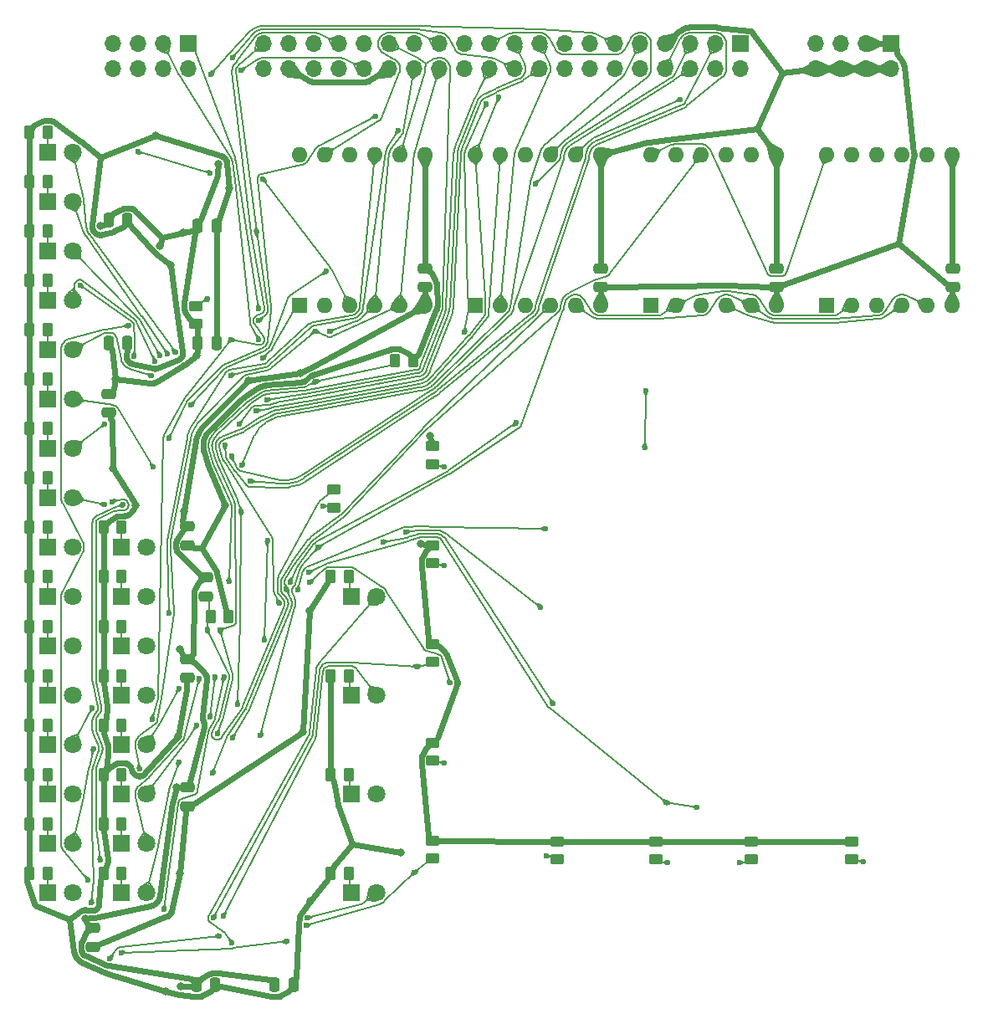
<source format=gbr>
%TF.GenerationSoftware,KiCad,Pcbnew,7.0.0-da2b9df05c~171~ubuntu22.04.1*%
%TF.CreationDate,2023-03-06T18:38:04-05:00*%
%TF.ProjectId,main,6d61696e-2e6b-4696-9361-645f70636258,rev?*%
%TF.SameCoordinates,Original*%
%TF.FileFunction,Copper,L2,Bot*%
%TF.FilePolarity,Positive*%
%FSLAX46Y46*%
G04 Gerber Fmt 4.6, Leading zero omitted, Abs format (unit mm)*
G04 Created by KiCad (PCBNEW 7.0.0-da2b9df05c~171~ubuntu22.04.1) date 2023-03-06 18:38:04*
%MOMM*%
%LPD*%
G01*
G04 APERTURE LIST*
G04 Aperture macros list*
%AMRoundRect*
0 Rectangle with rounded corners*
0 $1 Rounding radius*
0 $2 $3 $4 $5 $6 $7 $8 $9 X,Y pos of 4 corners*
0 Add a 4 corners polygon primitive as box body*
4,1,4,$2,$3,$4,$5,$6,$7,$8,$9,$2,$3,0*
0 Add four circle primitives for the rounded corners*
1,1,$1+$1,$2,$3*
1,1,$1+$1,$4,$5*
1,1,$1+$1,$6,$7*
1,1,$1+$1,$8,$9*
0 Add four rect primitives between the rounded corners*
20,1,$1+$1,$2,$3,$4,$5,0*
20,1,$1+$1,$4,$5,$6,$7,0*
20,1,$1+$1,$6,$7,$8,$9,0*
20,1,$1+$1,$8,$9,$2,$3,0*%
G04 Aperture macros list end*
%TA.AperFunction,ComponentPad*%
%ADD10R,1.700000X1.700000*%
%TD*%
%TA.AperFunction,ComponentPad*%
%ADD11O,1.700000X1.700000*%
%TD*%
%TA.AperFunction,ComponentPad*%
%ADD12R,1.800000X1.800000*%
%TD*%
%TA.AperFunction,ComponentPad*%
%ADD13C,1.800000*%
%TD*%
%TA.AperFunction,ComponentPad*%
%ADD14R,1.600000X1.600000*%
%TD*%
%TA.AperFunction,ComponentPad*%
%ADD15O,1.600000X1.600000*%
%TD*%
%TA.AperFunction,SMDPad,CuDef*%
%ADD16RoundRect,0.250000X0.475000X-0.250000X0.475000X0.250000X-0.475000X0.250000X-0.475000X-0.250000X0*%
%TD*%
%TA.AperFunction,SMDPad,CuDef*%
%ADD17RoundRect,0.250000X-0.250000X-0.475000X0.250000X-0.475000X0.250000X0.475000X-0.250000X0.475000X0*%
%TD*%
%TA.AperFunction,SMDPad,CuDef*%
%ADD18RoundRect,0.249999X0.450001X-0.262501X0.450001X0.262501X-0.450001X0.262501X-0.450001X-0.262501X0*%
%TD*%
%TA.AperFunction,SMDPad,CuDef*%
%ADD19RoundRect,0.249999X0.262501X0.450001X-0.262501X0.450001X-0.262501X-0.450001X0.262501X-0.450001X0*%
%TD*%
%TA.AperFunction,SMDPad,CuDef*%
%ADD20RoundRect,0.249999X-0.262501X-0.450001X0.262501X-0.450001X0.262501X0.450001X-0.262501X0.450001X0*%
%TD*%
%TA.AperFunction,SMDPad,CuDef*%
%ADD21RoundRect,0.249999X-0.450001X0.262501X-0.450001X-0.262501X0.450001X-0.262501X0.450001X0.262501X0*%
%TD*%
%TA.AperFunction,SMDPad,CuDef*%
%ADD22RoundRect,0.250000X-0.475000X0.250000X-0.475000X-0.250000X0.475000X-0.250000X0.475000X0.250000X0*%
%TD*%
%TA.AperFunction,SMDPad,CuDef*%
%ADD23RoundRect,0.250000X-0.262500X-0.450000X0.262500X-0.450000X0.262500X0.450000X-0.262500X0.450000X0*%
%TD*%
%TA.AperFunction,SMDPad,CuDef*%
%ADD24RoundRect,0.250000X-0.450000X0.262500X-0.450000X-0.262500X0.450000X-0.262500X0.450000X0.262500X0*%
%TD*%
%TA.AperFunction,SMDPad,CuDef*%
%ADD25RoundRect,0.250000X0.450000X-0.262500X0.450000X0.262500X-0.450000X0.262500X-0.450000X-0.262500X0*%
%TD*%
%TA.AperFunction,ViaPad*%
%ADD26C,0.600000*%
%TD*%
%TA.AperFunction,ViaPad*%
%ADD27C,0.800000*%
%TD*%
%TA.AperFunction,Conductor*%
%ADD28C,0.200000*%
%TD*%
%TA.AperFunction,Conductor*%
%ADD29C,0.600000*%
%TD*%
G04 APERTURE END LIST*
D10*
%TO.P,J3,1,~{SYSRES}*%
%TO.N,unconnected-(J3-~{SYSRES}-Pad1)*%
X94129999Y-22539999D03*
D11*
%TO.P,J3,2,~{RAS}*%
%TO.N,unconnected-(J3-~{RAS}-Pad2)*%
X94129999Y-25079999D03*
%TO.P,J3,3,A10*%
%TO.N,F_A10*%
X91589999Y-22539999D03*
%TO.P,J3,4,~{EXMEM}*%
%TO.N,unconnected-(J3-~{EXMEM}-Pad4)*%
X91589999Y-25079999D03*
%TO.P,J3,5,A13*%
%TO.N,F_A13*%
X89049999Y-22539999D03*
%TO.P,J3,6,A12*%
%TO.N,F_A12*%
X89049999Y-25079999D03*
%TO.P,J3,7,GND*%
%TO.N,GND*%
X86509999Y-22539999D03*
%TO.P,J3,8,A15*%
%TO.N,F_A15*%
X86509999Y-25079999D03*
%TO.P,J3,9,A14*%
%TO.N,F_A14*%
X83969999Y-22539999D03*
%TO.P,J3,10,A11*%
%TO.N,F_A11*%
X83969999Y-25079999D03*
%TO.P,J3,11,~{OUT}*%
%TO.N,~{F_OUT}*%
X81429999Y-22539999D03*
%TO.P,J3,12,A8*%
%TO.N,F_A8*%
X81429999Y-25079999D03*
%TO.P,J3,13,~{INTAK}*%
%TO.N,unconnected-(J3-~{INTAK}-Pad13)*%
X78889999Y-22539999D03*
%TO.P,J3,14,~{WR}*%
%TO.N,~{F_WRITE}*%
X78889999Y-25079999D03*
%TO.P,J3,15,~{INUSE}*%
%TO.N,unconnected-(J3-~{INUSE}-Pad15)*%
X76349999Y-22539999D03*
%TO.P,J3,16,~{RD}*%
%TO.N,~{F_READ}*%
X76349999Y-25079999D03*
%TO.P,J3,17,D4*%
%TO.N,F_D4*%
X73809999Y-22539999D03*
%TO.P,J3,18,A9*%
%TO.N,F_A9*%
X73809999Y-25079999D03*
%TO.P,J3,19,D7*%
%TO.N,F_D7*%
X71269999Y-22539999D03*
%TO.P,J3,20,~{IN}*%
%TO.N,~{F_IN}*%
X71269999Y-25079999D03*
%TO.P,J3,21,D1*%
%TO.N,F_D1*%
X68729999Y-22539999D03*
%TO.P,J3,22,~{INT}*%
%TO.N,~{F_INT}*%
X68729999Y-25079999D03*
%TO.P,J3,23,D6*%
%TO.N,F_D6*%
X66189999Y-22539999D03*
%TO.P,J3,24,CLK*%
%TO.N,unconnected-(J3-CLK-Pad24)*%
X66189999Y-25079999D03*
%TO.P,J3,25,D3*%
%TO.N,F_D3*%
X63649999Y-22539999D03*
%TO.P,J3,26,A0*%
%TO.N,F_A0*%
X63649999Y-25079999D03*
%TO.P,J3,27,D5*%
%TO.N,F_D5*%
X61109999Y-22539999D03*
%TO.P,J3,28,A1*%
%TO.N,F_A1*%
X61109999Y-25079999D03*
%TO.P,J3,29,D0*%
%TO.N,F_D0*%
X58569999Y-22539999D03*
%TO.P,J3,30,GND*%
%TO.N,GND*%
X58569999Y-25079999D03*
%TO.P,J3,31,D2*%
%TO.N,F_D2*%
X56029999Y-22539999D03*
%TO.P,J3,32,A4*%
%TO.N,F_A4*%
X56029999Y-25079999D03*
%TO.P,J3,33,A3*%
%TO.N,F_A3*%
X53489999Y-22539999D03*
%TO.P,J3,34,~{WAIT}*%
%TO.N,unconnected-(J3-~{WAIT}-Pad34)*%
X53489999Y-25079999D03*
%TO.P,J3,35,A7*%
%TO.N,F_A7*%
X50949999Y-22539999D03*
%TO.P,J3,36,A5*%
%TO.N,F_A5*%
X50949999Y-25079999D03*
%TO.P,J3,37,A6*%
%TO.N,F_A6*%
X48409999Y-22539999D03*
%TO.P,J3,38,GND*%
%TO.N,GND*%
X48409999Y-25079999D03*
%TO.P,J3,39,A2*%
%TO.N,F_A2*%
X45869999Y-22539999D03*
%TO.P,J3,40,+5V*%
%TO.N,+5V*%
X45869999Y-25079999D03*
%TD*%
D10*
%TO.P,J1,1,Pin_1*%
%TO.N,Net-(J1-Pin_1)*%
X38219999Y-22539999D03*
D11*
%TO.P,J1,2,Pin_2*%
%TO.N,unconnected-(J1-Pin_2-Pad2)*%
X38219999Y-25079999D03*
%TO.P,J1,3,Pin_3*%
%TO.N,Net-(J1-Pin_3)*%
X35679999Y-22539999D03*
%TO.P,J1,4,Pin_4*%
%TO.N,unconnected-(J1-Pin_4-Pad4)*%
X35679999Y-25079999D03*
%TO.P,J1,5,Pin_5*%
%TO.N,unconnected-(J1-Pin_5-Pad5)*%
X33139999Y-22539999D03*
%TO.P,J1,6,Pin_6*%
%TO.N,unconnected-(J1-Pin_6-Pad6)*%
X33139999Y-25079999D03*
%TO.P,J1,7,Pin_7*%
%TO.N,unconnected-(J1-Pin_7-Pad7)*%
X30599999Y-22539999D03*
%TO.P,J1,8,Pin_8*%
%TO.N,unconnected-(J1-Pin_8-Pad8)*%
X30599999Y-25079999D03*
%TD*%
D12*
%TO.P,D1,1,K*%
%TO.N,Net-(D1-K)*%
X31499999Y-108499999D03*
D13*
%TO.P,D1,2,A*%
%TO.N,Net-(D1-A)*%
X34040000Y-108500000D03*
%TD*%
D14*
%TO.P,U4,1,D5*%
%TO.N,F_D5*%
X85039999Y-48999999D03*
D15*
%TO.P,U4,2,D4*%
%TO.N,F_D4*%
X87579999Y-48999999D03*
%TO.P,U4,3,WR*%
%TO.N,Net-(U4-WR)*%
X90119999Y-48999999D03*
%TO.P,U4,4,A1*%
%TO.N,F_A1*%
X92659999Y-48999999D03*
%TO.P,U4,5,A0*%
%TO.N,F_A0*%
X95199999Y-48999999D03*
%TO.P,U4,6,VDD*%
%TO.N,+5V*%
X97739999Y-48999999D03*
%TO.P,U4,7,GND*%
%TO.N,GND*%
X97739999Y-33759999D03*
%TO.P,U4,8,D0*%
%TO.N,F_D0*%
X95199999Y-33759999D03*
%TO.P,U4,9,D1*%
%TO.N,F_D1*%
X92659999Y-33759999D03*
%TO.P,U4,10,D2*%
%TO.N,F_D2*%
X90119999Y-33759999D03*
%TO.P,U4,11,D3*%
%TO.N,F_D3*%
X87579999Y-33759999D03*
%TO.P,U4,12,D6*%
%TO.N,F_D6*%
X85039999Y-33759999D03*
%TD*%
D12*
%TO.P,D2,1,K*%
%TO.N,Net-(D2-K)*%
X31499999Y-88499999D03*
D13*
%TO.P,D2,2,A*%
%TO.N,Net-(D2-A)*%
X34040000Y-88500000D03*
%TD*%
D12*
%TO.P,D3,1,K*%
%TO.N,Net-(D3-K)*%
X31499999Y-73499999D03*
D13*
%TO.P,D3,2,A*%
%TO.N,Net-(D3-A)*%
X34040000Y-73500000D03*
%TD*%
D12*
%TO.P,D4,1,K*%
%TO.N,Net-(D4-K)*%
X31499999Y-93499999D03*
D13*
%TO.P,D4,2,A*%
%TO.N,Net-(D4-A)*%
X34040000Y-93500000D03*
%TD*%
D12*
%TO.P,D5,1,K*%
%TO.N,Net-(D5-K)*%
X23999999Y-108499999D03*
D13*
%TO.P,D5,2,A*%
%TO.N,Net-(D5-A)*%
X26540000Y-108500000D03*
%TD*%
D12*
%TO.P,D6,1,K*%
%TO.N,Net-(D6-K)*%
X23999999Y-88499999D03*
D13*
%TO.P,D6,2,A*%
%TO.N,Net-(D6-A)*%
X26540000Y-88500000D03*
%TD*%
D12*
%TO.P,D7,1,K*%
%TO.N,Net-(D7-K)*%
X23999999Y-73499999D03*
D13*
%TO.P,D7,2,A*%
%TO.N,Net-(D7-A)*%
X26540000Y-73500000D03*
%TD*%
D12*
%TO.P,D8,1,K*%
%TO.N,Net-(D8-K)*%
X23999999Y-93499999D03*
D13*
%TO.P,D8,2,A*%
%TO.N,Net-(D8-A)*%
X26540000Y-93500000D03*
%TD*%
D14*
%TO.P,U3,1,D5*%
%TO.N,F_D5*%
X102819999Y-48999999D03*
D15*
%TO.P,U3,2,D4*%
%TO.N,F_D4*%
X105359999Y-48999999D03*
%TO.P,U3,3,WR*%
%TO.N,Net-(U3-WR)*%
X107899999Y-48999999D03*
%TO.P,U3,4,A1*%
%TO.N,F_A1*%
X110439999Y-48999999D03*
%TO.P,U3,5,A0*%
%TO.N,F_A0*%
X112979999Y-48999999D03*
%TO.P,U3,6,VDD*%
%TO.N,+5V*%
X115519999Y-48999999D03*
%TO.P,U3,7,GND*%
%TO.N,GND*%
X115519999Y-33759999D03*
%TO.P,U3,8,D0*%
%TO.N,F_D0*%
X112979999Y-33759999D03*
%TO.P,U3,9,D1*%
%TO.N,F_D1*%
X110439999Y-33759999D03*
%TO.P,U3,10,D2*%
%TO.N,F_D2*%
X107899999Y-33759999D03*
%TO.P,U3,11,D3*%
%TO.N,F_D3*%
X105359999Y-33759999D03*
%TO.P,U3,12,D6*%
%TO.N,F_D6*%
X102819999Y-33759999D03*
%TD*%
D12*
%TO.P,D9,1,K*%
%TO.N,Net-(D9-K)*%
X23999999Y-68499999D03*
D13*
%TO.P,D9,2,A*%
%TO.N,Net-(D9-A)*%
X26540000Y-68500000D03*
%TD*%
D12*
%TO.P,D10,1,K*%
%TO.N,Net-(D10-K)*%
X23999999Y-48499999D03*
D13*
%TO.P,D10,2,A*%
%TO.N,Net-(D10-A)*%
X26540000Y-48500000D03*
%TD*%
D12*
%TO.P,D11,1,K*%
%TO.N,Net-(D11-K)*%
X23999999Y-33499999D03*
D13*
%TO.P,D11,2,A*%
%TO.N,Net-(D11-A)*%
X26540000Y-33500000D03*
%TD*%
D12*
%TO.P,D12,1,K*%
%TO.N,Net-(D12-K)*%
X23999999Y-53499999D03*
D13*
%TO.P,D12,2,A*%
%TO.N,Net-(D12-A)*%
X26540000Y-53500000D03*
%TD*%
D12*
%TO.P,D13,1,K*%
%TO.N,Net-(D13-K)*%
X23999999Y-98499999D03*
D13*
%TO.P,D13,2,A*%
%TO.N,Net-(D13-A)*%
X26540000Y-98500000D03*
%TD*%
D12*
%TO.P,D14,1,K*%
%TO.N,Net-(D14-K)*%
X23999999Y-78499999D03*
D13*
%TO.P,D14,2,A*%
%TO.N,Net-(D14-A)*%
X26540000Y-78500000D03*
%TD*%
D12*
%TO.P,D15,1,K*%
%TO.N,Net-(D15-K)*%
X23999999Y-83499999D03*
D13*
%TO.P,D15,2,A*%
%TO.N,Net-(D15-A)*%
X26540000Y-83500000D03*
%TD*%
D12*
%TO.P,D16,1,K*%
%TO.N,Net-(D16-K)*%
X23999999Y-103499999D03*
D13*
%TO.P,D16,2,A*%
%TO.N,Net-(D16-A)*%
X26540000Y-103500000D03*
%TD*%
D12*
%TO.P,D17,1,K*%
%TO.N,Net-(D17-K)*%
X31499999Y-98499999D03*
D13*
%TO.P,D17,2,A*%
%TO.N,Net-(D17-A)*%
X34040000Y-98500000D03*
%TD*%
D12*
%TO.P,D18,1,K*%
%TO.N,Net-(D18-K)*%
X31499999Y-78499999D03*
D13*
%TO.P,D18,2,A*%
%TO.N,Net-(D18-A)*%
X34040000Y-78500000D03*
%TD*%
D12*
%TO.P,D19,1,K*%
%TO.N,Net-(D19-K)*%
X31499999Y-83499999D03*
D13*
%TO.P,D19,2,A*%
%TO.N,Net-(D19-A)*%
X34040000Y-83500000D03*
%TD*%
D12*
%TO.P,D20,1,K*%
%TO.N,Net-(D20-K)*%
X31499999Y-103499999D03*
D13*
%TO.P,D20,2,A*%
%TO.N,Net-(D20-A)*%
X34040000Y-103500000D03*
%TD*%
D12*
%TO.P,D21,1,K*%
%TO.N,Net-(D21-K)*%
X23999999Y-58499999D03*
D13*
%TO.P,D21,2,A*%
%TO.N,Net-(D21-A)*%
X26540000Y-58500000D03*
%TD*%
D12*
%TO.P,D22,1,K*%
%TO.N,Net-(D22-K)*%
X23999999Y-38499999D03*
D13*
%TO.P,D22,2,A*%
%TO.N,Net-(D22-A)*%
X26540000Y-38500000D03*
%TD*%
D12*
%TO.P,D23,1,K*%
%TO.N,Net-(D23-K)*%
X23999999Y-43499999D03*
D13*
%TO.P,D23,2,A*%
%TO.N,Net-(D23-A)*%
X26540000Y-43500000D03*
%TD*%
D12*
%TO.P,D24,1,K*%
%TO.N,Net-(D24-K)*%
X23999999Y-63499999D03*
D13*
%TO.P,D24,2,A*%
%TO.N,Net-(D24-A)*%
X26540000Y-63500000D03*
%TD*%
D14*
%TO.P,U8,1,D5*%
%TO.N,F_D5*%
X67259999Y-48999999D03*
D15*
%TO.P,U8,2,D4*%
%TO.N,F_D4*%
X69799999Y-48999999D03*
%TO.P,U8,3,WR*%
%TO.N,Net-(U5-O2)*%
X72339999Y-48999999D03*
%TO.P,U8,4,A1*%
%TO.N,F_A1*%
X74879999Y-48999999D03*
%TO.P,U8,5,A0*%
%TO.N,F_A0*%
X77419999Y-48999999D03*
%TO.P,U8,6,VDD*%
%TO.N,+5V*%
X79959999Y-48999999D03*
%TO.P,U8,7,GND*%
%TO.N,GND*%
X79959999Y-33759999D03*
%TO.P,U8,8,D0*%
%TO.N,F_D0*%
X77419999Y-33759999D03*
%TO.P,U8,9,D1*%
%TO.N,F_D1*%
X74879999Y-33759999D03*
%TO.P,U8,10,D2*%
%TO.N,F_D2*%
X72339999Y-33759999D03*
%TO.P,U8,11,D3*%
%TO.N,F_D3*%
X69799999Y-33759999D03*
%TO.P,U8,12,D6*%
%TO.N,F_D6*%
X67259999Y-33759999D03*
%TD*%
D14*
%TO.P,U9,1,D5*%
%TO.N,F_D5*%
X49479999Y-48999999D03*
D15*
%TO.P,U9,2,D4*%
%TO.N,F_D4*%
X52019999Y-48999999D03*
%TO.P,U9,3,WR*%
%TO.N,Net-(U5-O3)*%
X54559999Y-48999999D03*
%TO.P,U9,4,A1*%
%TO.N,F_A1*%
X57099999Y-48999999D03*
%TO.P,U9,5,A0*%
%TO.N,F_A0*%
X59639999Y-48999999D03*
%TO.P,U9,6,VDD*%
%TO.N,+5V*%
X62179999Y-48999999D03*
%TO.P,U9,7,GND*%
%TO.N,GND*%
X62179999Y-33759999D03*
%TO.P,U9,8,D0*%
%TO.N,F_D0*%
X59639999Y-33759999D03*
%TO.P,U9,9,D1*%
%TO.N,F_D1*%
X57099999Y-33759999D03*
%TO.P,U9,10,D2*%
%TO.N,F_D2*%
X54559999Y-33759999D03*
%TO.P,U9,11,D3*%
%TO.N,F_D3*%
X52019999Y-33759999D03*
%TO.P,U9,12,D6*%
%TO.N,F_D6*%
X49479999Y-33759999D03*
%TD*%
D12*
%TO.P,D27,1,K*%
%TO.N,Net-(D27-K)*%
X54734999Y-98499999D03*
D13*
%TO.P,D27,2,A*%
%TO.N,Net-(D27-A)*%
X57275000Y-98500000D03*
%TD*%
D12*
%TO.P,D26,1,K*%
%TO.N,Net-(D26-K)*%
X54734999Y-88499999D03*
D13*
%TO.P,D26,2,A*%
%TO.N,Net-(D26-A)*%
X57275000Y-88500000D03*
%TD*%
D10*
%TO.P,J2,1,Pin_1*%
%TO.N,+5V*%
X109399999Y-22539999D03*
D11*
%TO.P,J2,2,Pin_2*%
%TO.N,GND*%
X109399999Y-25079999D03*
%TO.P,J2,3,Pin_3*%
%TO.N,+5V*%
X106859999Y-22539999D03*
%TO.P,J2,4,Pin_4*%
%TO.N,GND*%
X106859999Y-25079999D03*
%TO.P,J2,5,Pin_5*%
%TO.N,unconnected-(J2-Pin_5-Pad5)*%
X104319999Y-22539999D03*
%TO.P,J2,6,Pin_6*%
%TO.N,GND*%
X104319999Y-25079999D03*
%TO.P,J2,7,Pin_7*%
%TO.N,unconnected-(J2-Pin_7-Pad7)*%
X101779999Y-22539999D03*
%TO.P,J2,8,Pin_8*%
%TO.N,GND*%
X101779999Y-25079999D03*
%TD*%
D12*
%TO.P,D28,1,K*%
%TO.N,Net-(D28-K)*%
X54734999Y-108499999D03*
D13*
%TO.P,D28,2,A*%
%TO.N,Net-(D28-A)*%
X57275000Y-108500000D03*
%TD*%
D12*
%TO.P,D25,1,K*%
%TO.N,Net-(D25-K)*%
X54734999Y-78499999D03*
D13*
%TO.P,D25,2,A*%
%TO.N,Net-(D25-A)*%
X57275000Y-78500000D03*
%TD*%
D16*
%TO.P,C1,1*%
%TO.N,Net-(U7-I0a)*%
X40000000Y-78450000D03*
%TO.P,C1,2*%
%TO.N,+5V*%
X40000000Y-76550000D03*
%TD*%
D17*
%TO.P,C3,1*%
%TO.N,+5V*%
X39200000Y-41000000D03*
%TO.P,C3,2*%
%TO.N,GND*%
X41100000Y-41000000D03*
%TD*%
%TO.P,C4,1*%
%TO.N,+5V*%
X30200000Y-40400000D03*
%TO.P,C4,2*%
%TO.N,GND*%
X32100000Y-40400000D03*
%TD*%
D18*
%TO.P,R1,1*%
%TO.N,Net-(R1-Pad1)*%
X53000000Y-69500000D03*
%TO.P,R1,2*%
%TO.N,Net-(U7-I0a)*%
X53000000Y-67675000D03*
%TD*%
D19*
%TO.P,R2,1*%
%TO.N,GND*%
X42325000Y-80500000D03*
%TO.P,R2,2*%
%TO.N,Net-(U7-I0a)*%
X40500000Y-80500000D03*
%TD*%
D20*
%TO.P,R3,1*%
%TO.N,Net-(J1-Pin_3)*%
X59175000Y-54600000D03*
%TO.P,R3,2*%
%TO.N,GND*%
X61000000Y-54600000D03*
%TD*%
D18*
%TO.P,R4,1*%
%TO.N,Net-(R4-Pad1)*%
X75600000Y-105112500D03*
%TO.P,R4,2*%
%TO.N,+5V*%
X75600000Y-103287500D03*
%TD*%
D16*
%TO.P,C2,1*%
%TO.N,+5V*%
X115600000Y-47200000D03*
%TO.P,C2,2*%
%TO.N,GND*%
X115600000Y-45300000D03*
%TD*%
%TO.P,C6,1*%
%TO.N,+5V*%
X97800000Y-47200000D03*
%TO.P,C6,2*%
%TO.N,GND*%
X97800000Y-45300000D03*
%TD*%
D21*
%TO.P,R9,1*%
%TO.N,+5V*%
X63000000Y-93287500D03*
%TO.P,R9,2*%
%TO.N,Net-(R9-Pad2)*%
X63000000Y-95112500D03*
%TD*%
%TO.P,R10,1*%
%TO.N,+5V*%
X63000000Y-103175000D03*
%TO.P,R10,2*%
%TO.N,Net-(R10-Pad2)*%
X63000000Y-105000000D03*
%TD*%
D18*
%TO.P,R11,1*%
%TO.N,Net-(R11-Pad1)*%
X105400000Y-105112500D03*
%TO.P,R11,2*%
%TO.N,+5V*%
X105400000Y-103287500D03*
%TD*%
D21*
%TO.P,R12,1*%
%TO.N,Net-(U11-Cp)*%
X39000000Y-49087500D03*
%TO.P,R12,2*%
%TO.N,+5V*%
X39000000Y-50912500D03*
%TD*%
D22*
%TO.P,C7,1*%
%TO.N,+5V*%
X38200000Y-97800000D03*
%TO.P,C7,2*%
%TO.N,GND*%
X38200000Y-99700000D03*
%TD*%
D20*
%TO.P,R13,1*%
%TO.N,GND*%
X29675000Y-106500000D03*
%TO.P,R13,2*%
%TO.N,Net-(D1-K)*%
X31500000Y-106500000D03*
%TD*%
%TO.P,R14,1*%
%TO.N,GND*%
X29675000Y-96500000D03*
%TO.P,R14,2*%
%TO.N,Net-(D17-K)*%
X31500000Y-96500000D03*
%TD*%
%TO.P,R15,1*%
%TO.N,GND*%
X29675000Y-86500000D03*
%TO.P,R15,2*%
%TO.N,Net-(D2-K)*%
X31500000Y-86500000D03*
%TD*%
%TO.P,R16,1*%
%TO.N,GND*%
X29675000Y-76500000D03*
%TO.P,R16,2*%
%TO.N,Net-(D18-K)*%
X31500000Y-76500000D03*
%TD*%
D16*
%TO.P,C14,1*%
%TO.N,+5V*%
X80000000Y-47200000D03*
%TO.P,C14,2*%
%TO.N,GND*%
X80000000Y-45300000D03*
%TD*%
D17*
%TO.P,C8,1*%
%TO.N,+5V*%
X30200000Y-52800000D03*
%TO.P,C8,2*%
%TO.N,GND*%
X32100000Y-52800000D03*
%TD*%
D20*
%TO.P,R17,1*%
%TO.N,GND*%
X29675000Y-71500000D03*
%TO.P,R17,2*%
%TO.N,Net-(D3-K)*%
X31500000Y-71500000D03*
%TD*%
%TO.P,R18,1*%
%TO.N,GND*%
X29675000Y-81500000D03*
%TO.P,R18,2*%
%TO.N,Net-(D19-K)*%
X31500000Y-81500000D03*
%TD*%
%TO.P,R19,1*%
%TO.N,GND*%
X29675000Y-91500000D03*
%TO.P,R19,2*%
%TO.N,Net-(D4-K)*%
X31500000Y-91500000D03*
%TD*%
%TO.P,R20,1*%
%TO.N,GND*%
X29675000Y-101500000D03*
%TO.P,R20,2*%
%TO.N,Net-(D20-K)*%
X31500000Y-101500000D03*
%TD*%
%TO.P,R21,1*%
%TO.N,GND*%
X22175000Y-106500000D03*
%TO.P,R21,2*%
%TO.N,Net-(D5-K)*%
X24000000Y-106500000D03*
%TD*%
%TO.P,R22,1*%
%TO.N,GND*%
X22175000Y-96500000D03*
%TO.P,R22,2*%
%TO.N,Net-(D13-K)*%
X24000000Y-96500000D03*
%TD*%
%TO.P,R24,1*%
%TO.N,GND*%
X22175000Y-76500000D03*
%TO.P,R24,2*%
%TO.N,Net-(D14-K)*%
X24000000Y-76500000D03*
%TD*%
%TO.P,R25,1*%
%TO.N,GND*%
X22175000Y-71500000D03*
%TO.P,R25,2*%
%TO.N,Net-(D7-K)*%
X24000000Y-71500000D03*
%TD*%
%TO.P,R26,1*%
%TO.N,GND*%
X22175000Y-81500000D03*
%TO.P,R26,2*%
%TO.N,Net-(D15-K)*%
X24000000Y-81500000D03*
%TD*%
%TO.P,R27,1*%
%TO.N,GND*%
X22175000Y-91500000D03*
%TO.P,R27,2*%
%TO.N,Net-(D8-K)*%
X24000000Y-91500000D03*
%TD*%
%TO.P,R28,1*%
%TO.N,GND*%
X22175000Y-101500000D03*
%TO.P,R28,2*%
%TO.N,Net-(D16-K)*%
X24000000Y-101500000D03*
%TD*%
%TO.P,R29,1*%
%TO.N,GND*%
X22175000Y-66500000D03*
%TO.P,R29,2*%
%TO.N,Net-(D9-K)*%
X24000000Y-66500000D03*
%TD*%
%TO.P,R30,1*%
%TO.N,GND*%
X22175000Y-56500000D03*
%TO.P,R30,2*%
%TO.N,Net-(D21-K)*%
X24000000Y-56500000D03*
%TD*%
%TO.P,R31,1*%
%TO.N,GND*%
X22175000Y-46500000D03*
%TO.P,R31,2*%
%TO.N,Net-(D10-K)*%
X24000000Y-46500000D03*
%TD*%
%TO.P,R32,1*%
%TO.N,GND*%
X22175000Y-36500000D03*
%TO.P,R32,2*%
%TO.N,Net-(D22-K)*%
X24000000Y-36500000D03*
%TD*%
%TO.P,R33,1*%
%TO.N,GND*%
X22175000Y-31500000D03*
%TO.P,R33,2*%
%TO.N,Net-(D11-K)*%
X24000000Y-31500000D03*
%TD*%
%TO.P,R34,1*%
%TO.N,GND*%
X22175000Y-41500000D03*
%TO.P,R34,2*%
%TO.N,Net-(D23-K)*%
X24000000Y-41500000D03*
%TD*%
%TO.P,R35,1*%
%TO.N,GND*%
X22175000Y-51500000D03*
%TO.P,R35,2*%
%TO.N,Net-(D12-K)*%
X24000000Y-51500000D03*
%TD*%
%TO.P,R36,1*%
%TO.N,GND*%
X22175000Y-61500000D03*
%TO.P,R36,2*%
%TO.N,Net-(D24-K)*%
X24000000Y-61500000D03*
%TD*%
%TO.P,R23,1*%
%TO.N,GND*%
X22175000Y-86500000D03*
%TO.P,R23,2*%
%TO.N,Net-(D6-K)*%
X24000000Y-86500000D03*
%TD*%
D16*
%TO.P,C9,1*%
%TO.N,+5V*%
X62200000Y-47200000D03*
%TO.P,C9,2*%
%TO.N,GND*%
X62200000Y-45300000D03*
%TD*%
D17*
%TO.P,C5,1*%
%TO.N,+5V*%
X39200000Y-52800000D03*
%TO.P,C5,2*%
%TO.N,GND*%
X41100000Y-52800000D03*
%TD*%
D22*
%TO.P,C10,1*%
%TO.N,+5V*%
X38200000Y-84800000D03*
%TO.P,C10,2*%
%TO.N,GND*%
X38200000Y-86700000D03*
%TD*%
%TO.P,C11,1*%
%TO.N,+5V*%
X38200000Y-71400000D03*
%TO.P,C11,2*%
%TO.N,GND*%
X38200000Y-73300000D03*
%TD*%
%TO.P,C12,1*%
%TO.N,+5V*%
X30200000Y-58000000D03*
%TO.P,C12,2*%
%TO.N,GND*%
X30200000Y-59900000D03*
%TD*%
D17*
%TO.P,C13,1*%
%TO.N,+5V*%
X47000000Y-117800000D03*
%TO.P,C13,2*%
%TO.N,GND*%
X48900000Y-117800000D03*
%TD*%
D23*
%TO.P,R38,1*%
%TO.N,GND*%
X52675000Y-86500000D03*
%TO.P,R38,2*%
%TO.N,Net-(D26-K)*%
X54500000Y-86500000D03*
%TD*%
D24*
%TO.P,R41,1*%
%TO.N,+5V*%
X63000000Y-63287500D03*
%TO.P,R41,2*%
%TO.N,BLN_CLR*%
X63000000Y-65112500D03*
%TD*%
D17*
%TO.P,C15,1*%
%TO.N,+5V*%
X39050000Y-117800000D03*
%TO.P,C15,2*%
%TO.N,GND*%
X40950000Y-117800000D03*
%TD*%
D22*
%TO.P,C16,1*%
%TO.N,+5V*%
X28600000Y-112050000D03*
%TO.P,C16,2*%
%TO.N,GND*%
X28600000Y-113950000D03*
%TD*%
D23*
%TO.P,R40,1*%
%TO.N,GND*%
X52675000Y-106500000D03*
%TO.P,R40,2*%
%TO.N,Net-(D28-K)*%
X54500000Y-106500000D03*
%TD*%
%TO.P,R39,1*%
%TO.N,GND*%
X52675000Y-96500000D03*
%TO.P,R39,2*%
%TO.N,Net-(D27-K)*%
X54500000Y-96500000D03*
%TD*%
D24*
%TO.P,R7,1*%
%TO.N,+5V*%
X63000000Y-73287500D03*
%TO.P,R7,2*%
%TO.N,Net-(R7-Pad2)*%
X63000000Y-75112500D03*
%TD*%
D25*
%TO.P,R6,1*%
%TO.N,Net-(R6-Pad1)*%
X95200000Y-105112500D03*
%TO.P,R6,2*%
%TO.N,+5V*%
X95200000Y-103287500D03*
%TD*%
D23*
%TO.P,R37,1*%
%TO.N,GND*%
X52675000Y-76500000D03*
%TO.P,R37,2*%
%TO.N,Net-(D25-K)*%
X54500000Y-76500000D03*
%TD*%
D24*
%TO.P,R8,1*%
%TO.N,+5V*%
X63000000Y-83287500D03*
%TO.P,R8,2*%
%TO.N,Net-(R8-Pad2)*%
X63000000Y-85112500D03*
%TD*%
D25*
%TO.P,R5,1*%
%TO.N,Net-(R5-Pad1)*%
X85600000Y-105112500D03*
%TO.P,R5,2*%
%TO.N,+5V*%
X85600000Y-103287500D03*
%TD*%
D26*
%TO.N,BLN_WRITE_SEL*%
X48192900Y-113405000D03*
X31440400Y-114520400D03*
%TO.N,BLN_IN_SEL*%
X41415400Y-112823900D03*
X30319100Y-115118300D03*
%TO.N,BLN_CLR*%
X64160700Y-65357300D03*
%TO.N,Net-(D28-A)*%
X50279100Y-111014100D03*
%TO.N,Net-(D26-A)*%
X41810000Y-110816600D03*
%TO.N,Net-(D25-A)*%
X42666800Y-113534300D03*
%TO.N,Net-(U5-O3)*%
X45803300Y-36238100D03*
%TO.N,Net-(U10-Pad6)*%
X29325900Y-105146800D03*
X30568000Y-68881400D03*
%TO.N,Net-(U10-Pad8)*%
X35782500Y-110163400D03*
X41850600Y-86649400D03*
%TO.N,Net-(U10-Pad11)*%
X28109400Y-107172400D03*
X32196900Y-51092400D03*
%TO.N,Net-(U7-I3b)*%
X64711600Y-87229800D03*
X50561700Y-77032900D03*
%TO.N,Net-(U7-I2b)*%
X89754800Y-99816200D03*
X86593000Y-99348000D03*
X50408500Y-76053300D03*
%TO.N,Net-(U7-I1b)*%
X75133200Y-89338700D03*
X57935100Y-72961400D03*
%TO.N,Net-(U7-I0b)*%
X73901000Y-79559600D03*
X60268200Y-71984700D03*
%TO.N,Net-(U7-I3a)*%
X74358900Y-71652200D03*
X49299900Y-77847200D03*
%TO.N,Net-(U7-I2a)*%
X71447500Y-60906200D03*
X48555000Y-77009400D03*
%TO.N,Net-(U11-Cp)*%
X40218400Y-48364700D03*
%TO.N,Net-(R10-Pad2)*%
X61138700Y-106436600D03*
X50179500Y-111789400D03*
%TO.N,Net-(R9-Pad2)*%
X64160700Y-95357300D03*
%TO.N,Net-(R8-Pad2)*%
X61401000Y-85559600D03*
X40812700Y-111028100D03*
%TO.N,Net-(R7-Pad2)*%
X64160700Y-75357300D03*
%TO.N,Net-(R6-Pad1)*%
X94045200Y-105450100D03*
%TO.N,Net-(R5-Pad1)*%
X86760900Y-105382200D03*
X84437800Y-63427200D03*
X84538200Y-57661200D03*
%TO.N,Net-(R4-Pad1)*%
X74453900Y-104732400D03*
%TO.N,Net-(R1-Pad1)*%
X51839000Y-69350000D03*
%TO.N,Net-(J1-Pin_3)*%
X51138800Y-56757500D03*
X42358200Y-76988800D03*
X45389400Y-52470900D03*
%TO.N,Net-(J1-Pin_1)*%
X45386200Y-49347200D03*
%TO.N,Net-(D24-A)*%
X29815500Y-61023000D03*
%TO.N,Net-(D23-A)*%
X35386500Y-54105600D03*
%TO.N,Net-(D22-A)*%
X36146200Y-53928500D03*
%TO.N,Net-(D21-A)*%
X34686600Y-65402200D03*
%TO.N,Net-(D20-A)*%
X39369200Y-86825000D03*
%TO.N,Net-(D17-A)*%
X39081600Y-91541900D03*
%TO.N,Net-(D16-A)*%
X28658000Y-93892200D03*
%TO.N,Net-(U10-Pad3)*%
X28454500Y-109515300D03*
X31638500Y-69212700D03*
%TO.N,6x_OUT*%
X40459500Y-35608300D03*
X33129500Y-33484900D03*
%TO.N,6x_IN*%
X32729600Y-54170800D03*
X27282400Y-46989800D03*
%TO.N,Net-(R11-Pad1)*%
X106559900Y-105342600D03*
%TO.N,Net-(D12-A)*%
X34512100Y-56148800D03*
%TO.N,Net-(D11-A)*%
X36933200Y-53808800D03*
%TO.N,Net-(D10-A)*%
X34851400Y-54659100D03*
%TO.N,Net-(D9-A)*%
X29739500Y-69193500D03*
%TO.N,Net-(D8-A)*%
X28538000Y-89782700D03*
%TO.N,Net-(D4-A)*%
X37309800Y-87790700D03*
%TO.N,Net-(D1-A)*%
X37281300Y-95274000D03*
%TO.N,Net-(U7-I0a)*%
X40189700Y-81893400D03*
%TO.N,~{F_OUT}*%
X40569200Y-25619900D03*
%TO.N,~{F_IN}*%
X42717800Y-23996300D03*
%TO.N,~{F_INT}*%
X46196900Y-58584700D03*
%TO.N,F_A10*%
X44538800Y-66820600D03*
%TO.N,F_A13*%
X73383700Y-36707600D03*
X38539700Y-59093400D03*
X52200100Y-45588500D03*
%TO.N,F_A12*%
X42636900Y-64299800D03*
%TO.N,F_A15*%
X41934800Y-63207100D03*
%TO.N,F_A14*%
X43689200Y-65219800D03*
%TO.N,F_A11*%
X42523600Y-56111900D03*
X59492000Y-31292100D03*
%TO.N,F_A8*%
X36279300Y-62460000D03*
X57246400Y-29851500D03*
%TO.N,F_D4*%
X51400600Y-73519400D03*
X45562900Y-92546000D03*
%TO.N,F_A9*%
X45119400Y-59714300D03*
%TO.N,F_D7*%
X43381800Y-61069200D03*
%TO.N,F_D1*%
X36273300Y-80224900D03*
%TO.N,F_D6*%
X43619500Y-69876400D03*
X69662600Y-27983400D03*
X43265400Y-89402200D03*
%TO.N,F_D3*%
X47444800Y-79178700D03*
%TO.N,F_A0*%
X51088000Y-51611100D03*
X33291600Y-95895000D03*
%TO.N,F_D5*%
X66225100Y-51698500D03*
X68387600Y-28602200D03*
X45947000Y-82870500D03*
X46247100Y-72804000D03*
X45818700Y-54385600D03*
%TO.N,F_A1*%
X52558500Y-51669300D03*
X40725000Y-96367100D03*
%TO.N,F_D0*%
X41459700Y-81893400D03*
X41177600Y-92411300D03*
X88060300Y-28191800D03*
%TO.N,F_D2*%
X48182500Y-77757700D03*
X42729700Y-92756600D03*
%TO.N,F_A4*%
X43602300Y-25257600D03*
%TO.N,F_A3*%
X42571000Y-52467900D03*
X34576400Y-90906800D03*
%TO.N,F_A5*%
X40444200Y-90690100D03*
X40972800Y-86653900D03*
D27*
%TO.N,GND*%
X34932200Y-31829400D03*
X36507500Y-44981400D03*
X49852100Y-92232600D03*
X59791600Y-104374500D03*
X30587500Y-65575200D03*
X42432400Y-37188400D03*
X37429400Y-106500500D03*
X37201900Y-92591700D03*
X41945400Y-69239300D03*
X35981500Y-118485800D03*
X50638100Y-109298800D03*
X50555100Y-79925000D03*
X32899700Y-69219100D03*
D26*
%TO.N,F_A2*%
X45149400Y-41592100D03*
X45389300Y-50572100D03*
D27*
%TO.N,+5V*%
X30919600Y-56455400D03*
X44312900Y-56676200D03*
X27802100Y-111056200D03*
X39075000Y-54071900D03*
X37784700Y-69858500D03*
X37519400Y-117924900D03*
X37738900Y-41651200D03*
X62675500Y-62219300D03*
X49626400Y-55919000D03*
X37061000Y-97815600D03*
X29365300Y-41021600D03*
X37425100Y-83796600D03*
X61754600Y-73156300D03*
X41299300Y-34703800D03*
X35391500Y-43000800D03*
%TD*%
D28*
%TO.N,BLN_WRITE_SEL*%
X42736500Y-114089900D02*
X48192900Y-113405000D01*
X42726840Y-114091070D02*
X42736510Y-114089950D01*
X42717150Y-114092030D02*
X42726840Y-114091070D01*
X42707440Y-114092820D02*
X42717150Y-114092030D01*
X42697730Y-114093450D02*
X42707440Y-114092820D01*
X42688000Y-114093900D02*
X42697730Y-114093450D01*
X31440400Y-114520400D02*
X42688000Y-114093900D01*
%TO.N,BLN_IN_SEL*%
X31377200Y-113964000D02*
X41415400Y-112823900D01*
X31003810Y-114169740D02*
X30986150Y-114192940D01*
X31022650Y-114147490D02*
X31003810Y-114169740D01*
X31042620Y-114126260D02*
X31022650Y-114147490D01*
X31063680Y-114106090D02*
X31042620Y-114126260D01*
X31085750Y-114087040D02*
X31063680Y-114106090D01*
X31108780Y-114069170D02*
X31085750Y-114087040D01*
X31132720Y-114052530D02*
X31108780Y-114069170D01*
X31157480Y-114037150D02*
X31132720Y-114052530D01*
X31183020Y-114023080D02*
X31157480Y-114037150D01*
X31209250Y-114010360D02*
X31183020Y-114023080D01*
X31236110Y-113999020D02*
X31209250Y-114010360D01*
X31263520Y-113989090D02*
X31236110Y-113999020D01*
X31291410Y-113980610D02*
X31263520Y-113989090D01*
X31319710Y-113973580D02*
X31291410Y-113980610D01*
X31348330Y-113968040D02*
X31319710Y-113973580D01*
X31377200Y-113964000D02*
X31348330Y-113968040D01*
X30319100Y-115118300D02*
X30986100Y-114192900D01*
%TO.N,BLN_CLR*%
X63719000Y-65276600D02*
X64160700Y-65357300D01*
X63704020Y-65275010D02*
X63701000Y-65274970D01*
X63707030Y-65275150D02*
X63704020Y-65275010D01*
X63710040Y-65275380D02*
X63707030Y-65275150D01*
X63713040Y-65275690D02*
X63710040Y-65275380D01*
X63716030Y-65276100D02*
X63713040Y-65275690D01*
X63719000Y-65276600D02*
X63716030Y-65276100D01*
X63601000Y-65275000D02*
X63701000Y-65275000D01*
X63000000Y-65112500D02*
X63601000Y-65275000D01*
%TO.N,Net-(D28-A)*%
X55698400Y-109652200D02*
X50279100Y-111014100D01*
X55781330Y-109614970D02*
X55790630Y-109608340D01*
X55771750Y-109621190D02*
X55781330Y-109614970D01*
X55761910Y-109626980D02*
X55771750Y-109621190D01*
X55751820Y-109632330D02*
X55761910Y-109626980D01*
X55741500Y-109637240D02*
X55751820Y-109632330D01*
X55730990Y-109641680D02*
X55741500Y-109637240D01*
X55720280Y-109645670D02*
X55730990Y-109641680D01*
X55709410Y-109649170D02*
X55720280Y-109645670D01*
X55698400Y-109652200D02*
X55709410Y-109649170D01*
X57275000Y-108500000D02*
X55790600Y-109608300D01*
%TO.N,Net-(D28-K)*%
X54617500Y-107101000D02*
X54500000Y-106500000D01*
X54617500Y-107201000D02*
X54617500Y-107101000D01*
X54617500Y-107600000D02*
X54617500Y-107201000D01*
X54617500Y-107700000D02*
X54617500Y-107600000D01*
X54735000Y-108500000D02*
X54617500Y-107700000D01*
%TO.N,Net-(D27-K)*%
X54617500Y-97101000D02*
X54500000Y-96500000D01*
X54617500Y-97201000D02*
X54617500Y-97101000D01*
X54617500Y-97600000D02*
X54617500Y-97201000D01*
X54617500Y-97700000D02*
X54617500Y-97600000D01*
X54735000Y-98500000D02*
X54617500Y-97700000D01*
%TO.N,Net-(D26-A)*%
X51078300Y-92865700D02*
X41810000Y-110816600D01*
X51217110Y-92435410D02*
X51224300Y-92379100D01*
X51207610Y-92491380D02*
X51217110Y-92435410D01*
X51195820Y-92546910D02*
X51207610Y-92491380D01*
X51181760Y-92601910D02*
X51195820Y-92546910D01*
X51165450Y-92656280D02*
X51181760Y-92601910D01*
X51146910Y-92709930D02*
X51165450Y-92656280D01*
X51126180Y-92762780D02*
X51146910Y-92709930D01*
X51103300Y-92814730D02*
X51126180Y-92762780D01*
X51078300Y-92865700D02*
X51103300Y-92814730D01*
X51903000Y-86022400D02*
X51224300Y-92379100D01*
X51903470Y-86017690D02*
X51902920Y-86022390D01*
X51904100Y-86013000D02*
X51903470Y-86017690D01*
X51904810Y-86008320D02*
X51904100Y-86013000D01*
X51905610Y-86003650D02*
X51904810Y-86008320D01*
X51906500Y-85999000D02*
X51905610Y-86003650D01*
X51925700Y-85903000D02*
X51906500Y-85999000D01*
X51928170Y-85891950D02*
X51925710Y-85903000D01*
X51931110Y-85881020D02*
X51928170Y-85891950D01*
X51934520Y-85870230D02*
X51931110Y-85881020D01*
X51938400Y-85859600D02*
X51934520Y-85870230D01*
X51942740Y-85849140D02*
X51938400Y-85859600D01*
X51947520Y-85838880D02*
X51942740Y-85849140D01*
X51952750Y-85828850D02*
X51947520Y-85838880D01*
X51958420Y-85819050D02*
X51952750Y-85828850D01*
X51964500Y-85809500D02*
X51958420Y-85819050D01*
X52018900Y-85728100D02*
X51964500Y-85809500D01*
X52025400Y-85718810D02*
X52018900Y-85728100D01*
X52032310Y-85709820D02*
X52025400Y-85718810D01*
X52039600Y-85701130D02*
X52032310Y-85709820D01*
X52047260Y-85692770D02*
X52039600Y-85701130D01*
X52055270Y-85684760D02*
X52047260Y-85692770D01*
X52063630Y-85677100D02*
X52055270Y-85684760D01*
X52072320Y-85669810D02*
X52063630Y-85677100D01*
X52081310Y-85662900D02*
X52072320Y-85669810D01*
X52090600Y-85656400D02*
X52081310Y-85662900D01*
X52172000Y-85602000D02*
X52090600Y-85656400D01*
X52181540Y-85595910D02*
X52172000Y-85601990D01*
X52191340Y-85590250D02*
X52181540Y-85595910D01*
X52201380Y-85585020D02*
X52191340Y-85590250D01*
X52211640Y-85580230D02*
X52201380Y-85585020D01*
X52222090Y-85575890D02*
X52211640Y-85580230D01*
X52232730Y-85572010D02*
X52222090Y-85575890D01*
X52243520Y-85568600D02*
X52232730Y-85572010D01*
X52254450Y-85565660D02*
X52243520Y-85568600D01*
X52265500Y-85563200D02*
X52254450Y-85565660D01*
X52361500Y-85544000D02*
X52265500Y-85563200D01*
X52369920Y-85542510D02*
X52361510Y-85544050D01*
X52378380Y-85541250D02*
X52369920Y-85542510D01*
X52386880Y-85540270D02*
X52378380Y-85541250D01*
X52395400Y-85539560D02*
X52386880Y-85540270D01*
X52403950Y-85539140D02*
X52395400Y-85539560D01*
X52412500Y-85539000D02*
X52403950Y-85539140D01*
X54762500Y-85539000D02*
X52412500Y-85539000D01*
X54771050Y-85539090D02*
X54762500Y-85538950D01*
X54779600Y-85539510D02*
X54771050Y-85539090D01*
X54788120Y-85540220D02*
X54779600Y-85539510D01*
X54796620Y-85541200D02*
X54788120Y-85540220D01*
X54805080Y-85542460D02*
X54796620Y-85541200D01*
X54813500Y-85544000D02*
X54805080Y-85542460D01*
X54909500Y-85563200D02*
X54813500Y-85544000D01*
X54920550Y-85565670D02*
X54909500Y-85563210D01*
X54931480Y-85568610D02*
X54920550Y-85565670D01*
X54942270Y-85572020D02*
X54931480Y-85568610D01*
X54952900Y-85575900D02*
X54942270Y-85572020D01*
X54963360Y-85580240D02*
X54952900Y-85575900D01*
X54973620Y-85585020D02*
X54963360Y-85580240D01*
X54983650Y-85590250D02*
X54973620Y-85585020D01*
X54993450Y-85595920D02*
X54983650Y-85590250D01*
X55003000Y-85602000D02*
X54993450Y-85595920D01*
X55084400Y-85656400D02*
X55003000Y-85602000D01*
X55093160Y-85662530D02*
X55084390Y-85656410D01*
X55101670Y-85669010D02*
X55093160Y-85662530D01*
X55109900Y-85675840D02*
X55101670Y-85669010D01*
X55117850Y-85683000D02*
X55109900Y-85675840D01*
X55125500Y-85690470D02*
X55117850Y-85683000D01*
X55132830Y-85698260D02*
X55125500Y-85690470D01*
X55139830Y-85706340D02*
X55132830Y-85698260D01*
X55146500Y-85714700D02*
X55139830Y-85706340D01*
X57275000Y-88500000D02*
X55146500Y-85714700D01*
%TO.N,Net-(D26-K)*%
X54617500Y-87101000D02*
X54500000Y-86500000D01*
X54617500Y-87201000D02*
X54617500Y-87101000D01*
X54617500Y-87600000D02*
X54617500Y-87201000D01*
X54617500Y-87700000D02*
X54617500Y-87600000D01*
X54735000Y-88500000D02*
X54617500Y-87700000D01*
%TO.N,Net-(D25-A)*%
X41859600Y-112482900D02*
X42666800Y-113534300D01*
X41755220Y-112378800D02*
X41738200Y-112366300D01*
X41771770Y-112391930D02*
X41755220Y-112378800D01*
X41787800Y-112405670D02*
X41771770Y-112391930D01*
X41803310Y-112420010D02*
X41787800Y-112405670D01*
X41818260Y-112434930D02*
X41803310Y-112420010D01*
X41832640Y-112450390D02*
X41818260Y-112434930D01*
X41846430Y-112466390D02*
X41832640Y-112450390D01*
X41859600Y-112482900D02*
X41846430Y-112466390D01*
X40489900Y-111485700D02*
X41738200Y-112366300D01*
X40463690Y-111466020D02*
X40489910Y-111485690D01*
X40438670Y-111444860D02*
X40463690Y-111466020D01*
X40414940Y-111422270D02*
X40438670Y-111444860D01*
X40392560Y-111398320D02*
X40414940Y-111422270D01*
X40371620Y-111373110D02*
X40392560Y-111398320D01*
X40352200Y-111346720D02*
X40371620Y-111373110D01*
X40334350Y-111319240D02*
X40352200Y-111346720D01*
X40318140Y-111290760D02*
X40334350Y-111319240D01*
X40303620Y-111261380D02*
X40318140Y-111290760D01*
X40290840Y-111231200D02*
X40303620Y-111261380D01*
X40279860Y-111200330D02*
X40290840Y-111231200D01*
X40270690Y-111168860D02*
X40279860Y-111200330D01*
X40263390Y-111136920D02*
X40270690Y-111168860D01*
X40257960Y-111104600D02*
X40263390Y-111136920D01*
X40254440Y-111072020D02*
X40257960Y-111104600D01*
X40252830Y-111039290D02*
X40254440Y-111072020D01*
X40253130Y-111006520D02*
X40252830Y-111039290D01*
X40255350Y-110973820D02*
X40253130Y-111006520D01*
X40259480Y-110941310D02*
X40255350Y-110973820D01*
X40265510Y-110909100D02*
X40259480Y-110941310D01*
X40273400Y-110877290D02*
X40265510Y-110909100D01*
X40283150Y-110846010D02*
X40273400Y-110877290D01*
X40294710Y-110815340D02*
X40283150Y-110846010D01*
X40308040Y-110785400D02*
X40294710Y-110815340D01*
X40323100Y-110756300D02*
X40308040Y-110785400D01*
X50429100Y-92553000D02*
X40323100Y-110756300D01*
X50505020Y-92328910D02*
X50508360Y-92302700D01*
X50500640Y-92354980D02*
X50505020Y-92328910D01*
X50495220Y-92380850D02*
X50500640Y-92354980D01*
X50488770Y-92406480D02*
X50495220Y-92380850D01*
X50481300Y-92431830D02*
X50488770Y-92406480D01*
X50472820Y-92456860D02*
X50481300Y-92431830D01*
X50463340Y-92481530D02*
X50472820Y-92456860D01*
X50452890Y-92505810D02*
X50463340Y-92481530D01*
X50441470Y-92529640D02*
X50452890Y-92505810D01*
X50429100Y-92553000D02*
X50441470Y-92529640D01*
X51187000Y-85946000D02*
X50508400Y-92302700D01*
X51189060Y-85928270D02*
X51187000Y-85946000D01*
X51191440Y-85910580D02*
X51189060Y-85928270D01*
X51194140Y-85892930D02*
X51191440Y-85910580D01*
X51197160Y-85875340D02*
X51194140Y-85892930D01*
X51200500Y-85857800D02*
X51197160Y-85875340D01*
X51219700Y-85761800D02*
X51200500Y-85857800D01*
X51229010Y-85720180D02*
X51219740Y-85761810D01*
X51240090Y-85678990D02*
X51229010Y-85720180D01*
X51252940Y-85638330D02*
X51240090Y-85678990D01*
X51267560Y-85598260D02*
X51252940Y-85638330D01*
X51283900Y-85558870D02*
X51267560Y-85598260D01*
X51301940Y-85520220D02*
X51283900Y-85558870D01*
X51321650Y-85482400D02*
X51301940Y-85520220D01*
X51342980Y-85445470D02*
X51321650Y-85482400D01*
X51365900Y-85409500D02*
X51342980Y-85445470D01*
X51420300Y-85328100D02*
X51365900Y-85409500D01*
X51433610Y-85308600D02*
X51420260Y-85328070D01*
X51447430Y-85289460D02*
X51433610Y-85308600D01*
X51461710Y-85270650D02*
X51447430Y-85289460D01*
X51476430Y-85252200D02*
X51461710Y-85270650D01*
X51491600Y-85234100D02*
X51476430Y-85252200D01*
X57275000Y-78500000D02*
X51491600Y-85234100D01*
%TO.N,Net-(D25-K)*%
X54617500Y-77101000D02*
X54500000Y-76500000D01*
X54617500Y-77201000D02*
X54617500Y-77101000D01*
X54617500Y-77600000D02*
X54617500Y-77201000D01*
X54617500Y-77700000D02*
X54617500Y-77600000D01*
X54735000Y-78500000D02*
X54617500Y-77700000D01*
%TO.N,Net-(U5-O3)*%
X52699400Y-45335000D02*
X54560000Y-49000000D01*
X52655990Y-45263340D02*
X52646050Y-45249840D01*
X52665520Y-45277140D02*
X52655990Y-45263340D01*
X52674640Y-45291220D02*
X52665520Y-45277140D01*
X52683330Y-45305560D02*
X52674640Y-45291220D01*
X52691580Y-45320160D02*
X52683330Y-45305560D01*
X52699400Y-45335000D02*
X52691580Y-45320160D01*
X45803300Y-36238100D02*
X52646100Y-45249800D01*
%TO.N,Net-(U10-Pad6)*%
X28903800Y-101984400D02*
X29325900Y-105146800D01*
X28902960Y-101977550D02*
X28903790Y-101984400D01*
X28902320Y-101970680D02*
X28902960Y-101977550D01*
X28901870Y-101963790D02*
X28902320Y-101970680D01*
X28901590Y-101956900D02*
X28901870Y-101963790D01*
X28901500Y-101950000D02*
X28901590Y-101956900D01*
X28901500Y-96050000D02*
X28901500Y-101950000D01*
X28901590Y-96041450D02*
X28901450Y-96050000D01*
X28902010Y-96032900D02*
X28901590Y-96041450D01*
X28902720Y-96024380D02*
X28902010Y-96032900D01*
X28903700Y-96015880D02*
X28902720Y-96024380D01*
X28904960Y-96007420D02*
X28903700Y-96015880D01*
X28906500Y-95999000D02*
X28904960Y-96007420D01*
X28925700Y-95903000D02*
X28906500Y-95999000D01*
X28927050Y-95896970D02*
X28925770Y-95903010D01*
X28928480Y-95890960D02*
X28927050Y-95896970D01*
X28930050Y-95884980D02*
X28928480Y-95890960D01*
X28931760Y-95879040D02*
X28930050Y-95884980D01*
X28933610Y-95873150D02*
X28931760Y-95879040D01*
X28935600Y-95867300D02*
X28933610Y-95873150D01*
X29525400Y-94198800D02*
X28935600Y-95867300D01*
X29526970Y-93590080D02*
X29510140Y-93545430D01*
X29541470Y-93635540D02*
X29526970Y-93590080D01*
X29553590Y-93681690D02*
X29541470Y-93635540D01*
X29563300Y-93728420D02*
X29553590Y-93681690D01*
X29570570Y-93775580D02*
X29563300Y-93728420D01*
X29575390Y-93823050D02*
X29570570Y-93775580D01*
X29577740Y-93870710D02*
X29575390Y-93823050D01*
X29577620Y-93918430D02*
X29577740Y-93870710D01*
X29575020Y-93966080D02*
X29577620Y-93918430D01*
X29569960Y-94013530D02*
X29575020Y-93966080D01*
X29562440Y-94060650D02*
X29569960Y-94013530D01*
X29552490Y-94107320D02*
X29562440Y-94060650D01*
X29540130Y-94153410D02*
X29552490Y-94107320D01*
X29525400Y-94198800D02*
X29540130Y-94153410D01*
X28939900Y-92144000D02*
X29510200Y-93545400D01*
X28936860Y-92136390D02*
X28939830Y-92144030D01*
X28934140Y-92128660D02*
X28936860Y-92136390D01*
X28931650Y-92120850D02*
X28934140Y-92128660D01*
X28929420Y-92112960D02*
X28931650Y-92120850D01*
X28927430Y-92105010D02*
X28929420Y-92112960D01*
X28925700Y-92097000D02*
X28927430Y-92105010D01*
X28906500Y-92001000D02*
X28925700Y-92097000D01*
X28905010Y-91992580D02*
X28906550Y-92000990D01*
X28903750Y-91984120D02*
X28905010Y-91992580D01*
X28902770Y-91975620D02*
X28903750Y-91984120D01*
X28902060Y-91967100D02*
X28902770Y-91975620D01*
X28901640Y-91958550D02*
X28902060Y-91967100D01*
X28901500Y-91950000D02*
X28901640Y-91958550D01*
X28901500Y-91050000D02*
X28901500Y-91950000D01*
X28901590Y-91041450D02*
X28901450Y-91050000D01*
X28902010Y-91032900D02*
X28901590Y-91041450D01*
X28902720Y-91024380D02*
X28902010Y-91032900D01*
X28903700Y-91015880D02*
X28902720Y-91024380D01*
X28904960Y-91007420D02*
X28903700Y-91015880D01*
X28906500Y-90999000D02*
X28904960Y-91007420D01*
X28925700Y-90903000D02*
X28906500Y-90999000D01*
X28928100Y-90892180D02*
X28925700Y-90903000D01*
X28930970Y-90881480D02*
X28928100Y-90892180D01*
X28934280Y-90870910D02*
X28930970Y-90881480D01*
X28938040Y-90860490D02*
X28934280Y-90870910D01*
X28942250Y-90850240D02*
X28938040Y-90860490D01*
X28946880Y-90840180D02*
X28942250Y-90850240D01*
X28951940Y-90830320D02*
X28946880Y-90840180D01*
X28957420Y-90820690D02*
X28951940Y-90830320D01*
X28963300Y-90811300D02*
X28957420Y-90820690D01*
X29307100Y-90287500D02*
X28963300Y-90811300D01*
X29447600Y-89645000D02*
X29439170Y-89597710D01*
X29453550Y-89692660D02*
X29447600Y-89645000D01*
X29457000Y-89740570D02*
X29453550Y-89692660D01*
X29457950Y-89788600D02*
X29457000Y-89740570D01*
X29456390Y-89836610D02*
X29457950Y-89788600D01*
X29452320Y-89884470D02*
X29456390Y-89836610D01*
X29445760Y-89932050D02*
X29452320Y-89884470D01*
X29436730Y-89979230D02*
X29445760Y-89932050D01*
X29425250Y-90025870D02*
X29436730Y-89979230D01*
X29411340Y-90071850D02*
X29425250Y-90025870D01*
X29395060Y-90117040D02*
X29411340Y-90071850D01*
X29376440Y-90161320D02*
X29395060Y-90117040D01*
X29355530Y-90204570D02*
X29376440Y-90161320D01*
X29332400Y-90246670D02*
X29355530Y-90204570D01*
X29307100Y-90287500D02*
X29332400Y-90246670D01*
X28926000Y-87098300D02*
X29439200Y-89597700D01*
X28925700Y-87097000D02*
X28926000Y-87098300D01*
X28906500Y-87001000D02*
X28925700Y-87097000D01*
X28905010Y-86992580D02*
X28906550Y-87000990D01*
X28903750Y-86984120D02*
X28905010Y-86992580D01*
X28902770Y-86975620D02*
X28903750Y-86984120D01*
X28902060Y-86967100D02*
X28902770Y-86975620D01*
X28901640Y-86958550D02*
X28902060Y-86967100D01*
X28901500Y-86950000D02*
X28901640Y-86958550D01*
X28901500Y-71050000D02*
X28901500Y-86950000D01*
X28901590Y-71041450D02*
X28901450Y-71050000D01*
X28902010Y-71032900D02*
X28901590Y-71041450D01*
X28902720Y-71024380D02*
X28902010Y-71032900D01*
X28903700Y-71015880D02*
X28902720Y-71024380D01*
X28904960Y-71007420D02*
X28903700Y-71015880D01*
X28906500Y-70999000D02*
X28904960Y-71007420D01*
X28925700Y-70903000D02*
X28906500Y-70999000D01*
X28928170Y-70891950D02*
X28925710Y-70903000D01*
X28931110Y-70881020D02*
X28928170Y-70891950D01*
X28934520Y-70870230D02*
X28931110Y-70881020D01*
X28938400Y-70859600D02*
X28934520Y-70870230D01*
X28942740Y-70849140D02*
X28938400Y-70859600D01*
X28947520Y-70838880D02*
X28942740Y-70849140D01*
X28952750Y-70828850D02*
X28947520Y-70838880D01*
X28958420Y-70819050D02*
X28952750Y-70828850D01*
X28964500Y-70809500D02*
X28958420Y-70819050D01*
X29018900Y-70728100D02*
X28964500Y-70809500D01*
X29025400Y-70718810D02*
X29018900Y-70728100D01*
X29032310Y-70709820D02*
X29025400Y-70718810D01*
X29039600Y-70701130D02*
X29032310Y-70709820D01*
X29047260Y-70692770D02*
X29039600Y-70701130D01*
X29055270Y-70684760D02*
X29047260Y-70692770D01*
X29063630Y-70677100D02*
X29055270Y-70684760D01*
X29072320Y-70669810D02*
X29063630Y-70677100D01*
X29081310Y-70662900D02*
X29072320Y-70669810D01*
X29090600Y-70656400D02*
X29081310Y-70662900D01*
X29172000Y-70602000D02*
X29090600Y-70656400D01*
X29177810Y-70598250D02*
X29172010Y-70602010D01*
X29183710Y-70594640D02*
X29177810Y-70598250D01*
X29189700Y-70591180D02*
X29183710Y-70594640D01*
X29195780Y-70587890D02*
X29189700Y-70591180D01*
X29201950Y-70584760D02*
X29195780Y-70587890D01*
X29208200Y-70581800D02*
X29201950Y-70584760D01*
X30716700Y-69890900D02*
X29208200Y-70581800D01*
X30747680Y-69877290D02*
X30716690Y-69890870D01*
X30779100Y-69864750D02*
X30747680Y-69877290D01*
X30810930Y-69853250D02*
X30779100Y-69864750D01*
X30843110Y-69842820D02*
X30810930Y-69853250D01*
X30875630Y-69833460D02*
X30843110Y-69842820D01*
X30908440Y-69825180D02*
X30875630Y-69833460D01*
X30941500Y-69818000D02*
X30908440Y-69825180D01*
X31037500Y-69798800D02*
X30941500Y-69818000D01*
X31067930Y-69793170D02*
X31037500Y-69798780D01*
X31098530Y-69788490D02*
X31067930Y-69793170D01*
X31129250Y-69784740D02*
X31098530Y-69788490D01*
X31160070Y-69781920D02*
X31129250Y-69784740D01*
X31190960Y-69780040D02*
X31160070Y-69781920D01*
X31221900Y-69779100D02*
X31190960Y-69780040D01*
X31647000Y-69772600D02*
X31221900Y-69779100D01*
X31548690Y-68659980D02*
X31514600Y-68666610D01*
X31583130Y-68655480D02*
X31548690Y-68659980D01*
X31617770Y-68653120D02*
X31583130Y-68655480D01*
X31652500Y-68652910D02*
X31617770Y-68653120D01*
X31687180Y-68654860D02*
X31652500Y-68652910D01*
X31721660Y-68658950D02*
X31687180Y-68654860D01*
X31755830Y-68665170D02*
X31721660Y-68658950D01*
X31789540Y-68673490D02*
X31755830Y-68665170D01*
X31822680Y-68683890D02*
X31789540Y-68673490D01*
X31855100Y-68696320D02*
X31822680Y-68683890D01*
X31886700Y-68710740D02*
X31855100Y-68696320D01*
X31917330Y-68727100D02*
X31886700Y-68710740D01*
X31946900Y-68745310D02*
X31917330Y-68727100D01*
X31975280Y-68765330D02*
X31946900Y-68745310D01*
X32002360Y-68787070D02*
X31975280Y-68765330D01*
X32028050Y-68810440D02*
X32002360Y-68787070D01*
X32052230Y-68835360D02*
X32028050Y-68810440D01*
X32074830Y-68861730D02*
X32052230Y-68835360D01*
X32095750Y-68889460D02*
X32074830Y-68861730D01*
X32114900Y-68918420D02*
X32095750Y-68889460D01*
X32132230Y-68948520D02*
X32114900Y-68918420D01*
X32147660Y-68979630D02*
X32132230Y-68948520D01*
X32161120Y-69011640D02*
X32147660Y-68979630D01*
X32172580Y-69044430D02*
X32161120Y-69011640D01*
X32181990Y-69077860D02*
X32172580Y-69044430D01*
X32189300Y-69111810D02*
X32181990Y-69077860D01*
X32194490Y-69146140D02*
X32189300Y-69111810D01*
X32197550Y-69180740D02*
X32194490Y-69146140D01*
X32198460Y-69215450D02*
X32197550Y-69180740D01*
X32197210Y-69250160D02*
X32198460Y-69215450D01*
X32193810Y-69284720D02*
X32197210Y-69250160D01*
X32188280Y-69319000D02*
X32193810Y-69284720D01*
X32180630Y-69352880D02*
X32188280Y-69319000D01*
X32170900Y-69386220D02*
X32180630Y-69352880D01*
X32159120Y-69418880D02*
X32170900Y-69386220D01*
X32145340Y-69450760D02*
X32159120Y-69418880D01*
X32129610Y-69481720D02*
X32145340Y-69450760D01*
X32111990Y-69511650D02*
X32129610Y-69481720D01*
X32092550Y-69540420D02*
X32111990Y-69511650D01*
X32071360Y-69567940D02*
X32092550Y-69540420D01*
X32048510Y-69594090D02*
X32071360Y-69567940D01*
X32024080Y-69618770D02*
X32048510Y-69594090D01*
X31998160Y-69641890D02*
X32024080Y-69618770D01*
X31970870Y-69663360D02*
X31998160Y-69641890D01*
X31942290Y-69683090D02*
X31970870Y-69663360D01*
X31912550Y-69701020D02*
X31942290Y-69683090D01*
X31881750Y-69717070D02*
X31912550Y-69701020D01*
X31850020Y-69731180D02*
X31881750Y-69717070D01*
X31817470Y-69743290D02*
X31850020Y-69731180D01*
X31784240Y-69753370D02*
X31817470Y-69743290D01*
X31750440Y-69761360D02*
X31784240Y-69753370D01*
X31716220Y-69767250D02*
X31750440Y-69761360D01*
X31681690Y-69771000D02*
X31716220Y-69767250D01*
X31647000Y-69772600D02*
X31681690Y-69771000D01*
X30568000Y-68881400D02*
X31514600Y-68666600D01*
%TO.N,Net-(U10-Pad8)*%
X37216300Y-99415600D02*
X35782500Y-110163400D01*
X37216830Y-99411430D02*
X37216240Y-99415590D01*
X37217480Y-99407270D02*
X37216830Y-99411430D01*
X37218210Y-99403130D02*
X37217480Y-99407270D01*
X37219000Y-99399000D02*
X37218210Y-99403130D01*
X37238200Y-99303000D02*
X37219000Y-99399000D01*
X37240670Y-99291950D02*
X37238210Y-99303000D01*
X37243610Y-99281020D02*
X37240670Y-99291950D01*
X37247020Y-99270230D02*
X37243610Y-99281020D01*
X37250900Y-99259600D02*
X37247020Y-99270230D01*
X37255240Y-99249140D02*
X37250900Y-99259600D01*
X37260020Y-99238880D02*
X37255240Y-99249140D01*
X37265250Y-99228850D02*
X37260020Y-99238880D01*
X37270920Y-99219050D02*
X37265250Y-99228850D01*
X37277000Y-99209500D02*
X37270920Y-99219050D01*
X37331400Y-99128100D02*
X37277000Y-99209500D01*
X37337900Y-99118810D02*
X37331400Y-99128100D01*
X37344810Y-99109820D02*
X37337900Y-99118810D01*
X37352100Y-99101130D02*
X37344810Y-99109820D01*
X37359760Y-99092770D02*
X37352100Y-99101130D01*
X37367770Y-99084760D02*
X37359760Y-99092770D01*
X37376130Y-99077100D02*
X37367770Y-99084760D01*
X37384820Y-99069810D02*
X37376130Y-99077100D01*
X37393810Y-99062900D02*
X37384820Y-99069810D01*
X37403100Y-99056400D02*
X37393810Y-99062900D01*
X37484500Y-99002000D02*
X37403100Y-99056400D01*
X37492730Y-98996800D02*
X37484540Y-99002060D01*
X37501120Y-98991850D02*
X37492730Y-98996800D01*
X37509690Y-98987220D02*
X37501120Y-98991850D01*
X37518420Y-98982920D02*
X37509690Y-98987220D01*
X37527310Y-98978940D02*
X37518420Y-98982920D01*
X37536340Y-98975300D02*
X37527310Y-98978940D01*
X37545500Y-98972000D02*
X37536340Y-98975300D01*
X38854500Y-98528000D02*
X37545500Y-98972000D01*
X38907270Y-98503200D02*
X38915460Y-98497940D01*
X38898880Y-98508150D02*
X38907270Y-98503200D01*
X38890310Y-98512780D02*
X38898880Y-98508150D01*
X38881580Y-98517080D02*
X38890310Y-98512780D01*
X38872690Y-98521060D02*
X38881580Y-98517080D01*
X38863660Y-98524700D02*
X38872690Y-98521060D01*
X38854500Y-98528000D02*
X38863660Y-98524700D01*
X38996900Y-98443600D02*
X38915500Y-98498000D01*
X39062100Y-98381190D02*
X39068600Y-98371900D01*
X39055190Y-98390180D02*
X39062100Y-98381190D01*
X39047900Y-98398870D02*
X39055190Y-98390180D01*
X39040240Y-98407230D02*
X39047900Y-98398870D01*
X39032230Y-98415240D02*
X39040240Y-98407230D01*
X39023870Y-98422900D02*
X39032230Y-98415240D01*
X39015180Y-98430190D02*
X39023870Y-98422900D01*
X39006190Y-98437100D02*
X39015180Y-98430190D01*
X38996900Y-98443600D02*
X39006190Y-98437100D01*
X39123000Y-98290500D02*
X39068600Y-98371900D01*
X39159330Y-98208050D02*
X39161790Y-98197000D01*
X39156390Y-98218980D02*
X39159330Y-98208050D01*
X39152980Y-98229770D02*
X39156390Y-98218980D01*
X39149100Y-98240400D02*
X39152980Y-98229770D01*
X39144760Y-98250860D02*
X39149100Y-98240400D01*
X39139980Y-98261120D02*
X39144760Y-98250860D01*
X39134750Y-98271150D02*
X39139980Y-98261120D01*
X39129080Y-98280950D02*
X39134750Y-98271150D01*
X39123000Y-98290500D02*
X39129080Y-98280950D01*
X39181000Y-98101000D02*
X39161800Y-98197000D01*
X39181600Y-98097700D02*
X39181000Y-98101000D01*
X40273200Y-92242700D02*
X39181600Y-98097700D01*
X40280740Y-92206050D02*
X40273140Y-92242690D01*
X40289830Y-92169750D02*
X40280740Y-92206050D01*
X40300390Y-92133850D02*
X40289830Y-92169750D01*
X40312390Y-92098410D02*
X40300390Y-92133850D01*
X40325830Y-92063490D02*
X40312390Y-92098410D01*
X40340680Y-92029140D02*
X40325830Y-92063490D01*
X40356910Y-91995430D02*
X40340680Y-92029140D01*
X40374500Y-91962400D02*
X40356910Y-91995430D01*
X40933000Y-90963300D02*
X40374500Y-91962400D01*
X40987850Y-90824280D02*
X40992590Y-90803400D01*
X40982330Y-90844970D02*
X40987850Y-90824280D01*
X40976010Y-90865430D02*
X40982330Y-90844970D01*
X40968920Y-90885630D02*
X40976010Y-90865430D01*
X40961060Y-90905550D02*
X40968920Y-90885630D01*
X40952450Y-90925150D02*
X40961060Y-90905550D01*
X40943090Y-90944410D02*
X40952450Y-90925150D01*
X40933000Y-90963300D02*
X40943090Y-90944410D01*
X41850600Y-86649400D02*
X40992600Y-90803400D01*
%TO.N,Net-(U10-Pad11)*%
X25651700Y-104246000D02*
X28109400Y-107172400D01*
X25615600Y-104200770D02*
X25651700Y-104246000D01*
X25581800Y-104153790D02*
X25615600Y-104200770D01*
X25550380Y-104105190D02*
X25581800Y-104153790D01*
X25521430Y-104055080D02*
X25550380Y-104105190D01*
X25495010Y-104003580D02*
X25521430Y-104055080D01*
X25471190Y-103950840D02*
X25495010Y-104003580D01*
X25450040Y-103896970D02*
X25471190Y-103950840D01*
X25431600Y-103842110D02*
X25450040Y-103896970D01*
X25415910Y-103786410D02*
X25431600Y-103842110D01*
X25403030Y-103729980D02*
X25415910Y-103786410D01*
X25392970Y-103672990D02*
X25403030Y-103729980D01*
X25385770Y-103615570D02*
X25392970Y-103672990D01*
X25381440Y-103557860D02*
X25385770Y-103615570D01*
X25380000Y-103500000D02*
X25381440Y-103557860D01*
X25380000Y-78500000D02*
X25380000Y-103500000D01*
X25381110Y-78449140D02*
X25379990Y-78500000D01*
X25384450Y-78398370D02*
X25381110Y-78449140D01*
X25390020Y-78347810D02*
X25384450Y-78398370D01*
X25397800Y-78297530D02*
X25390020Y-78347810D01*
X25407770Y-78247640D02*
X25397800Y-78297530D01*
X25419930Y-78198240D02*
X25407770Y-78247640D01*
X25434240Y-78149420D02*
X25419930Y-78198240D01*
X25450670Y-78101270D02*
X25434240Y-78149420D01*
X25469200Y-78053900D02*
X25450670Y-78101270D01*
X25489790Y-78007370D02*
X25469200Y-78053900D01*
X25512400Y-77961800D02*
X25489790Y-78007370D01*
X27567600Y-74038200D02*
X25512400Y-77961800D01*
X27594960Y-73017630D02*
X27567600Y-72961800D01*
X27619290Y-73074850D02*
X27594960Y-73017630D01*
X27640520Y-73133290D02*
X27619290Y-73074850D01*
X27658590Y-73192790D02*
X27640520Y-73133290D01*
X27673440Y-73253160D02*
X27658590Y-73192790D01*
X27685040Y-73314250D02*
X27673440Y-73253160D01*
X27693350Y-73375870D02*
X27685040Y-73314250D01*
X27698340Y-73437850D02*
X27693350Y-73375870D01*
X27700010Y-73500000D02*
X27698340Y-73437850D01*
X27698340Y-73562150D02*
X27700010Y-73500000D01*
X27693350Y-73624130D02*
X27698340Y-73562150D01*
X27685040Y-73685750D02*
X27693350Y-73624130D01*
X27673440Y-73746840D02*
X27685040Y-73685750D01*
X27658590Y-73807210D02*
X27673440Y-73746840D01*
X27640520Y-73866710D02*
X27658590Y-73807210D01*
X27619290Y-73925150D02*
X27640520Y-73866710D01*
X27594960Y-73982370D02*
X27619290Y-73925150D01*
X27567600Y-74038200D02*
X27594960Y-73982370D01*
X25512400Y-69038200D02*
X27567600Y-72961800D01*
X25489800Y-68992620D02*
X25512410Y-69038200D01*
X25469210Y-68946100D02*
X25489800Y-68992620D01*
X25450680Y-68898720D02*
X25469210Y-68946100D01*
X25434240Y-68850580D02*
X25450680Y-68898720D01*
X25419940Y-68801760D02*
X25434240Y-68850580D01*
X25407780Y-68752360D02*
X25419940Y-68801760D01*
X25397810Y-68702470D02*
X25407780Y-68752360D01*
X25390030Y-68652190D02*
X25397810Y-68702470D01*
X25384460Y-68601630D02*
X25390030Y-68652190D01*
X25381120Y-68550860D02*
X25384460Y-68601630D01*
X25380000Y-68500000D02*
X25381120Y-68550860D01*
X25380000Y-53500000D02*
X25380000Y-68500000D01*
X25381890Y-53433470D02*
X25379980Y-53500000D01*
X25387610Y-53367150D02*
X25381890Y-53433470D01*
X25397130Y-53301270D02*
X25387610Y-53367150D01*
X25410410Y-53236050D02*
X25397130Y-53301270D01*
X25427410Y-53171700D02*
X25410410Y-53236050D01*
X25448070Y-53108430D02*
X25427410Y-53171700D01*
X25472320Y-53046440D02*
X25448070Y-53108430D01*
X25500100Y-52985950D02*
X25472320Y-53046440D01*
X25531290Y-52927150D02*
X25500100Y-52985950D01*
X25565810Y-52870240D02*
X25531290Y-52927150D01*
X25603530Y-52815400D02*
X25565810Y-52870240D01*
X25644340Y-52762820D02*
X25603530Y-52815400D01*
X25688090Y-52712660D02*
X25644340Y-52762820D01*
X25734660Y-52665100D02*
X25688090Y-52712660D01*
X25783870Y-52620280D02*
X25734660Y-52665100D01*
X25835570Y-52578360D02*
X25783870Y-52620280D01*
X25889590Y-52539470D02*
X25835570Y-52578360D01*
X25945750Y-52503750D02*
X25889590Y-52539470D01*
X26003870Y-52471310D02*
X25945750Y-52503750D01*
X26063750Y-52442250D02*
X26003870Y-52471310D01*
X26125210Y-52416680D02*
X26063750Y-52442250D01*
X26188020Y-52394670D02*
X26125210Y-52416680D01*
X26252000Y-52376300D02*
X26188020Y-52394670D01*
X29700100Y-51492600D02*
X26252000Y-52376300D01*
X29708130Y-51490560D02*
X29700090Y-51492560D01*
X29716200Y-51488670D02*
X29708130Y-51490560D01*
X29724290Y-51486880D02*
X29716200Y-51488670D01*
X29732400Y-51485200D02*
X29724290Y-51486880D01*
X29828400Y-51466000D02*
X29732400Y-51485200D01*
X29834670Y-51464870D02*
X29828420Y-51466080D01*
X29840940Y-51463710D02*
X29834670Y-51464870D01*
X29847210Y-51462620D02*
X29840940Y-51463710D01*
X29853500Y-51461600D02*
X29847210Y-51462620D01*
X32196900Y-51092400D02*
X29853500Y-51461600D01*
%TO.N,Net-(U7-I3b)*%
X63930400Y-84677900D02*
X64711600Y-87229800D01*
X63903080Y-84617520D02*
X63897950Y-84609530D01*
X63907920Y-84625690D02*
X63903080Y-84617520D01*
X63912450Y-84634030D02*
X63907920Y-84625690D01*
X63916680Y-84642530D02*
X63912450Y-84634030D01*
X63920590Y-84651180D02*
X63916680Y-84642530D01*
X63924180Y-84659960D02*
X63920590Y-84651180D01*
X63927460Y-84668880D02*
X63924180Y-84659960D01*
X63930400Y-84677900D02*
X63927460Y-84668880D01*
X63843600Y-84528100D02*
X63898000Y-84609500D01*
X63738850Y-84437650D02*
X63727210Y-84432470D01*
X63750210Y-84443390D02*
X63738850Y-84437650D01*
X63761290Y-84449670D02*
X63750210Y-84443390D01*
X63772040Y-84456490D02*
X63761290Y-84449670D01*
X63782450Y-84463830D02*
X63772040Y-84456490D01*
X63792480Y-84471670D02*
X63782450Y-84463830D01*
X63802120Y-84480000D02*
X63792480Y-84471670D01*
X63811340Y-84488780D02*
X63802120Y-84480000D01*
X63820120Y-84498010D02*
X63811340Y-84488780D01*
X63828430Y-84507650D02*
X63820120Y-84498010D01*
X63836270Y-84517690D02*
X63828430Y-84507650D01*
X63843600Y-84528100D02*
X63836270Y-84517690D01*
X63682800Y-84414100D02*
X63727200Y-84432500D01*
X63682700Y-84414000D02*
X63682800Y-84414100D01*
X63549600Y-84358800D02*
X63682700Y-84414000D01*
X63525850Y-84350280D02*
X63519800Y-84348510D01*
X63531870Y-84352190D02*
X63525850Y-84350280D01*
X63537830Y-84354250D02*
X63531870Y-84352190D01*
X63543740Y-84356450D02*
X63537830Y-84354250D01*
X63549600Y-84358800D02*
X63543740Y-84356450D01*
X62384200Y-84032300D02*
X63519800Y-84348500D01*
X62374320Y-84029330D02*
X62384200Y-84032300D01*
X62364560Y-84025980D02*
X62374320Y-84029330D01*
X62354950Y-84022240D02*
X62364560Y-84025980D01*
X62345490Y-84018120D02*
X62354950Y-84022240D01*
X62336200Y-84013630D02*
X62345490Y-84018120D01*
X62327090Y-84008770D02*
X62336200Y-84013630D01*
X62318190Y-84003560D02*
X62327090Y-84008770D01*
X62309500Y-83998000D02*
X62318190Y-84003560D01*
X62228100Y-83943600D02*
X62309500Y-83998000D01*
X62218810Y-83937100D02*
X62228100Y-83943600D01*
X62209820Y-83930190D02*
X62218810Y-83937100D01*
X62201130Y-83922900D02*
X62209820Y-83930190D01*
X62192770Y-83915240D02*
X62201130Y-83922900D01*
X62184760Y-83907230D02*
X62192770Y-83915240D01*
X62177100Y-83898870D02*
X62184760Y-83907230D01*
X62169810Y-83890180D02*
X62177100Y-83898870D01*
X62162900Y-83881190D02*
X62169810Y-83890180D01*
X62156400Y-83871900D02*
X62162900Y-83881190D01*
X62102000Y-83790500D02*
X62156400Y-83871900D01*
X62100300Y-83787800D02*
X62102000Y-83790500D01*
X58247200Y-77867300D02*
X62100300Y-83787800D01*
X57954910Y-77560210D02*
X57915980Y-77533240D01*
X57992720Y-77588760D02*
X57954910Y-77560210D01*
X58029320Y-77618820D02*
X57992720Y-77588760D01*
X58064670Y-77650350D02*
X58029320Y-77618820D01*
X58098700Y-77683300D02*
X58064670Y-77650350D01*
X58131360Y-77717610D02*
X58098700Y-77683300D01*
X58162590Y-77753230D02*
X58131360Y-77717610D01*
X58192340Y-77790090D02*
X58162590Y-77753230D01*
X58220560Y-77828130D02*
X58192340Y-77790090D01*
X58247200Y-77867300D02*
X58220560Y-77828130D01*
X55002200Y-75601500D02*
X57916000Y-77533200D01*
X54920440Y-75565670D02*
X54909490Y-75563230D01*
X54931270Y-75568570D02*
X54920440Y-75565670D01*
X54941960Y-75571940D02*
X54931270Y-75568570D01*
X54952500Y-75575770D02*
X54941960Y-75571940D01*
X54962870Y-75580050D02*
X54952500Y-75575770D01*
X54973040Y-75584770D02*
X54962870Y-75580050D01*
X54983000Y-75589930D02*
X54973040Y-75584770D01*
X54992720Y-75595510D02*
X54983000Y-75589930D01*
X55002200Y-75601500D02*
X54992720Y-75595510D01*
X54813500Y-75544000D02*
X54909500Y-75563200D01*
X54771050Y-75539090D02*
X54762500Y-75538950D01*
X54779600Y-75539510D02*
X54771050Y-75539090D01*
X54788120Y-75540220D02*
X54779600Y-75539510D01*
X54796620Y-75541200D02*
X54788120Y-75540220D01*
X54805080Y-75542460D02*
X54796620Y-75541200D01*
X54813500Y-75544000D02*
X54805080Y-75542460D01*
X52412500Y-75539000D02*
X54762500Y-75539000D01*
X52369920Y-75542510D02*
X52361510Y-75544050D01*
X52378380Y-75541250D02*
X52369920Y-75542510D01*
X52386880Y-75540270D02*
X52378380Y-75541250D01*
X52395400Y-75539560D02*
X52386880Y-75540270D01*
X52403950Y-75539140D02*
X52395400Y-75539560D01*
X52412500Y-75539000D02*
X52403950Y-75539140D01*
X52265500Y-75563200D02*
X52361500Y-75544000D01*
X52181540Y-75595910D02*
X52172000Y-75601990D01*
X52191340Y-75590250D02*
X52181540Y-75595910D01*
X52201380Y-75585020D02*
X52191340Y-75590250D01*
X52211640Y-75580230D02*
X52201380Y-75585020D01*
X52222090Y-75575890D02*
X52211640Y-75580230D01*
X52232730Y-75572010D02*
X52222090Y-75575890D01*
X52243520Y-75568600D02*
X52232730Y-75572010D01*
X52254450Y-75565660D02*
X52243520Y-75568600D01*
X52265500Y-75563200D02*
X52254450Y-75565660D01*
X52090600Y-75656400D02*
X52172000Y-75602000D01*
X52065580Y-75675400D02*
X52060860Y-75679560D01*
X52070400Y-75671360D02*
X52065580Y-75675400D01*
X52075310Y-75667440D02*
X52070400Y-75671360D01*
X52080320Y-75663640D02*
X52075310Y-75667440D01*
X52085420Y-75659960D02*
X52080320Y-75663640D01*
X52090600Y-75656400D02*
X52085420Y-75659960D01*
X50561700Y-77032900D02*
X52060900Y-75679600D01*
%TO.N,Net-(U7-I2b)*%
X89754800Y-99816200D02*
X86593000Y-99348000D01*
X74780600Y-89773700D02*
X86593000Y-99348000D01*
X74763370Y-89759240D02*
X74780560Y-89773750D01*
X74746780Y-89744050D02*
X74763370Y-89759240D01*
X74730820Y-89728200D02*
X74746780Y-89744050D01*
X74715500Y-89711730D02*
X74730820Y-89728200D01*
X74700860Y-89694660D02*
X74715500Y-89711730D01*
X74686910Y-89677010D02*
X74700860Y-89694660D01*
X74673680Y-89658810D02*
X74686910Y-89677010D01*
X74661200Y-89640100D02*
X74673680Y-89658810D01*
X63900900Y-72789100D02*
X74661200Y-89640100D01*
X63898000Y-72784500D02*
X63900900Y-72789100D01*
X63843600Y-72703100D02*
X63898000Y-72784500D01*
X63781190Y-72637900D02*
X63771900Y-72631400D01*
X63790180Y-72644810D02*
X63781190Y-72637900D01*
X63798870Y-72652100D02*
X63790180Y-72644810D01*
X63807230Y-72659760D02*
X63798870Y-72652100D01*
X63815240Y-72667770D02*
X63807230Y-72659760D01*
X63822900Y-72676130D02*
X63815240Y-72667770D01*
X63830190Y-72684820D02*
X63822900Y-72676130D01*
X63837100Y-72693810D02*
X63830190Y-72684820D01*
X63843600Y-72703100D02*
X63837100Y-72693810D01*
X63690500Y-72577000D02*
X63771900Y-72631400D01*
X63608050Y-72540670D02*
X63597000Y-72538210D01*
X63618980Y-72543610D02*
X63608050Y-72540670D01*
X63629770Y-72547020D02*
X63618980Y-72543610D01*
X63640400Y-72550900D02*
X63629770Y-72547020D01*
X63650860Y-72555240D02*
X63640400Y-72550900D01*
X63661120Y-72560020D02*
X63650860Y-72555240D01*
X63671150Y-72565250D02*
X63661120Y-72560020D01*
X63680950Y-72570920D02*
X63671150Y-72565250D01*
X63690500Y-72577000D02*
X63680950Y-72570920D01*
X63501000Y-72519000D02*
X63597000Y-72538200D01*
X63460800Y-72514170D02*
X63452700Y-72513960D01*
X63468890Y-72514640D02*
X63460800Y-72514170D01*
X63476970Y-72515350D02*
X63468890Y-72514640D01*
X63485020Y-72516320D02*
X63476970Y-72515350D01*
X63493030Y-72517530D02*
X63485020Y-72516320D01*
X63501000Y-72519000D02*
X63493030Y-72517530D01*
X61761500Y-72496300D02*
X63452700Y-72514000D01*
X61572850Y-72521780D02*
X61546780Y-72529840D01*
X61599230Y-72514810D02*
X61572850Y-72521780D01*
X61625880Y-72508940D02*
X61599230Y-72514810D01*
X61652750Y-72504170D02*
X61625880Y-72508940D01*
X61679790Y-72500520D02*
X61652750Y-72504170D01*
X61706960Y-72497990D02*
X61679790Y-72500520D01*
X61734210Y-72496580D02*
X61706960Y-72497990D01*
X61761500Y-72496300D02*
X61734210Y-72496580D01*
X60557900Y-72857900D02*
X61546800Y-72529900D01*
X60547730Y-72861190D02*
X60557890Y-72857880D01*
X60537520Y-72864380D02*
X60547730Y-72861190D01*
X60527280Y-72867450D02*
X60537520Y-72864380D01*
X60517000Y-72870400D02*
X60527280Y-72867450D01*
X52148800Y-75221300D02*
X60517000Y-72870400D01*
X52062870Y-75252440D02*
X52046290Y-75260170D01*
X52079670Y-75245200D02*
X52062870Y-75252440D01*
X52096680Y-75238460D02*
X52079670Y-75245200D01*
X52113880Y-75232230D02*
X52096680Y-75238460D01*
X52131260Y-75226510D02*
X52113880Y-75232230D01*
X52148800Y-75221300D02*
X52131260Y-75226510D01*
X50408500Y-76053300D02*
X52046300Y-75260200D01*
%TO.N,Net-(U7-I1b)*%
X64201000Y-72590100D02*
X75133200Y-89338700D01*
X64197300Y-72584500D02*
X64201000Y-72590100D01*
X64142900Y-72503100D02*
X64197300Y-72584500D01*
X63994050Y-72347610D02*
X63971900Y-72332100D01*
X64015500Y-72364070D02*
X63994050Y-72347610D01*
X64036220Y-72381460D02*
X64015500Y-72364070D01*
X64056150Y-72399730D02*
X64036220Y-72381460D01*
X64075270Y-72418850D02*
X64056150Y-72399730D01*
X64093540Y-72438780D02*
X64075270Y-72418850D01*
X64110930Y-72459500D02*
X64093540Y-72438780D01*
X64127390Y-72480950D02*
X64110930Y-72459500D01*
X64142900Y-72503100D02*
X64127390Y-72480950D01*
X63890500Y-72277700D02*
X63971900Y-72332100D01*
X63693930Y-72191090D02*
X63667600Y-72185220D01*
X63719990Y-72198100D02*
X63693930Y-72191090D01*
X63745720Y-72206230D02*
X63719990Y-72198100D01*
X63771070Y-72215480D02*
X63745720Y-72206230D01*
X63796000Y-72225820D02*
X63771070Y-72215480D01*
X63820450Y-72237230D02*
X63796000Y-72225820D01*
X63844380Y-72249700D02*
X63820450Y-72237230D01*
X63867740Y-72263200D02*
X63844380Y-72249700D01*
X63890500Y-72277700D02*
X63867740Y-72263200D01*
X63571600Y-72166000D02*
X63667600Y-72185200D01*
X63475810Y-72154500D02*
X63456500Y-72153990D01*
X63495090Y-72155600D02*
X63475810Y-72154500D01*
X63514330Y-72157310D02*
X63495090Y-72155600D01*
X63533510Y-72159610D02*
X63514330Y-72157310D01*
X63552600Y-72162510D02*
X63533510Y-72159610D01*
X63571600Y-72166000D02*
X63552600Y-72162510D01*
X61765300Y-72136400D02*
X63456500Y-72154000D01*
X61473790Y-72175760D02*
X61433500Y-72188210D01*
X61514560Y-72164990D02*
X61473790Y-72175760D01*
X61555740Y-72155920D02*
X61514560Y-72164990D01*
X61597250Y-72148550D02*
X61555740Y-72155920D01*
X61639040Y-72142910D02*
X61597250Y-72148550D01*
X61681030Y-72139000D02*
X61639040Y-72142910D01*
X61723140Y-72136830D02*
X61681030Y-72139000D01*
X61765300Y-72136400D02*
X61723140Y-72136830D01*
X60444500Y-72516200D02*
X61433500Y-72188200D01*
X60431420Y-72520360D02*
X60444500Y-72516200D01*
X60418240Y-72524200D02*
X60431420Y-72520360D01*
X60404970Y-72527720D02*
X60418240Y-72524200D01*
X60391620Y-72530910D02*
X60404970Y-72527720D01*
X60378190Y-72533770D02*
X60391620Y-72530910D01*
X60364700Y-72536300D02*
X60378190Y-72533770D01*
X57935100Y-72961400D02*
X60364700Y-72536300D01*
%TO.N,Net-(U7-I0b)*%
X64227200Y-72072600D02*
X73901000Y-79559600D01*
X64183180Y-72040450D02*
X64171900Y-72032800D01*
X64194350Y-72048260D02*
X64183180Y-72040450D01*
X64205410Y-72056220D02*
X64194350Y-72048260D01*
X64216360Y-72064330D02*
X64205410Y-72056220D01*
X64227200Y-72072600D02*
X64216360Y-72064330D01*
X64090500Y-71978400D02*
X64171900Y-72032800D01*
X63779820Y-71841510D02*
X63738190Y-71832240D01*
X63821010Y-71852590D02*
X63779820Y-71841510D01*
X63861670Y-71865440D02*
X63821010Y-71852590D01*
X63901740Y-71880060D02*
X63861670Y-71865440D01*
X63941130Y-71896400D02*
X63901740Y-71880060D01*
X63979780Y-71914440D02*
X63941130Y-71896400D01*
X64017600Y-71934150D02*
X63979780Y-71914440D01*
X64054530Y-71955480D02*
X64017600Y-71934150D01*
X64090500Y-71978400D02*
X64054530Y-71955480D01*
X63642200Y-71813000D02*
X63738200Y-71832200D01*
X63490730Y-71794820D02*
X63460200Y-71794020D01*
X63521220Y-71796560D02*
X63490730Y-71794820D01*
X63551640Y-71799250D02*
X63521220Y-71796560D01*
X63581970Y-71802890D02*
X63551640Y-71799250D01*
X63612160Y-71807480D02*
X63581970Y-71802890D01*
X63642200Y-71813000D02*
X63612160Y-71807480D01*
X61769000Y-71776400D02*
X63460200Y-71794100D01*
X61585460Y-71786730D02*
X61549000Y-71791730D01*
X61622030Y-71782710D02*
X61585460Y-71786730D01*
X61658700Y-71779660D02*
X61622030Y-71782710D01*
X61695430Y-71777590D02*
X61658700Y-71779660D01*
X61732210Y-71776510D02*
X61695430Y-71777590D01*
X61769000Y-71776400D02*
X61732210Y-71776510D01*
X60268200Y-71984700D02*
X61549000Y-71791700D01*
%TO.N,Net-(U7-I3a)*%
X63476800Y-71434300D02*
X74358900Y-71652200D01*
X63467200Y-71434140D02*
X63464000Y-71434110D01*
X63470400Y-71434190D02*
X63467200Y-71434140D01*
X63473600Y-71434240D02*
X63470400Y-71434190D01*
X63476800Y-71434300D02*
X63473600Y-71434240D01*
X61772800Y-71416400D02*
X63464000Y-71434100D01*
X61751730Y-71416310D02*
X61744700Y-71416330D01*
X61758750Y-71416310D02*
X61751730Y-71416310D01*
X61765780Y-71416340D02*
X61758750Y-71416310D01*
X61772800Y-71416400D02*
X61765780Y-71416340D01*
X60265000Y-71424700D02*
X61744700Y-71416300D01*
X60076980Y-71458350D02*
X60054610Y-71467020D01*
X60099700Y-71450640D02*
X60076980Y-71458350D01*
X60122730Y-71443920D02*
X60099700Y-71450640D01*
X60146020Y-71438180D02*
X60122730Y-71443920D01*
X60169540Y-71433450D02*
X60146020Y-71438180D01*
X60193250Y-71429730D02*
X60169540Y-71433450D01*
X60217080Y-71427030D02*
X60193250Y-71429730D01*
X60241020Y-71425350D02*
X60217080Y-71427030D01*
X60265000Y-71424700D02*
X60241020Y-71425350D01*
X50194900Y-75535600D02*
X60054600Y-71467000D01*
X49880040Y-75867920D02*
X49871020Y-75895980D01*
X49890520Y-75840370D02*
X49880040Y-75867920D01*
X49902440Y-75813420D02*
X49890520Y-75840370D01*
X49915760Y-75787130D02*
X49902440Y-75813420D01*
X49930450Y-75761580D02*
X49915760Y-75787130D01*
X49946450Y-75736830D02*
X49930450Y-75761580D01*
X49963740Y-75712960D02*
X49946450Y-75736830D01*
X49982260Y-75690040D02*
X49963740Y-75712960D01*
X50001960Y-75668120D02*
X49982260Y-75690040D01*
X50022790Y-75647260D02*
X50001960Y-75668120D01*
X50044680Y-75627540D02*
X50022790Y-75647260D01*
X50067580Y-75608990D02*
X50044680Y-75627540D01*
X50091430Y-75591670D02*
X50067580Y-75608990D01*
X50116150Y-75575630D02*
X50091430Y-75591670D01*
X50141690Y-75560910D02*
X50116150Y-75575630D01*
X50167960Y-75547550D02*
X50141690Y-75560910D01*
X50194900Y-75535600D02*
X50167960Y-75547550D01*
X49299900Y-77847200D02*
X49871100Y-75896000D01*
%TO.N,Net-(U7-I2a)*%
X64483300Y-65815000D02*
X71447500Y-60906200D01*
X64472340Y-65822580D02*
X64483320Y-65815030D01*
X64461180Y-65829870D02*
X64472340Y-65822580D01*
X64449850Y-65836880D02*
X64461180Y-65829870D01*
X64438350Y-65843630D02*
X64449850Y-65836880D01*
X64426700Y-65850100D02*
X64438350Y-65843630D01*
X51134600Y-73026600D02*
X64426700Y-65850100D01*
X50966730Y-73165340D02*
X50951740Y-73184530D01*
X50982530Y-73146810D02*
X50966730Y-73165340D01*
X50999120Y-73128990D02*
X50982530Y-73146810D01*
X51016470Y-73111900D02*
X50999120Y-73128990D01*
X51034550Y-73095590D02*
X51016470Y-73111900D01*
X51053320Y-73080070D02*
X51034550Y-73095590D01*
X51072750Y-73065390D02*
X51053320Y-73080070D01*
X51092800Y-73051570D02*
X51072750Y-73065390D01*
X51113430Y-73038630D02*
X51092800Y-73051570D01*
X51134600Y-73026600D02*
X51113430Y-73038630D01*
X49382600Y-75287900D02*
X50951700Y-73184500D01*
X49263510Y-75481200D02*
X49247080Y-75515340D01*
X49280940Y-75447560D02*
X49263510Y-75481200D01*
X49299370Y-75414450D02*
X49280940Y-75447560D01*
X49318760Y-75381900D02*
X49299370Y-75414450D01*
X49339110Y-75349940D02*
X49318760Y-75381900D01*
X49360400Y-75318600D02*
X49339110Y-75349940D01*
X49382600Y-75287900D02*
X49360400Y-75318600D01*
X48555000Y-77009400D02*
X49247000Y-75515300D01*
%TO.N,Net-(U11-Cp)*%
X39657500Y-48686600D02*
X40218400Y-48364700D01*
X39656500Y-48687100D02*
X39657500Y-48686600D01*
X39654600Y-48688300D02*
X39656500Y-48687100D01*
X39000000Y-49087500D02*
X39654600Y-48688300D01*
%TO.N,Net-(R10-Pad2)*%
X58072900Y-109342000D02*
X61138700Y-106436600D01*
X58035920Y-109375510D02*
X58072880Y-109341980D01*
X57997560Y-109407430D02*
X58035920Y-109375510D01*
X57957860Y-109437670D02*
X57997560Y-109407430D01*
X57916900Y-109466170D02*
X57957860Y-109437670D01*
X57874750Y-109492890D02*
X57916900Y-109466170D01*
X57831490Y-109517770D02*
X57874750Y-109492890D01*
X57787200Y-109540760D02*
X57831490Y-109517770D01*
X57741960Y-109561830D02*
X57787200Y-109540760D01*
X57695860Y-109580930D02*
X57741960Y-109561830D01*
X57648970Y-109598030D02*
X57695860Y-109580930D01*
X57601400Y-109613100D02*
X57648970Y-109598030D01*
X50179500Y-111789400D02*
X57601400Y-109613100D01*
X62340700Y-105402800D02*
X61138700Y-106436600D01*
X62343600Y-105400500D02*
X62340700Y-105402800D01*
X62345400Y-105399200D02*
X62343600Y-105400500D01*
X63000000Y-105000000D02*
X62345400Y-105399200D01*
%TO.N,Net-(R9-Pad2)*%
X63719000Y-95276600D02*
X64160700Y-95357300D01*
X63704020Y-95275010D02*
X63701000Y-95274970D01*
X63707030Y-95275150D02*
X63704020Y-95275010D01*
X63710040Y-95275380D02*
X63707030Y-95275150D01*
X63713040Y-95275690D02*
X63710040Y-95275380D01*
X63716030Y-95276100D02*
X63713040Y-95275690D01*
X63719000Y-95276600D02*
X63716030Y-95276100D01*
X63601000Y-95275000D02*
X63701000Y-95275000D01*
X63000000Y-95112500D02*
X63601000Y-95275000D01*
%TO.N,Net-(R8-Pad2)*%
X54798100Y-85180000D02*
X61401000Y-85559600D01*
X54771400Y-85179040D02*
X54762500Y-85178980D01*
X54780310Y-85179230D02*
X54771400Y-85179040D01*
X54789210Y-85179550D02*
X54780310Y-85179230D01*
X54798100Y-85180000D02*
X54789210Y-85179550D01*
X52412500Y-85179000D02*
X54762500Y-85179000D01*
X52310970Y-85187370D02*
X52290910Y-85191040D01*
X52331150Y-85184360D02*
X52310970Y-85187370D01*
X52351410Y-85182020D02*
X52331150Y-85184360D01*
X52371730Y-85180340D02*
X52351410Y-85182020D01*
X52392110Y-85179340D02*
X52371730Y-85180340D01*
X52412500Y-85179000D02*
X52392110Y-85179340D01*
X52194900Y-85210200D02*
X52290900Y-85191000D01*
X51994740Y-85288180D02*
X51971990Y-85302680D01*
X52018110Y-85274680D02*
X51994740Y-85288180D01*
X52042040Y-85262210D02*
X52018110Y-85274680D01*
X52066490Y-85250800D02*
X52042040Y-85262210D01*
X52091420Y-85240460D02*
X52066490Y-85250800D01*
X52116770Y-85231210D02*
X52091420Y-85240460D01*
X52142500Y-85223070D02*
X52116770Y-85231210D01*
X52168560Y-85216070D02*
X52142500Y-85223070D01*
X52194900Y-85210200D02*
X52168560Y-85216070D01*
X51890600Y-85357100D02*
X51972000Y-85302700D01*
X51735110Y-85505950D02*
X51719600Y-85528100D01*
X51751570Y-85484500D02*
X51735110Y-85505950D01*
X51768960Y-85463780D02*
X51751570Y-85484500D01*
X51787230Y-85443850D02*
X51768960Y-85463780D01*
X51806350Y-85424730D02*
X51787230Y-85443850D01*
X51826280Y-85406460D02*
X51806350Y-85424730D01*
X51847000Y-85389070D02*
X51826280Y-85406460D01*
X51868450Y-85372610D02*
X51847000Y-85389070D01*
X51890600Y-85357100D02*
X51868450Y-85372610D01*
X51665200Y-85609500D02*
X51719600Y-85528100D01*
X51578590Y-85806070D02*
X51572720Y-85832400D01*
X51585600Y-85780010D02*
X51578590Y-85806070D01*
X51593730Y-85754280D02*
X51585600Y-85780010D01*
X51602980Y-85728930D02*
X51593730Y-85754280D01*
X51613320Y-85704000D02*
X51602980Y-85728930D01*
X51624730Y-85679550D02*
X51613320Y-85704000D01*
X51637200Y-85655620D02*
X51624730Y-85679550D01*
X51650700Y-85632260D02*
X51637200Y-85655620D01*
X51665200Y-85609500D02*
X51650700Y-85632260D01*
X51553500Y-85928400D02*
X51572700Y-85832400D01*
X51546260Y-85972980D02*
X51544960Y-85984200D01*
X51547770Y-85961790D02*
X51546260Y-85972980D01*
X51549470Y-85950620D02*
X51547770Y-85961790D01*
X51551390Y-85939490D02*
X51549470Y-85950620D01*
X51553500Y-85928400D02*
X51551390Y-85939490D01*
X50866300Y-92340900D02*
X51545000Y-85984200D01*
X50860670Y-92384830D02*
X50866330Y-92340900D01*
X50853110Y-92428470D02*
X50860670Y-92384830D01*
X50843670Y-92471740D02*
X50853110Y-92428470D01*
X50832350Y-92514560D02*
X50843670Y-92471740D01*
X50819190Y-92556840D02*
X50832350Y-92514560D01*
X50804200Y-92598520D02*
X50819190Y-92556840D01*
X50787420Y-92639510D02*
X50804200Y-92598520D01*
X50768870Y-92679720D02*
X50787420Y-92639510D01*
X50748600Y-92719100D02*
X50768870Y-92679720D01*
X40812700Y-111028100D02*
X50748600Y-92719100D01*
X62306300Y-85423400D02*
X61401000Y-85559600D01*
X62306400Y-85423300D02*
X62306300Y-85423400D01*
X62308600Y-85423000D02*
X62306400Y-85423300D01*
X63000000Y-85112500D02*
X62308600Y-85423000D01*
%TO.N,Net-(R7-Pad2)*%
X63719000Y-75276600D02*
X64160700Y-75357300D01*
X63704020Y-75275010D02*
X63701000Y-75274970D01*
X63707030Y-75275150D02*
X63704020Y-75275010D01*
X63710040Y-75275380D02*
X63707030Y-75275150D01*
X63713040Y-75275690D02*
X63710040Y-75275380D01*
X63716030Y-75276100D02*
X63713040Y-75275690D01*
X63719000Y-75276600D02*
X63716030Y-75276100D01*
X63601000Y-75275000D02*
X63701000Y-75275000D01*
X63000000Y-75112500D02*
X63601000Y-75275000D01*
%TO.N,Net-(R6-Pad1)*%
X94501800Y-105423800D02*
X94045200Y-105450100D01*
X94506400Y-105423300D02*
X94501800Y-105423800D01*
X94508600Y-105423000D02*
X94506400Y-105423300D01*
X95200000Y-105112500D02*
X94508600Y-105423000D01*
%TO.N,Net-(R5-Pad1)*%
X86305400Y-105423700D02*
X86760900Y-105382200D01*
X86303710Y-105423790D02*
X86305400Y-105423670D01*
X86302020Y-105423850D02*
X86303710Y-105423790D01*
X86300330Y-105423860D02*
X86302020Y-105423850D01*
X86298640Y-105423810D02*
X86300330Y-105423860D01*
X86296960Y-105423700D02*
X86298640Y-105423810D01*
X86295270Y-105423530D02*
X86296960Y-105423700D01*
X86293600Y-105423300D02*
X86295270Y-105423530D01*
X86291400Y-105423000D02*
X86293600Y-105423300D01*
X85600000Y-105112500D02*
X86291400Y-105423000D01*
X84538200Y-57661200D02*
X84437800Y-63427200D01*
%TO.N,Net-(R4-Pad1)*%
X74908600Y-104802000D02*
X75600000Y-105112500D01*
X74453900Y-104732400D02*
X74908600Y-104802000D01*
%TO.N,Net-(R1-Pad1)*%
X52299000Y-69350000D02*
X51839000Y-69350000D01*
X52399000Y-69350000D02*
X52299000Y-69350000D01*
X53000000Y-69500000D02*
X52399000Y-69350000D01*
%TO.N,Net-(J1-Pin_3)*%
X37231000Y-25583900D02*
X35680000Y-22540000D01*
X37270520Y-25654910D02*
X37281200Y-25672200D01*
X37260150Y-25637430D02*
X37270520Y-25654910D01*
X37250110Y-25619770D02*
X37260150Y-25637430D01*
X37240390Y-25601920D02*
X37250110Y-25619770D01*
X37231000Y-25583900D02*
X37240390Y-25601920D01*
X42500300Y-33946200D02*
X37281200Y-25672200D01*
X42530830Y-33996920D02*
X42500300Y-33946200D01*
X42559220Y-34048860D02*
X42530830Y-33996920D01*
X42585420Y-34101940D02*
X42559220Y-34048860D01*
X42609390Y-34156060D02*
X42585420Y-34101940D01*
X42631080Y-34211140D02*
X42609390Y-34156060D01*
X42650450Y-34267070D02*
X42631080Y-34211140D01*
X42667480Y-34323760D02*
X42650450Y-34267070D01*
X42682130Y-34381110D02*
X42667480Y-34323760D01*
X42694380Y-34439030D02*
X42682130Y-34381110D01*
X42704200Y-34497400D02*
X42694380Y-34439030D01*
X43085400Y-37092500D02*
X42704200Y-34497400D01*
X43086430Y-37099680D02*
X43085420Y-37092500D01*
X43087370Y-37106880D02*
X43086430Y-37099680D01*
X43088220Y-37114090D02*
X43087370Y-37106880D01*
X43089000Y-37121300D02*
X43088220Y-37114090D01*
X44474100Y-50665700D02*
X43089000Y-37121300D01*
X44567200Y-50985010D02*
X44584540Y-51017880D01*
X44551190Y-50951480D02*
X44567200Y-50985010D01*
X44536560Y-50917330D02*
X44551190Y-50951480D01*
X44523310Y-50882610D02*
X44536560Y-50917330D01*
X44511480Y-50847380D02*
X44523310Y-50882610D01*
X44501080Y-50811710D02*
X44511480Y-50847380D01*
X44492130Y-50775650D02*
X44501080Y-50811710D01*
X44484640Y-50739250D02*
X44492130Y-50775650D01*
X44478630Y-50702580D02*
X44484640Y-50739250D01*
X44474100Y-50665700D02*
X44478630Y-50702580D01*
X45389400Y-52470900D02*
X44584500Y-51017900D01*
X50253200Y-57193200D02*
X51138800Y-56757500D01*
X50200960Y-57217550D02*
X50253180Y-57193160D01*
X50147790Y-57239800D02*
X50200960Y-57217550D01*
X50093760Y-57259870D02*
X50147790Y-57239800D01*
X50038960Y-57277730D02*
X50093760Y-57259870D01*
X49983480Y-57293350D02*
X50038960Y-57277730D01*
X49927410Y-57306710D02*
X49983480Y-57293350D01*
X49870840Y-57317780D02*
X49927410Y-57306710D01*
X49813880Y-57326550D02*
X49870840Y-57317780D01*
X49756600Y-57333000D02*
X49813880Y-57326550D01*
X46112500Y-57668600D02*
X49756600Y-57333000D01*
X45730040Y-57791980D02*
X45695600Y-57813300D01*
X45765390Y-57772190D02*
X45730040Y-57791980D01*
X45801580Y-57753990D02*
X45765390Y-57772190D01*
X45838530Y-57737390D02*
X45801580Y-57753990D01*
X45876180Y-57722430D02*
X45838530Y-57737390D01*
X45914450Y-57709150D02*
X45876180Y-57722430D01*
X45953270Y-57697570D02*
X45914450Y-57709150D01*
X45992560Y-57687700D02*
X45953270Y-57697570D01*
X46032250Y-57679570D02*
X45992560Y-57687700D01*
X46072250Y-57673200D02*
X46032250Y-57679570D01*
X46112500Y-57668600D02*
X46072250Y-57673200D01*
X44421900Y-58641000D02*
X45695600Y-57813300D01*
X44270130Y-58756580D02*
X44241940Y-58782340D01*
X44299080Y-58731670D02*
X44270130Y-58756580D01*
X44328760Y-58707640D02*
X44299080Y-58731670D01*
X44359140Y-58684500D02*
X44328760Y-58707640D01*
X44390190Y-58662280D02*
X44359140Y-58684500D01*
X44421900Y-58641000D02*
X44390190Y-58662280D01*
X40810600Y-62013100D02*
X44242000Y-58782400D01*
X40339910Y-63588930D02*
X40363450Y-63676480D01*
X40321250Y-63500220D02*
X40339910Y-63588930D01*
X40307520Y-63410600D02*
X40321250Y-63500220D01*
X40298760Y-63320370D02*
X40307520Y-63410600D01*
X40295000Y-63229790D02*
X40298760Y-63320370D01*
X40296250Y-63139130D02*
X40295000Y-63229790D01*
X40302510Y-63048690D02*
X40296250Y-63139130D01*
X40313760Y-62958730D02*
X40302510Y-63048690D01*
X40329960Y-62869530D02*
X40313760Y-62958730D01*
X40351070Y-62781360D02*
X40329960Y-62869530D01*
X40377010Y-62694490D02*
X40351070Y-62781360D01*
X40407720Y-62609190D02*
X40377010Y-62694490D01*
X40443100Y-62525720D02*
X40407720Y-62609190D01*
X40483030Y-62444330D02*
X40443100Y-62525720D01*
X40527400Y-62365270D02*
X40483030Y-62444330D01*
X40576070Y-62288780D02*
X40527400Y-62365270D01*
X40628890Y-62215100D02*
X40576070Y-62288780D01*
X40685710Y-62144450D02*
X40628890Y-62215100D01*
X40746340Y-62077050D02*
X40685710Y-62144450D01*
X40810600Y-62013100D02*
X40746340Y-62077050D01*
X40720600Y-64872200D02*
X40363400Y-63676500D01*
X40792330Y-65072720D02*
X40813570Y-65121570D01*
X40772400Y-65023330D02*
X40792330Y-65072720D01*
X40753790Y-64973420D02*
X40772400Y-65023330D01*
X40736520Y-64923030D02*
X40753790Y-64973420D01*
X40720600Y-64872200D02*
X40736520Y-64923030D01*
X42547100Y-68968100D02*
X40813500Y-65121600D01*
X42558860Y-68995760D02*
X42547140Y-68968080D01*
X42569310Y-69023940D02*
X42558860Y-68995760D01*
X42578470Y-69052570D02*
X42569310Y-69023940D01*
X42586320Y-69081580D02*
X42578470Y-69052570D01*
X42592830Y-69110930D02*
X42586320Y-69081580D01*
X42598010Y-69140540D02*
X42592830Y-69110930D01*
X42601830Y-69170350D02*
X42598010Y-69140540D01*
X42604280Y-69200310D02*
X42601830Y-69170350D01*
X42605380Y-69230340D02*
X42604280Y-69200310D01*
X42605100Y-69260400D02*
X42605380Y-69230340D01*
X42358200Y-76988800D02*
X42605100Y-69260400D01*
X58671100Y-55098000D02*
X51138800Y-56757500D01*
X59175000Y-54600000D02*
X58671100Y-55098000D01*
%TO.N,Net-(J1-Pin_1)*%
X43058000Y-34429300D02*
X45386200Y-49347200D01*
X42983700Y-34128320D02*
X42966260Y-34079610D01*
X42999710Y-34177510D02*
X42983700Y-34128320D01*
X43014290Y-34227150D02*
X42999710Y-34177510D01*
X43027410Y-34277190D02*
X43014290Y-34227150D01*
X43039080Y-34327590D02*
X43027410Y-34277190D01*
X43049280Y-34378310D02*
X43039080Y-34327590D01*
X43058000Y-34429300D02*
X43049280Y-34378310D01*
X38976400Y-23425100D02*
X42966300Y-34079600D01*
X38975040Y-23421350D02*
X38976370Y-23425110D01*
X38973870Y-23417540D02*
X38975040Y-23421350D01*
X38972850Y-23413690D02*
X38973870Y-23417540D01*
X38971980Y-23409800D02*
X38972850Y-23413690D01*
X38971270Y-23405880D02*
X38971980Y-23409800D01*
X38970710Y-23401930D02*
X38971270Y-23405880D01*
X38970320Y-23397960D02*
X38970710Y-23401930D01*
X38970080Y-23393990D02*
X38970320Y-23397960D01*
X38970000Y-23390000D02*
X38970080Y-23393990D01*
X38970000Y-23290000D02*
X38970000Y-23390000D01*
X38220000Y-22540000D02*
X38970000Y-23290000D01*
%TO.N,Net-(D24-K)*%
X24000000Y-62700000D02*
X24000000Y-63500000D01*
X24000000Y-62600000D02*
X24000000Y-62700000D01*
X24000000Y-62201000D02*
X24000000Y-62600000D01*
X24000000Y-62101000D02*
X24000000Y-62201000D01*
X24000000Y-61500000D02*
X24000000Y-62101000D01*
%TO.N,Net-(D24-A)*%
X26540000Y-63500000D02*
X29815500Y-61023000D01*
%TO.N,Net-(D23-K)*%
X24000000Y-42700000D02*
X24000000Y-43500000D01*
X24000000Y-42600000D02*
X24000000Y-42700000D01*
X24000000Y-42201000D02*
X24000000Y-42600000D01*
X24000000Y-42101000D02*
X24000000Y-42201000D01*
X24000000Y-41500000D02*
X24000000Y-42101000D01*
%TO.N,Net-(D23-A)*%
X33309100Y-50458800D02*
X35386500Y-54105600D01*
X33142950Y-50230170D02*
X33110520Y-50195880D01*
X33174090Y-50265640D02*
X33142950Y-50230170D01*
X33203910Y-50302230D02*
X33174090Y-50265640D01*
X33232350Y-50339890D02*
X33203910Y-50302230D01*
X33259390Y-50378570D02*
X33232350Y-50339890D01*
X33284990Y-50418230D02*
X33259390Y-50378570D01*
X33309100Y-50458800D02*
X33284990Y-50418230D01*
X26540000Y-43500000D02*
X33110500Y-50195900D01*
%TO.N,Net-(D22-K)*%
X24000000Y-37700000D02*
X24000000Y-38500000D01*
X24000000Y-37600000D02*
X24000000Y-37700000D01*
X24000000Y-37201000D02*
X24000000Y-37600000D01*
X24000000Y-37101000D02*
X24000000Y-37201000D01*
X24000000Y-36500000D02*
X24000000Y-37101000D01*
%TO.N,Net-(D22-A)*%
X33546800Y-50161000D02*
X36146200Y-53928500D01*
X33543800Y-50156800D02*
X33546800Y-50161000D01*
X27903400Y-42037100D02*
X33543800Y-50156800D01*
X27867460Y-41983330D02*
X27903380Y-42037110D01*
X27833510Y-41928290D02*
X27867460Y-41983330D01*
X27801580Y-41872040D02*
X27833510Y-41928290D01*
X27771720Y-41814670D02*
X27801580Y-41872040D01*
X27743960Y-41756260D02*
X27771720Y-41814670D01*
X27718340Y-41696880D02*
X27743960Y-41756260D01*
X27694900Y-41636600D02*
X27718340Y-41696880D01*
X26540000Y-38500000D02*
X27694900Y-41636600D01*
%TO.N,Net-(D21-K)*%
X24000000Y-57700000D02*
X24000000Y-58500000D01*
X24000000Y-57600000D02*
X24000000Y-57700000D01*
X24000000Y-57201000D02*
X24000000Y-57600000D01*
X24000000Y-57101000D02*
X24000000Y-57201000D01*
X24000000Y-56500000D02*
X24000000Y-57101000D01*
%TO.N,Net-(D21-A)*%
X31130300Y-59421100D02*
X34686600Y-65402200D01*
X31124870Y-59412370D02*
X31122990Y-59409510D01*
X31126720Y-59415260D02*
X31124870Y-59412370D01*
X31128530Y-59418170D02*
X31126720Y-59415260D01*
X31130300Y-59421100D02*
X31128530Y-59418170D01*
X31068600Y-59328100D02*
X31123000Y-59409500D01*
X31006190Y-59262900D02*
X30996900Y-59256400D01*
X31015180Y-59269810D02*
X31006190Y-59262900D01*
X31023870Y-59277100D02*
X31015180Y-59269810D01*
X31032230Y-59284760D02*
X31023870Y-59277100D01*
X31040240Y-59292770D02*
X31032230Y-59284760D01*
X31047900Y-59301130D02*
X31040240Y-59292770D01*
X31055190Y-59309820D02*
X31047900Y-59301130D01*
X31062100Y-59318810D02*
X31055190Y-59309820D01*
X31068600Y-59328100D02*
X31062100Y-59318810D01*
X30915500Y-59202000D02*
X30996900Y-59256400D01*
X30833050Y-59165670D02*
X30822000Y-59163210D01*
X30843980Y-59168610D02*
X30833050Y-59165670D01*
X30854770Y-59172020D02*
X30843980Y-59168610D01*
X30865400Y-59175900D02*
X30854770Y-59172020D01*
X30875860Y-59180240D02*
X30865400Y-59175900D01*
X30886120Y-59185020D02*
X30875860Y-59180240D01*
X30896150Y-59190250D02*
X30886120Y-59185020D01*
X30905950Y-59195920D02*
X30896150Y-59190250D01*
X30915500Y-59202000D02*
X30905950Y-59195920D01*
X30726000Y-59144000D02*
X30822000Y-59163200D01*
X30717390Y-59142430D02*
X30714500Y-59141970D01*
X30720260Y-59142920D02*
X30717390Y-59142430D01*
X30723130Y-59143440D02*
X30720260Y-59142920D01*
X30726000Y-59144000D02*
X30723130Y-59143440D01*
X26540000Y-58500000D02*
X30714500Y-59142000D01*
%TO.N,Net-(D20-K)*%
X31500000Y-102700000D02*
X31500000Y-103500000D01*
X31500000Y-102600000D02*
X31500000Y-102700000D01*
X31500000Y-102201000D02*
X31500000Y-102600000D01*
X31500000Y-102101000D02*
X31500000Y-102201000D01*
X31500000Y-101500000D02*
X31500000Y-102101000D01*
%TO.N,Net-(D20-A)*%
X37841000Y-92756400D02*
X39369200Y-86825000D01*
X37833140Y-92784590D02*
X37841070Y-92756420D01*
X37823970Y-92812390D02*
X37833140Y-92784590D01*
X37813570Y-92839750D02*
X37823970Y-92812390D01*
X37801970Y-92866630D02*
X37813570Y-92839750D01*
X37789190Y-92892960D02*
X37801970Y-92866630D01*
X37775260Y-92918700D02*
X37789190Y-92892960D01*
X37760200Y-92943800D02*
X37775260Y-92918700D01*
X37744040Y-92968210D02*
X37760200Y-92943800D01*
X37726810Y-92991870D02*
X37744040Y-92968210D01*
X37708550Y-93014750D02*
X37726810Y-92991870D01*
X37689300Y-93036800D02*
X37708550Y-93014750D01*
X34266300Y-96785100D02*
X37689300Y-93036800D01*
X34245920Y-96806920D02*
X34266300Y-96785100D01*
X34225050Y-96828270D02*
X34245920Y-96806920D01*
X34203700Y-96849150D02*
X34225050Y-96828270D01*
X34181890Y-96869530D02*
X34203700Y-96849150D01*
X34159610Y-96889420D02*
X34181890Y-96869530D01*
X34136900Y-96908800D02*
X34159610Y-96889420D01*
X33297100Y-97609100D02*
X34136900Y-96908800D01*
X32898450Y-98706090D02*
X32911640Y-98769090D01*
X32888780Y-98642460D02*
X32898450Y-98706090D01*
X32882650Y-98578390D02*
X32888780Y-98642460D01*
X32880080Y-98514080D02*
X32882650Y-98578390D01*
X32881090Y-98449720D02*
X32880080Y-98514080D01*
X32885660Y-98385520D02*
X32881090Y-98449720D01*
X32893790Y-98321680D02*
X32885660Y-98385520D01*
X32905440Y-98258380D02*
X32893790Y-98321680D01*
X32920590Y-98195820D02*
X32905440Y-98258380D01*
X32939180Y-98134200D02*
X32920590Y-98195820D01*
X32961170Y-98073710D02*
X32939180Y-98134200D01*
X32986470Y-98014530D02*
X32961170Y-98073710D01*
X33015020Y-97956850D02*
X32986470Y-98014530D01*
X33046720Y-97900830D02*
X33015020Y-97956850D01*
X33081480Y-97846660D02*
X33046720Y-97900830D01*
X33119190Y-97794510D02*
X33081480Y-97846660D01*
X33159740Y-97744520D02*
X33119190Y-97794510D01*
X33203000Y-97696860D02*
X33159740Y-97744520D01*
X33248830Y-97651680D02*
X33203000Y-97696860D01*
X33297100Y-97609100D02*
X33248830Y-97651680D01*
X34040000Y-103500000D02*
X32911600Y-98769100D01*
%TO.N,Net-(D19-K)*%
X31500000Y-82700000D02*
X31500000Y-83500000D01*
X31500000Y-82600000D02*
X31500000Y-82700000D01*
X31500000Y-82201000D02*
X31500000Y-82600000D01*
X31500000Y-82101000D02*
X31500000Y-82201000D01*
X31500000Y-81500000D02*
X31500000Y-82101000D01*
%TO.N,Net-(D18-K)*%
X31500000Y-77700000D02*
X31500000Y-78500000D01*
X31500000Y-77600000D02*
X31500000Y-77700000D01*
X31500000Y-77201000D02*
X31500000Y-77600000D01*
X31500000Y-77101000D02*
X31500000Y-77201000D01*
X31500000Y-76500000D02*
X31500000Y-77101000D01*
%TO.N,Net-(D17-K)*%
X31500000Y-97700000D02*
X31500000Y-98500000D01*
X31500000Y-97600000D02*
X31500000Y-97700000D01*
X31500000Y-97201000D02*
X31500000Y-97600000D01*
X31500000Y-97101000D02*
X31500000Y-97201000D01*
X31500000Y-96500000D02*
X31500000Y-97101000D01*
%TO.N,Net-(D17-A)*%
X38061800Y-93140300D02*
X39081600Y-91541900D01*
X38053360Y-93153390D02*
X38061840Y-93140320D01*
X38044690Y-93166320D02*
X38053360Y-93153390D01*
X38035820Y-93179120D02*
X38044690Y-93166320D01*
X38026760Y-93191780D02*
X38035820Y-93179120D01*
X38017500Y-93204300D02*
X38026760Y-93191780D01*
X34040000Y-98500000D02*
X38017500Y-93204300D01*
%TO.N,Net-(D16-K)*%
X24000000Y-102700000D02*
X24000000Y-103500000D01*
X24000000Y-102600000D02*
X24000000Y-102700000D01*
X24000000Y-102201000D02*
X24000000Y-102600000D01*
X24000000Y-102101000D02*
X24000000Y-102201000D01*
X24000000Y-101500000D02*
X24000000Y-102101000D01*
%TO.N,Net-(D16-A)*%
X28226600Y-95730100D02*
X28658000Y-93892200D01*
X28221340Y-95753860D02*
X28219710Y-95761800D01*
X28223020Y-95745920D02*
X28221340Y-95753860D01*
X28224780Y-95738000D02*
X28223020Y-95745920D01*
X28226600Y-95730100D02*
X28224780Y-95738000D01*
X28200500Y-95857800D02*
X28219700Y-95761800D01*
X28198100Y-95870240D02*
X28197330Y-95874390D01*
X28198880Y-95866090D02*
X28198100Y-95870240D01*
X28199680Y-95861940D02*
X28198880Y-95866090D01*
X28200500Y-95857800D02*
X28199680Y-95861940D01*
X27681200Y-98707900D02*
X28197400Y-95874400D01*
X27678350Y-98723270D02*
X27681260Y-98707910D01*
X27675240Y-98738590D02*
X27678350Y-98723270D01*
X27671920Y-98753870D02*
X27675240Y-98738590D01*
X27668400Y-98769100D02*
X27671920Y-98753870D01*
X26540000Y-103500000D02*
X27668400Y-98769100D01*
%TO.N,Net-(U10-Pad3)*%
X28667000Y-107224100D02*
X28454500Y-109515300D01*
X28669390Y-107171790D02*
X28669220Y-107158700D01*
X28669250Y-107184890D02*
X28669390Y-107171790D01*
X28668810Y-107197970D02*
X28669250Y-107184890D01*
X28668060Y-107211050D02*
X28668810Y-107197970D01*
X28667000Y-107224100D02*
X28668060Y-107211050D01*
X28541700Y-101965200D02*
X28669200Y-107158700D01*
X28541600Y-101961400D02*
X28541690Y-101965200D01*
X28541550Y-101957600D02*
X28541600Y-101961400D01*
X28541510Y-101953800D02*
X28541550Y-101957600D01*
X28541500Y-101950000D02*
X28541510Y-101953800D01*
X28541500Y-96050000D02*
X28541500Y-101950000D01*
X28541790Y-96029600D02*
X28541460Y-96050000D01*
X28542800Y-96009230D02*
X28541790Y-96029600D01*
X28544480Y-95988900D02*
X28542800Y-96009230D01*
X28546820Y-95968640D02*
X28544480Y-95988900D01*
X28549830Y-95948460D02*
X28546820Y-95968640D01*
X28553500Y-95928400D02*
X28549830Y-95948460D01*
X28572700Y-95832400D02*
X28553500Y-95928400D01*
X28575760Y-95818020D02*
X28572710Y-95832400D01*
X28579160Y-95803710D02*
X28575760Y-95818020D01*
X28582890Y-95789480D02*
X28579160Y-95803710D01*
X28586960Y-95775350D02*
X28582890Y-95789480D01*
X28591360Y-95761320D02*
X28586960Y-95775350D01*
X28596100Y-95747400D02*
X28591360Y-95761320D01*
X29186000Y-94078800D02*
X28596100Y-95747400D01*
X29186940Y-93708280D02*
X29176690Y-93681100D01*
X29195760Y-93735950D02*
X29186940Y-93708280D01*
X29203140Y-93764050D02*
X29195760Y-93735950D01*
X29209050Y-93792480D02*
X29203140Y-93764050D01*
X29213480Y-93821190D02*
X29209050Y-93792480D01*
X29216420Y-93850090D02*
X29213480Y-93821190D01*
X29217850Y-93879100D02*
X29216420Y-93850090D01*
X29217780Y-93908140D02*
X29217850Y-93879100D01*
X29216200Y-93937150D02*
X29217780Y-93908140D01*
X29213120Y-93966030D02*
X29216200Y-93937150D01*
X29208540Y-93994710D02*
X29213120Y-93966030D01*
X29202490Y-94023120D02*
X29208540Y-93994710D01*
X29194960Y-94051170D02*
X29202490Y-94023120D01*
X29186000Y-94078800D02*
X29194960Y-94051170D01*
X28606400Y-92279700D02*
X29176700Y-93681100D01*
X28599310Y-92261490D02*
X28606390Y-92279700D01*
X28592810Y-92243070D02*
X28599310Y-92261490D01*
X28586890Y-92224450D02*
X28592810Y-92243070D01*
X28581570Y-92205650D02*
X28586890Y-92224450D01*
X28576830Y-92186700D02*
X28581570Y-92205650D01*
X28572700Y-92167600D02*
X28576830Y-92186700D01*
X28553500Y-92071600D02*
X28572700Y-92167600D01*
X28549870Y-92051530D02*
X28553540Y-92071590D01*
X28546860Y-92031350D02*
X28549870Y-92051530D01*
X28544520Y-92011090D02*
X28546860Y-92031350D01*
X28542840Y-91990770D02*
X28544520Y-92011090D01*
X28541840Y-91970390D02*
X28542840Y-91990770D01*
X28541500Y-91950000D02*
X28541840Y-91970390D01*
X28541500Y-91050000D02*
X28541500Y-91950000D01*
X28541790Y-91029600D02*
X28541460Y-91050000D01*
X28542800Y-91009230D02*
X28541790Y-91029600D01*
X28544480Y-90988900D02*
X28542800Y-91009230D01*
X28546820Y-90968640D02*
X28544480Y-90988900D01*
X28549830Y-90948460D02*
X28546820Y-90968640D01*
X28553500Y-90928400D02*
X28549830Y-90948460D01*
X28572700Y-90832400D02*
X28553500Y-90928400D01*
X28578490Y-90806630D02*
X28572760Y-90832410D01*
X28585320Y-90781110D02*
X28578490Y-90806630D01*
X28593220Y-90755910D02*
X28585320Y-90781110D01*
X28602190Y-90731070D02*
X28593220Y-90755910D01*
X28612210Y-90706630D02*
X28602190Y-90731070D01*
X28623260Y-90682640D02*
X28612210Y-90706630D01*
X28635330Y-90659150D02*
X28623260Y-90682640D01*
X28648380Y-90636180D02*
X28635330Y-90659150D01*
X28662400Y-90613800D02*
X28648380Y-90636180D01*
X29006200Y-90090000D02*
X28662400Y-90613800D01*
X29091730Y-89698890D02*
X29086600Y-89670100D01*
X29095350Y-89727900D02*
X29091730Y-89698890D01*
X29097450Y-89757070D02*
X29095350Y-89727900D01*
X29098030Y-89786300D02*
X29097450Y-89757070D01*
X29097080Y-89815530D02*
X29098030Y-89786300D01*
X29094600Y-89844660D02*
X29097080Y-89815530D01*
X29090610Y-89873630D02*
X29094600Y-89844660D01*
X29085110Y-89902350D02*
X29090610Y-89873630D01*
X29078120Y-89930740D02*
X29085110Y-89902350D01*
X29069660Y-89958730D02*
X29078120Y-89930740D01*
X29059740Y-89986240D02*
X29069660Y-89958730D01*
X29048410Y-90013190D02*
X29059740Y-89986240D01*
X29035680Y-90039520D02*
X29048410Y-90013190D01*
X29021600Y-90065140D02*
X29035680Y-90039520D01*
X29006200Y-90090000D02*
X29021600Y-90065140D01*
X28573400Y-87170700D02*
X29086600Y-89670100D01*
X28572700Y-87167600D02*
X28573400Y-87170700D01*
X28553500Y-87071600D02*
X28572700Y-87167600D01*
X28549870Y-87051530D02*
X28553540Y-87071590D01*
X28546860Y-87031350D02*
X28549870Y-87051530D01*
X28544520Y-87011090D02*
X28546860Y-87031350D01*
X28542840Y-86990770D02*
X28544520Y-87011090D01*
X28541840Y-86970390D02*
X28542840Y-86990770D01*
X28541500Y-86950000D02*
X28541840Y-86970390D01*
X28541500Y-71050000D02*
X28541500Y-86950000D01*
X28541790Y-71029600D02*
X28541460Y-71050000D01*
X28542800Y-71009230D02*
X28541790Y-71029600D01*
X28544480Y-70988900D02*
X28542800Y-71009230D01*
X28546820Y-70968640D02*
X28544480Y-70988900D01*
X28549830Y-70948460D02*
X28546820Y-70968640D01*
X28553500Y-70928400D02*
X28549830Y-70948460D01*
X28572700Y-70832400D02*
X28553500Y-70928400D01*
X28578590Y-70806070D02*
X28572720Y-70832400D01*
X28585600Y-70780010D02*
X28578590Y-70806070D01*
X28593730Y-70754280D02*
X28585600Y-70780010D01*
X28602980Y-70728930D02*
X28593730Y-70754280D01*
X28613320Y-70704000D02*
X28602980Y-70728930D01*
X28624730Y-70679550D02*
X28613320Y-70704000D01*
X28637200Y-70655620D02*
X28624730Y-70679550D01*
X28650700Y-70632260D02*
X28637200Y-70655620D01*
X28665200Y-70609500D02*
X28650700Y-70632260D01*
X28719600Y-70528100D02*
X28665200Y-70609500D01*
X28735110Y-70505950D02*
X28719600Y-70528100D01*
X28751570Y-70484500D02*
X28735110Y-70505950D01*
X28768960Y-70463780D02*
X28751570Y-70484500D01*
X28787230Y-70443850D02*
X28768960Y-70463780D01*
X28806350Y-70424730D02*
X28787230Y-70443850D01*
X28826280Y-70406460D02*
X28806350Y-70424730D01*
X28847000Y-70389070D02*
X28826280Y-70406460D01*
X28868450Y-70372610D02*
X28847000Y-70389070D01*
X28890600Y-70357100D02*
X28868450Y-70372610D01*
X28972000Y-70302700D02*
X28890600Y-70357100D01*
X28985830Y-70293720D02*
X28972000Y-70302700D01*
X28999900Y-70285110D02*
X28985830Y-70293720D01*
X29014190Y-70276880D02*
X28999900Y-70285110D01*
X29028690Y-70269030D02*
X29014190Y-70276880D01*
X29043400Y-70261570D02*
X29028690Y-70269030D01*
X29058300Y-70254500D02*
X29043400Y-70261570D01*
X30566800Y-69563600D02*
X29058300Y-70254500D01*
X30597620Y-69549860D02*
X30566770Y-69563530D01*
X30628800Y-69536940D02*
X30597620Y-69549860D01*
X30660290Y-69524780D02*
X30628800Y-69536940D01*
X30692060Y-69513400D02*
X30660290Y-69524780D01*
X30724100Y-69502800D02*
X30692060Y-69513400D01*
X31638500Y-69212700D02*
X30724100Y-69502800D01*
%TO.N,6x_OUT*%
X33129500Y-33484900D02*
X40459500Y-35608300D01*
%TO.N,6x_IN*%
X32858100Y-53313600D02*
X32729600Y-54170800D01*
X32860900Y-53281460D02*
X32860980Y-53275000D01*
X32860660Y-53287910D02*
X32860900Y-53281460D01*
X32860260Y-53294350D02*
X32860660Y-53287910D01*
X32859700Y-53300790D02*
X32860260Y-53294350D01*
X32858980Y-53307200D02*
X32859700Y-53300790D01*
X32858100Y-53313600D02*
X32858980Y-53307200D01*
X32861000Y-52325000D02*
X32861000Y-53275000D01*
X32860420Y-52307630D02*
X32860090Y-52303300D01*
X32860670Y-52311970D02*
X32860420Y-52307630D01*
X32860850Y-52316310D02*
X32860670Y-52311970D01*
X32860960Y-52320660D02*
X32860850Y-52316310D01*
X32861000Y-52325000D02*
X32860960Y-52320660D01*
X32755000Y-51045700D02*
X32860100Y-52303300D01*
X32540180Y-50649890D02*
X32516850Y-50632740D01*
X32562600Y-50668230D02*
X32540180Y-50649890D01*
X32584040Y-50687700D02*
X32562600Y-50668230D01*
X32604440Y-50708260D02*
X32584040Y-50687700D01*
X32623760Y-50729840D02*
X32604440Y-50708260D01*
X32641930Y-50752390D02*
X32623760Y-50729840D01*
X32658910Y-50775850D02*
X32641930Y-50752390D01*
X32674660Y-50800160D02*
X32658910Y-50775850D01*
X32689130Y-50825250D02*
X32674660Y-50800160D01*
X32702280Y-50851060D02*
X32689130Y-50825250D01*
X32714080Y-50877510D02*
X32702280Y-50851060D01*
X32724500Y-50904530D02*
X32714080Y-50877510D01*
X32733510Y-50932060D02*
X32724500Y-50904530D01*
X32741080Y-50960010D02*
X32733510Y-50932060D01*
X32747190Y-50988320D02*
X32741080Y-50960010D01*
X32751840Y-51016910D02*
X32747190Y-50988320D01*
X32755000Y-51045700D02*
X32751840Y-51016910D01*
X27282400Y-46989800D02*
X32516800Y-50632800D01*
%TO.N,Net-(D15-K)*%
X24000000Y-82700000D02*
X24000000Y-83500000D01*
X24000000Y-82600000D02*
X24000000Y-82700000D01*
X24000000Y-82201000D02*
X24000000Y-82600000D01*
X24000000Y-82101000D02*
X24000000Y-82201000D01*
X24000000Y-81500000D02*
X24000000Y-82101000D01*
%TO.N,Net-(D14-K)*%
X24000000Y-77700000D02*
X24000000Y-78500000D01*
X24000000Y-77600000D02*
X24000000Y-77700000D01*
X24000000Y-77201000D02*
X24000000Y-77600000D01*
X24000000Y-77101000D02*
X24000000Y-77201000D01*
X24000000Y-76500000D02*
X24000000Y-77101000D01*
%TO.N,Net-(R11-Pad1)*%
X106001000Y-105275000D02*
X105400000Y-105112500D01*
X106101000Y-105275000D02*
X106001000Y-105275000D01*
X106103480Y-105275030D02*
X106101000Y-105275000D01*
X106105950Y-105275120D02*
X106103480Y-105275030D01*
X106108420Y-105275270D02*
X106105950Y-105275120D01*
X106110890Y-105275490D02*
X106108420Y-105275270D01*
X106113350Y-105275760D02*
X106110890Y-105275490D01*
X106115800Y-105276100D02*
X106113350Y-105275760D01*
X106559900Y-105342600D02*
X106115800Y-105276100D01*
%TO.N,Net-(D13-K)*%
X24000000Y-97700000D02*
X24000000Y-98500000D01*
X24000000Y-97600000D02*
X24000000Y-97700000D01*
X24000000Y-97201000D02*
X24000000Y-97600000D01*
X24000000Y-97101000D02*
X24000000Y-97201000D01*
X24000000Y-96500000D02*
X24000000Y-97101000D01*
%TO.N,Net-(D12-K)*%
X24000000Y-52700000D02*
X24000000Y-53500000D01*
X24000000Y-52600000D02*
X24000000Y-52700000D01*
X24000000Y-52201000D02*
X24000000Y-52600000D01*
X24000000Y-52101000D02*
X24000000Y-52201000D01*
X24000000Y-51500000D02*
X24000000Y-52101000D01*
%TO.N,Net-(D12-A)*%
X32316100Y-55424400D02*
X34512100Y-56148800D01*
X32248520Y-55399970D02*
X32316120Y-55424330D01*
X32182340Y-55371970D02*
X32248520Y-55399970D01*
X32117790Y-55340400D02*
X32182340Y-55371970D01*
X32055050Y-55305380D02*
X32117790Y-55340400D01*
X31994300Y-55266990D02*
X32055050Y-55305380D01*
X31935740Y-55225350D02*
X31994300Y-55266990D01*
X31879530Y-55180580D02*
X31935740Y-55225350D01*
X31825840Y-55132830D02*
X31879530Y-55180580D01*
X31774820Y-55082220D02*
X31825840Y-55132830D01*
X31726640Y-55028910D02*
X31774820Y-55082220D01*
X31681430Y-54973060D02*
X31726640Y-55028910D01*
X31639320Y-54914830D02*
X31681430Y-54973060D01*
X31600450Y-54854390D02*
X31639320Y-54914830D01*
X31564920Y-54791930D02*
X31600450Y-54854390D01*
X31532840Y-54727630D02*
X31564920Y-54791930D01*
X31504320Y-54661680D02*
X31532840Y-54727630D01*
X31479420Y-54594270D02*
X31504320Y-54661680D01*
X31458220Y-54525610D02*
X31479420Y-54594270D01*
X31440800Y-54455900D02*
X31458220Y-54525610D01*
X30935700Y-52172800D02*
X31440800Y-54455900D01*
X30903780Y-52093540D02*
X30898000Y-52084500D01*
X30909180Y-52102810D02*
X30903780Y-52093540D01*
X30914190Y-52112300D02*
X30909180Y-52102810D01*
X30918800Y-52121980D02*
X30914190Y-52112300D01*
X30923020Y-52131850D02*
X30918800Y-52121980D01*
X30926820Y-52141880D02*
X30923020Y-52131850D01*
X30930200Y-52152060D02*
X30926820Y-52141880D01*
X30933170Y-52162370D02*
X30930200Y-52152060D01*
X30935700Y-52172800D02*
X30933170Y-52162370D01*
X30843600Y-52003100D02*
X30898000Y-52084500D01*
X30781190Y-51937900D02*
X30771900Y-51931400D01*
X30790180Y-51944810D02*
X30781190Y-51937900D01*
X30798870Y-51952100D02*
X30790180Y-51944810D01*
X30807230Y-51959760D02*
X30798870Y-51952100D01*
X30815240Y-51967770D02*
X30807230Y-51959760D01*
X30822900Y-51976130D02*
X30815240Y-51967770D01*
X30830190Y-51984820D02*
X30822900Y-51976130D01*
X30837100Y-51993810D02*
X30830190Y-51984820D01*
X30843600Y-52003100D02*
X30837100Y-51993810D01*
X30690500Y-51877000D02*
X30771900Y-51931400D01*
X30608050Y-51840670D02*
X30597000Y-51838210D01*
X30618980Y-51843610D02*
X30608050Y-51840670D01*
X30629770Y-51847020D02*
X30618980Y-51843610D01*
X30640400Y-51850900D02*
X30629770Y-51847020D01*
X30650860Y-51855240D02*
X30640400Y-51850900D01*
X30661120Y-51860020D02*
X30650860Y-51855240D01*
X30671150Y-51865250D02*
X30661120Y-51860020D01*
X30680950Y-51870920D02*
X30671150Y-51865250D01*
X30690500Y-51877000D02*
X30680950Y-51870920D01*
X30501000Y-51819000D02*
X30597000Y-51838200D01*
X30458550Y-51814090D02*
X30450000Y-51813950D01*
X30467100Y-51814510D02*
X30458550Y-51814090D01*
X30475620Y-51815220D02*
X30467100Y-51814510D01*
X30484120Y-51816200D02*
X30475620Y-51815220D01*
X30492580Y-51817460D02*
X30484120Y-51816200D01*
X30501000Y-51819000D02*
X30492580Y-51817460D01*
X29950000Y-51814000D02*
X30450000Y-51814000D01*
X29907420Y-51817510D02*
X29899010Y-51819050D01*
X29915880Y-51816250D02*
X29907420Y-51817510D01*
X29924380Y-51815270D02*
X29915880Y-51816250D01*
X29932900Y-51814560D02*
X29924380Y-51815270D01*
X29941450Y-51814140D02*
X29932900Y-51814560D01*
X29950000Y-51814000D02*
X29941450Y-51814140D01*
X29803000Y-51838200D02*
X29899000Y-51819000D01*
X29743450Y-51857820D02*
X29735390Y-51861780D01*
X29751640Y-51854140D02*
X29743450Y-51857820D01*
X29759950Y-51850750D02*
X29751640Y-51854140D01*
X29768380Y-51847650D02*
X29759950Y-51850750D01*
X29776910Y-51844840D02*
X29768380Y-51847650D01*
X29785530Y-51842330D02*
X29776910Y-51844840D01*
X29794230Y-51840110D02*
X29785530Y-51842330D01*
X29803000Y-51838200D02*
X29794230Y-51840110D01*
X26540000Y-53500000D02*
X29735400Y-51861800D01*
%TO.N,Net-(D11-K)*%
X24000000Y-32700000D02*
X24000000Y-33500000D01*
X24000000Y-32600000D02*
X24000000Y-32700000D01*
X24000000Y-32201000D02*
X24000000Y-32600000D01*
X24000000Y-32101000D02*
X24000000Y-32201000D01*
X24000000Y-31500000D02*
X24000000Y-32101000D01*
%TO.N,Net-(D11-A)*%
X28218000Y-41858300D02*
X36933200Y-53808800D01*
X28181690Y-41806090D02*
X28218000Y-41858300D01*
X28147750Y-41752300D02*
X28181690Y-41806090D01*
X28116250Y-41697050D02*
X28147750Y-41752300D01*
X28087260Y-41640440D02*
X28116250Y-41697050D01*
X28060830Y-41582590D02*
X28087260Y-41640440D01*
X28037020Y-41523620D02*
X28060830Y-41582590D01*
X28015870Y-41463640D02*
X28037020Y-41523620D01*
X27997430Y-41402770D02*
X28015870Y-41463640D01*
X27981740Y-41341140D02*
X27997430Y-41402770D01*
X27968820Y-41278870D02*
X27981740Y-41341140D01*
X27958700Y-41216080D02*
X27968820Y-41278870D01*
X27951400Y-41152900D02*
X27958700Y-41216080D01*
X27695000Y-38392700D02*
X27951400Y-41152900D01*
X27674360Y-38257590D02*
X27668330Y-38230920D01*
X27679760Y-38284400D02*
X27674360Y-38257590D01*
X27684530Y-38311340D02*
X27679760Y-38284400D01*
X27688660Y-38338370D02*
X27684530Y-38311340D01*
X27692150Y-38365500D02*
X27688660Y-38338370D01*
X27695000Y-38392700D02*
X27692150Y-38365500D01*
X26540000Y-33500000D02*
X27668400Y-38230900D01*
%TO.N,Net-(D10-K)*%
X24000000Y-47700000D02*
X24000000Y-48500000D01*
X24000000Y-47600000D02*
X24000000Y-47700000D01*
X24000000Y-47201000D02*
X24000000Y-47600000D01*
X24000000Y-47101000D02*
X24000000Y-47201000D01*
X24000000Y-46500000D02*
X24000000Y-47101000D01*
%TO.N,Net-(D10-A)*%
X33032600Y-50707700D02*
X34851400Y-54659100D01*
X32778790Y-50379800D02*
X32745800Y-50354100D01*
X32810570Y-50406980D02*
X32778790Y-50379800D01*
X32841090Y-50435580D02*
X32810570Y-50406980D01*
X32870270Y-50465540D02*
X32841090Y-50435580D01*
X32898060Y-50496790D02*
X32870270Y-50465540D01*
X32924410Y-50529270D02*
X32898060Y-50496790D01*
X32949250Y-50562910D02*
X32924410Y-50529270D01*
X32972530Y-50597650D02*
X32949250Y-50562910D01*
X32994220Y-50633410D02*
X32972530Y-50597650D01*
X33014250Y-50670120D02*
X32994220Y-50633410D01*
X33032600Y-50707700D02*
X33014250Y-50670120D01*
X27616500Y-46540400D02*
X32745800Y-50354100D01*
X26731200Y-46890990D02*
X26726280Y-46924100D01*
X26738090Y-46858230D02*
X26731200Y-46890990D01*
X26746920Y-46825940D02*
X26738090Y-46858230D01*
X26757670Y-46794240D02*
X26746920Y-46825940D01*
X26770290Y-46763240D02*
X26757670Y-46794240D01*
X26784750Y-46733040D02*
X26770290Y-46763240D01*
X26800980Y-46703770D02*
X26784750Y-46733040D01*
X26818930Y-46675520D02*
X26800980Y-46703770D01*
X26838530Y-46648380D02*
X26818930Y-46675520D01*
X26859720Y-46622470D02*
X26838530Y-46648380D01*
X26882430Y-46597870D02*
X26859720Y-46622470D01*
X26906560Y-46574680D02*
X26882430Y-46597870D01*
X26932030Y-46552960D02*
X26906560Y-46574680D01*
X26958760Y-46532810D02*
X26932030Y-46552960D01*
X26986640Y-46514290D02*
X26958760Y-46532810D01*
X27015590Y-46497470D02*
X26986640Y-46514290D01*
X27045480Y-46482400D02*
X27015590Y-46497470D01*
X27076220Y-46469150D02*
X27045480Y-46482400D01*
X27107700Y-46457760D02*
X27076220Y-46469150D01*
X27139800Y-46448280D02*
X27107700Y-46457760D01*
X27172410Y-46440720D02*
X27139800Y-46448280D01*
X27205410Y-46435130D02*
X27172410Y-46440720D01*
X27238690Y-46431520D02*
X27205410Y-46435130D01*
X27272120Y-46429910D02*
X27238690Y-46431520D01*
X27305600Y-46430300D02*
X27272120Y-46429910D01*
X27338980Y-46432680D02*
X27305600Y-46430300D01*
X27372170Y-46437060D02*
X27338980Y-46432680D01*
X27405040Y-46443410D02*
X27372170Y-46437060D01*
X27437460Y-46451710D02*
X27405040Y-46443410D01*
X27469340Y-46461940D02*
X27437460Y-46451710D01*
X27500540Y-46474050D02*
X27469340Y-46461940D01*
X27530970Y-46488010D02*
X27500540Y-46474050D01*
X27560510Y-46503760D02*
X27530970Y-46488010D01*
X27589050Y-46521240D02*
X27560510Y-46503760D01*
X27616500Y-46540400D02*
X27589050Y-46521240D01*
X26540000Y-48500000D02*
X26726300Y-46924100D01*
%TO.N,Net-(D9-K)*%
X24000000Y-67700000D02*
X24000000Y-68500000D01*
X24000000Y-67600000D02*
X24000000Y-67700000D01*
X24000000Y-67201000D02*
X24000000Y-67600000D01*
X24000000Y-67101000D02*
X24000000Y-67201000D01*
X24000000Y-66500000D02*
X24000000Y-67101000D01*
%TO.N,Net-(D9-A)*%
X26540000Y-68500000D02*
X29739500Y-69193500D01*
%TO.N,Net-(D8-K)*%
X24000000Y-92700000D02*
X24000000Y-93500000D01*
X24000000Y-92600000D02*
X24000000Y-92700000D01*
X24000000Y-92201000D02*
X24000000Y-92600000D01*
X24000000Y-92101000D02*
X24000000Y-92201000D01*
X24000000Y-91500000D02*
X24000000Y-92101000D01*
%TO.N,Net-(D8-A)*%
X26540000Y-93500000D02*
X28538000Y-89782700D01*
%TO.N,Net-(D7-K)*%
X24000000Y-72700000D02*
X24000000Y-73500000D01*
X24000000Y-72600000D02*
X24000000Y-72700000D01*
X24000000Y-72201000D02*
X24000000Y-72600000D01*
X24000000Y-72101000D02*
X24000000Y-72201000D01*
X24000000Y-71500000D02*
X24000000Y-72101000D01*
%TO.N,Net-(D6-K)*%
X24000000Y-87700000D02*
X24000000Y-88500000D01*
X24000000Y-87600000D02*
X24000000Y-87700000D01*
X24000000Y-87201000D02*
X24000000Y-87600000D01*
X24000000Y-87101000D02*
X24000000Y-87201000D01*
X24000000Y-86500000D02*
X24000000Y-87101000D01*
%TO.N,Net-(D5-K)*%
X24000000Y-107700000D02*
X24000000Y-108500000D01*
X24000000Y-107600000D02*
X24000000Y-107700000D01*
X24000000Y-107201000D02*
X24000000Y-107600000D01*
X24000000Y-107101000D02*
X24000000Y-107201000D01*
X24000000Y-106500000D02*
X24000000Y-107101000D01*
%TO.N,Net-(D4-K)*%
X31500000Y-92700000D02*
X31500000Y-93500000D01*
X31500000Y-92600000D02*
X31500000Y-92700000D01*
X31500000Y-92201000D02*
X31500000Y-92600000D01*
X31500000Y-92101000D02*
X31500000Y-92201000D01*
X31500000Y-91500000D02*
X31500000Y-92101000D01*
%TO.N,Net-(D4-A)*%
X35385400Y-91344800D02*
X37309800Y-87790700D01*
X35378500Y-91357410D02*
X35385440Y-91344820D01*
X35371360Y-91369890D02*
X35378500Y-91357410D01*
X35364030Y-91382250D02*
X35371360Y-91369890D01*
X35356500Y-91394500D02*
X35364030Y-91382250D01*
X34040000Y-93500000D02*
X35356500Y-91394500D01*
%TO.N,Net-(D3-K)*%
X31500000Y-72700000D02*
X31500000Y-73500000D01*
X31500000Y-72600000D02*
X31500000Y-72700000D01*
X31500000Y-72201000D02*
X31500000Y-72600000D01*
X31500000Y-72101000D02*
X31500000Y-72201000D01*
X31500000Y-71500000D02*
X31500000Y-72101000D01*
%TO.N,Net-(D2-K)*%
X31500000Y-87700000D02*
X31500000Y-88500000D01*
X31500000Y-87600000D02*
X31500000Y-87700000D01*
X31500000Y-87201000D02*
X31500000Y-87600000D01*
X31500000Y-87101000D02*
X31500000Y-87201000D01*
X31500000Y-86500000D02*
X31500000Y-87101000D01*
%TO.N,Net-(D1-K)*%
X31500000Y-107700000D02*
X31500000Y-108500000D01*
X31500000Y-107600000D02*
X31500000Y-107700000D01*
X31500000Y-107201000D02*
X31500000Y-107600000D01*
X31500000Y-107101000D02*
X31500000Y-107201000D01*
X31500000Y-106500000D02*
X31500000Y-107101000D01*
%TO.N,Net-(D1-A)*%
X36440600Y-97590400D02*
X37281300Y-95274000D01*
X36417810Y-97667560D02*
X36414390Y-97683300D01*
X36421610Y-97651920D02*
X36417810Y-97667560D01*
X36425790Y-97636370D02*
X36421610Y-97651920D01*
X36430350Y-97620930D02*
X36425790Y-97636370D01*
X36435290Y-97605600D02*
X36430350Y-97620930D01*
X36440600Y-97590400D02*
X36435290Y-97605600D01*
X35176400Y-103732600D02*
X36414400Y-97683300D01*
X35174570Y-103741760D02*
X35176480Y-103732620D01*
X35172590Y-103750890D02*
X35174570Y-103741760D01*
X35170530Y-103760000D02*
X35172590Y-103750890D01*
X35168400Y-103769100D02*
X35170530Y-103760000D01*
X34040000Y-108500000D02*
X35168400Y-103769100D01*
%TO.N,Net-(U7-I0a)*%
X40337500Y-78851000D02*
X40000000Y-78450000D01*
X40337500Y-78951000D02*
X40337500Y-78851000D01*
X40337500Y-79799000D02*
X40337500Y-78951000D01*
X40337500Y-79899000D02*
X40337500Y-79799000D01*
X40500000Y-80500000D02*
X40337500Y-79899000D01*
X52413300Y-68142100D02*
X53000000Y-67675000D01*
X52412000Y-68143900D02*
X52413300Y-68142100D01*
X52410970Y-68145250D02*
X52412000Y-68143900D01*
X52409900Y-68146550D02*
X52410970Y-68145250D01*
X52408790Y-68147820D02*
X52409900Y-68146550D01*
X52407630Y-68149060D02*
X52408790Y-68147820D01*
X52406420Y-68150250D02*
X52407630Y-68149060D01*
X52405180Y-68151400D02*
X52406420Y-68150250D01*
X52403900Y-68152500D02*
X52405180Y-68151400D01*
X51481100Y-68919300D02*
X52403900Y-68152500D01*
X51357080Y-69064780D02*
X51345300Y-69085700D01*
X51369750Y-69044380D02*
X51357080Y-69064780D01*
X51383290Y-69024550D02*
X51369750Y-69044380D01*
X51397660Y-69005310D02*
X51383290Y-69024550D01*
X51412840Y-68986710D02*
X51397660Y-69005310D01*
X51428800Y-68968770D02*
X51412840Y-68986710D01*
X51445520Y-68951540D02*
X51428800Y-68968770D01*
X51462970Y-68935040D02*
X51445520Y-68951540D01*
X51481100Y-68919300D02*
X51462970Y-68935040D01*
X47426500Y-76405200D02*
X51345300Y-69085700D01*
X47277220Y-76932880D02*
X47275110Y-76988100D01*
X47281720Y-76877800D02*
X47277220Y-76932880D01*
X47288580Y-76822960D02*
X47281720Y-76877800D01*
X47297810Y-76768480D02*
X47288580Y-76822960D01*
X47309380Y-76714440D02*
X47297810Y-76768480D01*
X47323270Y-76660950D02*
X47309380Y-76714440D01*
X47339460Y-76608110D02*
X47323270Y-76660950D01*
X47357910Y-76556020D02*
X47339460Y-76608110D01*
X47378600Y-76504780D02*
X47357910Y-76556020D01*
X47401470Y-76454470D02*
X47378600Y-76504780D01*
X47426500Y-76405200D02*
X47401470Y-76454470D01*
X47262600Y-77742400D02*
X47275200Y-76988100D01*
X47449730Y-78314020D02*
X47479180Y-78350820D01*
X47422200Y-78275770D02*
X47449730Y-78314020D01*
X47396670Y-78236160D02*
X47422200Y-78275770D01*
X47373200Y-78195290D02*
X47396670Y-78236160D01*
X47351850Y-78153270D02*
X47373200Y-78195290D01*
X47332690Y-78110220D02*
X47351850Y-78153270D01*
X47315750Y-78066240D02*
X47332690Y-78110220D01*
X47301090Y-78021450D02*
X47315750Y-78066240D01*
X47288740Y-77975970D02*
X47301090Y-78021450D01*
X47278730Y-77929910D02*
X47288740Y-77975970D01*
X47271100Y-77883410D02*
X47278730Y-77929910D01*
X47265860Y-77836570D02*
X47271100Y-77883410D01*
X47263020Y-77789530D02*
X47265860Y-77836570D01*
X47262600Y-77742400D02*
X47263020Y-77789530D01*
X47872900Y-78817700D02*
X47479200Y-78350800D01*
X47891840Y-78841480D02*
X47872880Y-78817710D01*
X47909490Y-78866240D02*
X47891840Y-78841480D01*
X47925760Y-78891920D02*
X47909490Y-78866240D01*
X47940610Y-78918440D02*
X47925760Y-78891920D01*
X47954010Y-78945730D02*
X47940610Y-78918440D01*
X47965900Y-78973710D02*
X47954010Y-78945730D01*
X47976260Y-79002290D02*
X47965900Y-78973710D01*
X47985050Y-79031400D02*
X47976260Y-79002290D01*
X47992250Y-79060930D02*
X47985050Y-79031400D01*
X47997830Y-79090820D02*
X47992250Y-79060930D01*
X48001790Y-79120960D02*
X47997830Y-79090820D01*
X48004100Y-79151270D02*
X48001790Y-79120960D01*
X48004760Y-79181670D02*
X48004100Y-79151270D01*
X48003780Y-79212050D02*
X48004760Y-79181670D01*
X48001140Y-79242340D02*
X48003780Y-79212050D01*
X47996870Y-79272440D02*
X48001140Y-79242340D01*
X47990970Y-79302260D02*
X47996870Y-79272440D01*
X47983460Y-79331720D02*
X47990970Y-79302260D01*
X47974360Y-79360730D02*
X47983460Y-79331720D01*
X47963700Y-79389200D02*
X47974360Y-79360730D01*
X46465900Y-83081000D02*
X47963700Y-79389200D01*
X46465000Y-83083200D02*
X46465900Y-83081000D01*
X43783400Y-89614900D02*
X46465000Y-83083200D01*
X43776520Y-89631050D02*
X43783440Y-89614920D01*
X43769090Y-89646960D02*
X43776520Y-89631050D01*
X43761170Y-89662630D02*
X43769090Y-89646960D01*
X43752760Y-89678050D02*
X43761170Y-89662630D01*
X43743880Y-89693190D02*
X43752760Y-89678050D01*
X43734520Y-89708040D02*
X43743880Y-89693190D01*
X43724700Y-89722600D02*
X43734520Y-89708040D01*
X41975200Y-92230200D02*
X43724700Y-89722600D01*
X41968900Y-92239350D02*
X41966820Y-92242420D01*
X41970990Y-92236290D02*
X41968900Y-92239350D01*
X41973090Y-92233240D02*
X41970990Y-92236290D01*
X41975200Y-92230200D02*
X41973090Y-92233240D01*
X41641900Y-92724300D02*
X41966800Y-92242400D01*
X41621490Y-92752660D02*
X41641910Y-92724310D01*
X41599330Y-92779680D02*
X41621490Y-92752660D01*
X41575540Y-92805270D02*
X41599330Y-92779680D01*
X41550190Y-92829320D02*
X41575540Y-92805270D01*
X41523390Y-92851740D02*
X41550190Y-92829320D01*
X41495250Y-92872450D02*
X41523390Y-92851740D01*
X41465870Y-92891370D02*
X41495250Y-92872450D01*
X41435370Y-92908410D02*
X41465870Y-92891370D01*
X41403860Y-92923520D02*
X41435370Y-92908410D01*
X41371470Y-92936640D02*
X41403860Y-92923520D01*
X41338330Y-92947700D02*
X41371470Y-92936640D01*
X41304560Y-92956680D02*
X41338330Y-92947700D01*
X41270300Y-92963540D02*
X41304560Y-92956680D01*
X41235680Y-92968250D02*
X41270300Y-92963540D01*
X41200830Y-92970790D02*
X41235680Y-92968250D01*
X41165890Y-92971150D02*
X41200830Y-92970790D01*
X41130990Y-92969320D02*
X41165890Y-92971150D01*
X41096280Y-92965330D02*
X41130990Y-92969320D01*
X41061880Y-92959180D02*
X41096280Y-92965330D01*
X41027930Y-92950900D02*
X41061880Y-92959180D01*
X40994570Y-92940510D02*
X41027930Y-92950900D01*
X40961920Y-92928070D02*
X40994570Y-92940510D01*
X40930110Y-92913610D02*
X40961920Y-92928070D01*
X40899260Y-92897190D02*
X40930110Y-92913610D01*
X40869500Y-92878890D02*
X40899260Y-92897190D01*
X40840940Y-92858760D02*
X40869500Y-92878890D01*
X40813680Y-92836890D02*
X40840940Y-92858760D01*
X40787850Y-92813370D02*
X40813680Y-92836890D01*
X40763530Y-92788280D02*
X40787850Y-92813370D01*
X40740830Y-92761720D02*
X40763530Y-92788280D01*
X40719820Y-92733790D02*
X40740830Y-92761720D01*
X40700600Y-92704610D02*
X40719820Y-92733790D01*
X40683230Y-92674290D02*
X40700600Y-92704610D01*
X40667790Y-92642950D02*
X40683230Y-92674290D01*
X40654340Y-92610700D02*
X40667790Y-92642950D01*
X40642920Y-92577670D02*
X40654340Y-92610700D01*
X40633580Y-92544000D02*
X40642920Y-92577670D01*
X40626370Y-92509810D02*
X40633580Y-92544000D01*
X40621300Y-92475240D02*
X40626370Y-92509810D01*
X40618390Y-92440420D02*
X40621300Y-92475240D01*
X40617660Y-92405490D02*
X40618390Y-92440420D01*
X40619120Y-92370570D02*
X40617660Y-92405490D01*
X40622740Y-92335820D02*
X40619120Y-92370570D01*
X40628530Y-92301360D02*
X40622740Y-92335820D01*
X40636460Y-92267330D02*
X40628530Y-92301360D01*
X40646490Y-92233860D02*
X40636460Y-92267330D01*
X40658590Y-92201080D02*
X40646490Y-92233860D01*
X40672710Y-92169120D02*
X40658590Y-92201080D01*
X40688800Y-92138100D02*
X40672710Y-92169120D01*
X41247300Y-91139000D02*
X40688800Y-92138100D01*
X41326440Y-90951140D02*
X41335490Y-90918320D01*
X41316170Y-90983600D02*
X41326440Y-90951140D01*
X41304720Y-91015660D02*
X41316170Y-90983600D01*
X41292090Y-91047270D02*
X41304720Y-91015660D01*
X41278290Y-91078390D02*
X41292090Y-91047270D01*
X41263360Y-91108980D02*
X41278290Y-91078390D01*
X41247300Y-91139000D02*
X41263360Y-91108980D01*
X42393100Y-86788300D02*
X41335400Y-90918300D01*
X42366920Y-86432580D02*
X42355470Y-86407110D01*
X42377090Y-86458580D02*
X42366920Y-86432580D01*
X42385940Y-86485060D02*
X42377090Y-86458580D01*
X42393470Y-86511950D02*
X42385940Y-86485060D01*
X42399650Y-86539180D02*
X42393470Y-86511950D01*
X42404460Y-86566680D02*
X42399650Y-86539180D01*
X42407890Y-86594390D02*
X42404460Y-86566680D01*
X42409940Y-86622230D02*
X42407890Y-86594390D01*
X42410600Y-86650150D02*
X42409940Y-86622230D01*
X42409870Y-86678060D02*
X42410600Y-86650150D01*
X42407740Y-86705900D02*
X42409870Y-86678060D01*
X42404230Y-86733600D02*
X42407740Y-86705900D01*
X42399350Y-86761090D02*
X42404230Y-86733600D01*
X42393100Y-86788300D02*
X42399350Y-86761090D01*
X40189700Y-81893400D02*
X42355500Y-86407100D01*
X40188600Y-81201100D02*
X40189700Y-81893400D01*
X40189200Y-81193600D02*
X40188600Y-81201100D01*
X40189500Y-81191400D02*
X40189200Y-81193600D01*
X40500000Y-80500000D02*
X40189500Y-81191400D01*
%TO.N,~{F_OUT}*%
X42294700Y-23629500D02*
X40569200Y-25619900D01*
X42299260Y-23624320D02*
X42294710Y-23629510D01*
X42303880Y-23619190D02*
X42299260Y-23624320D01*
X42308560Y-23614120D02*
X42303880Y-23619190D01*
X42313300Y-23609100D02*
X42308560Y-23614120D01*
X44548100Y-21274500D02*
X42313300Y-23609100D01*
X44613600Y-21209450D02*
X44548100Y-21274500D01*
X44682300Y-21147790D02*
X44613600Y-21209450D01*
X44754010Y-21089660D02*
X44682300Y-21147790D01*
X44828570Y-21035230D02*
X44754010Y-21089660D01*
X44905780Y-20984630D02*
X44828570Y-21035230D01*
X44985440Y-20937980D02*
X44905780Y-20984630D01*
X45067350Y-20895420D02*
X44985440Y-20937980D01*
X45151310Y-20857030D02*
X45067350Y-20895420D01*
X45237090Y-20822930D02*
X45151310Y-20857030D01*
X45324480Y-20793200D02*
X45237090Y-20822930D01*
X45413270Y-20767910D02*
X45324480Y-20793200D01*
X45503210Y-20747130D02*
X45413270Y-20767910D01*
X45594090Y-20730920D02*
X45503210Y-20747130D01*
X45685670Y-20719310D02*
X45594090Y-20730920D01*
X45777720Y-20712330D02*
X45685670Y-20719310D01*
X45870000Y-20710000D02*
X45777720Y-20712330D01*
X61110000Y-20710000D02*
X45870000Y-20710000D01*
X61122980Y-20710010D02*
X61110000Y-20709960D01*
X61135950Y-20710150D02*
X61122980Y-20710010D01*
X61148930Y-20710380D02*
X61135950Y-20710150D01*
X61161900Y-20710700D02*
X61148930Y-20710380D01*
X73851700Y-21070600D02*
X61161900Y-20710700D01*
X73867340Y-21071120D02*
X73851700Y-21070590D01*
X73882970Y-21071810D02*
X73867340Y-21071120D01*
X73898590Y-21072670D02*
X73882970Y-21071810D01*
X73914200Y-21073700D02*
X73898590Y-21072670D01*
X78968700Y-21432800D02*
X73914200Y-21073700D01*
X79015530Y-21437110D02*
X78968700Y-21432780D01*
X79062130Y-21443420D02*
X79015530Y-21437110D01*
X79108420Y-21451690D02*
X79062130Y-21443420D01*
X79154330Y-21461920D02*
X79108420Y-21451690D01*
X79199750Y-21474080D02*
X79154330Y-21461920D01*
X79244620Y-21488160D02*
X79199750Y-21474080D01*
X79288860Y-21504120D02*
X79244620Y-21488160D01*
X79332380Y-21521950D02*
X79288860Y-21504120D01*
X79375100Y-21541600D02*
X79332380Y-21521950D01*
X81430000Y-22540000D02*
X79375100Y-21541600D01*
%TO.N,~{F_IN}*%
X44746500Y-21592000D02*
X42717800Y-23996300D01*
X44796470Y-21535790D02*
X44746510Y-21592010D01*
X44849240Y-21482190D02*
X44796470Y-21535790D01*
X44904690Y-21431370D02*
X44849240Y-21482190D01*
X44962660Y-21383440D02*
X44904690Y-21431370D01*
X45023000Y-21338550D02*
X44962660Y-21383440D01*
X45085560Y-21296800D02*
X45023000Y-21338550D01*
X45150180Y-21258300D02*
X45085560Y-21296800D01*
X45216680Y-21223160D02*
X45150180Y-21258300D01*
X45284890Y-21191470D02*
X45216680Y-21223160D01*
X45354630Y-21163300D02*
X45284890Y-21191470D01*
X45425720Y-21138740D02*
X45354630Y-21163300D01*
X45497980Y-21117850D02*
X45425720Y-21138740D01*
X45571210Y-21100690D02*
X45497980Y-21117850D01*
X45645220Y-21087290D02*
X45571210Y-21100690D01*
X45719820Y-21077690D02*
X45645220Y-21087290D01*
X45794810Y-21071920D02*
X45719820Y-21077690D01*
X45870000Y-21070000D02*
X45794810Y-21071920D01*
X61110000Y-21070000D02*
X45870000Y-21070000D01*
X61144830Y-21070380D02*
X61110000Y-21069970D01*
X61179640Y-21071620D02*
X61144830Y-21070380D01*
X61214410Y-21073680D02*
X61179640Y-21071620D01*
X61249130Y-21076570D02*
X61214410Y-21073680D01*
X61283760Y-21080270D02*
X61249130Y-21076570D01*
X61318300Y-21084800D02*
X61283760Y-21080270D01*
X63807300Y-21441200D02*
X61318300Y-21084800D01*
X63866590Y-21451320D02*
X63807300Y-21441190D01*
X63925240Y-21464650D02*
X63866590Y-21451320D01*
X63983080Y-21481140D02*
X63925240Y-21464650D01*
X64039950Y-21500730D02*
X63983080Y-21481140D01*
X64095670Y-21523380D02*
X64039950Y-21500730D01*
X64150080Y-21549010D02*
X64095670Y-21523380D01*
X64203020Y-21577560D02*
X64150080Y-21549010D01*
X64254340Y-21608920D02*
X64203020Y-21577560D01*
X64303890Y-21643030D02*
X64254340Y-21608920D01*
X64351510Y-21679760D02*
X64303890Y-21643030D01*
X64397080Y-21719020D02*
X64351510Y-21679760D01*
X64440450Y-21760690D02*
X64397080Y-21719020D01*
X64481500Y-21804650D02*
X64440450Y-21760690D01*
X64520110Y-21850770D02*
X64481500Y-21804650D01*
X64556170Y-21898920D02*
X64520110Y-21850770D01*
X64589560Y-21948940D02*
X64556170Y-21898920D01*
X64620200Y-22000700D02*
X64589560Y-21948940D01*
X65219800Y-23079300D02*
X64620200Y-22000700D01*
X66000390Y-23633700D02*
X66058000Y-23642140D01*
X65943300Y-23622250D02*
X66000390Y-23633700D01*
X65886890Y-23607830D02*
X65943300Y-23622250D01*
X65831320Y-23590470D02*
X65886890Y-23607830D01*
X65776730Y-23570210D02*
X65831320Y-23590470D01*
X65723280Y-23547130D02*
X65776730Y-23570210D01*
X65671110Y-23521270D02*
X65723280Y-23547130D01*
X65620370Y-23492710D02*
X65671110Y-23521270D01*
X65571200Y-23461530D02*
X65620370Y-23492710D01*
X65523730Y-23427820D02*
X65571200Y-23461530D01*
X65478100Y-23391660D02*
X65523730Y-23427820D01*
X65434420Y-23353160D02*
X65478100Y-23391660D01*
X65392820Y-23312420D02*
X65434420Y-23353160D01*
X65353420Y-23269560D02*
X65392820Y-23312420D01*
X65316310Y-23224690D02*
X65353420Y-23269560D01*
X65281610Y-23177940D02*
X65316310Y-23224690D01*
X65249410Y-23129430D02*
X65281610Y-23177940D01*
X65219800Y-23079300D02*
X65249410Y-23129430D01*
X68862000Y-23977900D02*
X66058000Y-23642100D01*
X68907760Y-23984320D02*
X68862000Y-23977870D01*
X68953220Y-23992660D02*
X68907760Y-23984320D01*
X68998280Y-24002900D02*
X68953220Y-23992660D01*
X69042880Y-24015000D02*
X68998280Y-24002900D01*
X69086940Y-24028940D02*
X69042880Y-24015000D01*
X69130380Y-24044710D02*
X69086940Y-24028940D01*
X69173120Y-24062270D02*
X69130380Y-24044710D01*
X69215100Y-24081600D02*
X69173120Y-24062270D01*
X71270000Y-25080000D02*
X69215100Y-24081600D01*
%TO.N,~{F_INT}*%
X67244700Y-28025900D02*
X68730000Y-25080000D01*
X67206920Y-28107900D02*
X67198390Y-28128790D01*
X67215820Y-28087150D02*
X67206920Y-28107900D01*
X67225090Y-28066560D02*
X67215820Y-28087150D01*
X67234710Y-28046150D02*
X67225090Y-28066560D01*
X67244700Y-28025900D02*
X67234710Y-28046150D01*
X65271700Y-32968500D02*
X67198400Y-28128800D01*
X65128730Y-33566310D02*
X65122570Y-33654200D01*
X65138510Y-33478740D02*
X65128730Y-33566310D01*
X65151890Y-33391660D02*
X65138510Y-33478740D01*
X65168840Y-33305190D02*
X65151890Y-33391660D01*
X65189330Y-33219500D02*
X65168840Y-33305190D01*
X65213330Y-33134730D02*
X65189330Y-33219500D01*
X65240810Y-33051010D02*
X65213330Y-33134730D01*
X65271700Y-32968500D02*
X65240810Y-33051010D01*
X64357300Y-49107800D02*
X65122600Y-33654200D01*
X64351340Y-49193870D02*
X64357310Y-49107800D01*
X64341960Y-49279640D02*
X64351340Y-49193870D01*
X64329210Y-49364970D02*
X64341960Y-49279640D01*
X64313080Y-49449720D02*
X64329210Y-49364970D01*
X64293610Y-49533780D02*
X64313080Y-49449720D01*
X64270840Y-49616990D02*
X64293610Y-49533780D01*
X64244790Y-49699240D02*
X64270840Y-49616990D01*
X64215500Y-49780400D02*
X64244790Y-49699240D01*
X62073200Y-55368000D02*
X64215500Y-49780400D01*
X62065850Y-55386320D02*
X62073210Y-55368000D01*
X62057900Y-55404400D02*
X62065850Y-55386320D01*
X62049390Y-55422220D02*
X62057900Y-55404400D01*
X62040310Y-55439750D02*
X62049390Y-55422220D01*
X62030680Y-55456990D02*
X62040310Y-55439750D01*
X62020510Y-55473910D02*
X62030680Y-55456990D01*
X62009800Y-55490500D02*
X62020510Y-55473910D01*
X61955400Y-55571900D02*
X62009800Y-55490500D01*
X61939890Y-55594050D02*
X61955400Y-55571900D01*
X61923430Y-55615500D02*
X61939890Y-55594050D01*
X61906040Y-55636220D02*
X61923430Y-55615500D01*
X61887770Y-55656150D02*
X61906040Y-55636220D01*
X61868650Y-55675270D02*
X61887770Y-55656150D01*
X61848720Y-55693540D02*
X61868650Y-55675270D01*
X61828000Y-55710930D02*
X61848720Y-55693540D01*
X61806550Y-55727390D02*
X61828000Y-55710930D01*
X61784400Y-55742900D02*
X61806550Y-55727390D01*
X61703000Y-55797300D02*
X61784400Y-55742900D01*
X61680260Y-55811820D02*
X61703010Y-55797320D01*
X61656890Y-55825320D02*
X61680260Y-55811820D01*
X61632960Y-55837790D02*
X61656890Y-55825320D01*
X61608510Y-55849200D02*
X61632960Y-55837790D01*
X61583580Y-55859540D02*
X61608510Y-55849200D01*
X61558230Y-55868790D02*
X61583580Y-55859540D01*
X61532500Y-55876930D02*
X61558230Y-55868790D01*
X61506440Y-55883930D02*
X61532500Y-55876930D01*
X61480100Y-55889800D02*
X61506440Y-55883930D01*
X61384100Y-55909000D02*
X61480100Y-55889800D01*
X61375900Y-55910500D02*
X61384100Y-55909000D01*
X50017700Y-58022900D02*
X61375900Y-55910500D01*
X49997530Y-58026600D02*
X50017710Y-58022950D01*
X49977320Y-58030060D02*
X49997530Y-58026600D01*
X49957070Y-58033330D02*
X49977320Y-58030060D01*
X49936800Y-58036400D02*
X49957070Y-58033330D01*
X46196900Y-58584700D02*
X49936800Y-58036400D01*
%TO.N,F_A10*%
X47536600Y-67098400D02*
X44538800Y-66820600D01*
X47578430Y-67100370D02*
X47588900Y-67100260D01*
X47567960Y-67100230D02*
X47578430Y-67100370D01*
X47557490Y-67099860D02*
X47567960Y-67100230D01*
X47547040Y-67099250D02*
X47557490Y-67099860D01*
X47536600Y-67098400D02*
X47547040Y-67099250D01*
X48327500Y-67084500D02*
X47588900Y-67100300D01*
X48329200Y-67084500D02*
X48327500Y-67084500D01*
X48349200Y-67084000D02*
X48329200Y-67084500D01*
X48422970Y-67076180D02*
X48437520Y-67073200D01*
X48408330Y-67078690D02*
X48422970Y-67076180D01*
X48393620Y-67080740D02*
X48408330Y-67078690D01*
X48378850Y-67082300D02*
X48393620Y-67080740D01*
X48364040Y-67083390D02*
X48378850Y-67082300D01*
X48349200Y-67084000D02*
X48364040Y-67083390D01*
X49163800Y-66911800D02*
X48437500Y-67073100D01*
X49262420Y-66877800D02*
X49278000Y-66870000D01*
X49246560Y-66885010D02*
X49262420Y-66877800D01*
X49230440Y-66891610D02*
X49246560Y-66885010D01*
X49214080Y-66897600D02*
X49230440Y-66891610D01*
X49197500Y-66902970D02*
X49214080Y-66897600D01*
X49180730Y-66907700D02*
X49197500Y-66902970D01*
X49163800Y-66911800D02*
X49180730Y-66907700D01*
X49923600Y-66531100D02*
X49278000Y-66870000D01*
X49954560Y-66513290D02*
X49962070Y-66508460D01*
X49946950Y-66517960D02*
X49954560Y-66513290D01*
X49939250Y-66522490D02*
X49946950Y-66517960D01*
X49931470Y-66526870D02*
X49939250Y-66522490D01*
X49923600Y-66531100D02*
X49931470Y-66526870D01*
X63080200Y-57907700D02*
X49962100Y-66508500D01*
X63097450Y-57896310D02*
X63103190Y-57892480D01*
X63091710Y-57900120D02*
X63097450Y-57896310D01*
X63085960Y-57903910D02*
X63091710Y-57900120D01*
X63080200Y-57907700D02*
X63085960Y-57903910D01*
X63184600Y-57838100D02*
X63103200Y-57892500D01*
X63380580Y-57695900D02*
X63427820Y-57658020D01*
X63332620Y-57732860D02*
X63380580Y-57695900D01*
X63283960Y-57768890D02*
X63332620Y-57732860D01*
X63234610Y-57803970D02*
X63283960Y-57768890D01*
X63184600Y-57838100D02*
X63234610Y-57803970D01*
X73011100Y-49820500D02*
X63427800Y-57658000D01*
X73362880Y-49278060D02*
X73374970Y-49228990D01*
X73348460Y-49326490D02*
X73362880Y-49278060D01*
X73331760Y-49374180D02*
X73348460Y-49326490D01*
X73312800Y-49421020D02*
X73331760Y-49374180D01*
X73291630Y-49466910D02*
X73312800Y-49421020D01*
X73268290Y-49511730D02*
X73291630Y-49466910D01*
X73242850Y-49555390D02*
X73268290Y-49511730D01*
X73215350Y-49597790D02*
X73242850Y-49555390D01*
X73185870Y-49638830D02*
X73215350Y-49597790D01*
X73154460Y-49678410D02*
X73185870Y-49638830D01*
X73121200Y-49716460D02*
X73154460Y-49678410D01*
X73086170Y-49752880D02*
X73121200Y-49716460D01*
X73049440Y-49787580D02*
X73086170Y-49752880D01*
X73011100Y-49820500D02*
X73049440Y-49787580D01*
X73493500Y-48693200D02*
X73375000Y-49229000D01*
X73500560Y-48663170D02*
X73493560Y-48693210D01*
X73508200Y-48633280D02*
X73500560Y-48663170D01*
X73516490Y-48603560D02*
X73508200Y-48633280D01*
X73525430Y-48574030D02*
X73516490Y-48603560D01*
X73535000Y-48544700D02*
X73525430Y-48574030D01*
X78424000Y-34099800D02*
X73535000Y-48544700D01*
X78449700Y-34011400D02*
X78454910Y-33988980D01*
X78443990Y-34033710D02*
X78449700Y-34011400D01*
X78437810Y-34055880D02*
X78443990Y-34033710D01*
X78431140Y-34077920D02*
X78437810Y-34055880D01*
X78424000Y-34099800D02*
X78431140Y-34077920D01*
X78573500Y-33453200D02*
X78455000Y-33989000D01*
X78591760Y-33380230D02*
X78573570Y-33453210D01*
X78613790Y-33308310D02*
X78591760Y-33380230D01*
X78639600Y-33237660D02*
X78613790Y-33308310D01*
X78669110Y-33168470D02*
X78639600Y-33237660D01*
X78702240Y-33100940D02*
X78669110Y-33168470D01*
X78738910Y-33035260D02*
X78702240Y-33100940D01*
X78779000Y-32971620D02*
X78738910Y-33035260D01*
X78822400Y-32910190D02*
X78779000Y-32971620D01*
X78869000Y-32851140D02*
X78822400Y-32910190D01*
X78918660Y-32794640D02*
X78869000Y-32851140D01*
X78971240Y-32740850D02*
X78918660Y-32794640D01*
X79026590Y-32689920D02*
X78971240Y-32740850D01*
X79084570Y-32642000D02*
X79026590Y-32689920D01*
X79145000Y-32597210D02*
X79084570Y-32642000D01*
X79207710Y-32555680D02*
X79145000Y-32597210D01*
X79272540Y-32517540D02*
X79207710Y-32555680D01*
X79339300Y-32482880D02*
X79272540Y-32517540D01*
X79407800Y-32451800D02*
X79339300Y-32482880D01*
X88278100Y-28707700D02*
X79407800Y-32451800D01*
X88544370Y-28473350D02*
X88557720Y-28449010D01*
X88529820Y-28496990D02*
X88544370Y-28473350D01*
X88514120Y-28519880D02*
X88529820Y-28496990D01*
X88497300Y-28541970D02*
X88514120Y-28519880D01*
X88479410Y-28563200D02*
X88497300Y-28541970D01*
X88460490Y-28583510D02*
X88479410Y-28563200D01*
X88440580Y-28602860D02*
X88460490Y-28583510D01*
X88419750Y-28621200D02*
X88440580Y-28602860D01*
X88398020Y-28638490D02*
X88419750Y-28621200D01*
X88375470Y-28654680D02*
X88398020Y-28638490D01*
X88352150Y-28669730D02*
X88375470Y-28654680D01*
X88328100Y-28683600D02*
X88352150Y-28669730D01*
X88303400Y-28696270D02*
X88328100Y-28683600D01*
X88278100Y-28707700D02*
X88303400Y-28696270D01*
X90036000Y-25589800D02*
X88557700Y-28449000D01*
X90039000Y-25583900D02*
X90036000Y-25589800D01*
X91590000Y-22540000D02*
X90039000Y-25583900D01*
%TO.N,F_A13*%
X48537700Y-47982400D02*
X52200100Y-45588500D01*
X48442040Y-48095240D02*
X48437280Y-48106790D01*
X48447350Y-48083920D02*
X48442040Y-48095240D01*
X48453200Y-48072880D02*
X48447350Y-48083920D01*
X48459570Y-48062120D02*
X48453200Y-48072880D01*
X48466450Y-48051690D02*
X48459570Y-48062120D01*
X48473830Y-48041600D02*
X48466450Y-48051690D01*
X48481680Y-48031870D02*
X48473830Y-48041600D01*
X48489990Y-48022530D02*
X48481680Y-48031870D01*
X48498730Y-48013610D02*
X48489990Y-48022530D01*
X48507900Y-48005110D02*
X48498730Y-48013610D01*
X48517470Y-47997070D02*
X48507900Y-48005110D01*
X48527410Y-47989490D02*
X48517470Y-47997070D01*
X48537700Y-47982400D02*
X48527410Y-47989490D01*
X46584300Y-52930000D02*
X48437300Y-48106800D01*
X46558240Y-52992610D02*
X46584230Y-52929970D01*
X46528970Y-53053770D02*
X46558240Y-52992610D01*
X46496510Y-53113310D02*
X46528970Y-53053770D01*
X46460930Y-53171030D02*
X46496510Y-53113310D01*
X46422350Y-53226800D02*
X46460930Y-53171030D01*
X46380870Y-53280440D02*
X46422350Y-53226800D01*
X46336600Y-53331810D02*
X46380870Y-53280440D01*
X46289680Y-53380770D02*
X46336600Y-53331810D01*
X46240230Y-53427170D02*
X46289680Y-53380770D01*
X46188400Y-53470880D02*
X46240230Y-53427170D01*
X46134320Y-53511790D02*
X46188400Y-53470880D01*
X46078150Y-53549780D02*
X46134320Y-53511790D01*
X46020050Y-53584750D02*
X46078150Y-53549780D01*
X45960170Y-53616580D02*
X46020050Y-53584750D01*
X45898700Y-53645200D02*
X45960170Y-53616580D01*
X42157500Y-55267900D02*
X45898700Y-53645200D01*
X41872380Y-55462070D02*
X41845730Y-55489920D01*
X41900180Y-55435360D02*
X41872380Y-55462070D01*
X41929070Y-55409830D02*
X41900180Y-55435360D01*
X41959010Y-55385540D02*
X41929070Y-55409830D01*
X41989940Y-55362520D02*
X41959010Y-55385540D01*
X42021810Y-55340820D02*
X41989940Y-55362520D01*
X42054550Y-55320470D02*
X42021810Y-55340820D01*
X42088120Y-55301510D02*
X42054550Y-55320470D01*
X42122460Y-55283980D02*
X42088120Y-55301510D01*
X42157500Y-55267900D02*
X42122460Y-55283980D01*
X38539700Y-59093400D02*
X41845700Y-55489900D01*
X75621400Y-34517600D02*
X73383700Y-36707600D01*
X75902750Y-34038600D02*
X75914980Y-33989000D01*
X75888130Y-34087560D02*
X75902750Y-34038600D01*
X75871180Y-34135760D02*
X75888130Y-34087560D01*
X75851920Y-34183080D02*
X75871180Y-34135760D01*
X75830410Y-34229420D02*
X75851920Y-34183080D01*
X75806680Y-34274680D02*
X75830410Y-34229420D01*
X75780810Y-34318730D02*
X75806680Y-34274680D01*
X75752840Y-34361490D02*
X75780810Y-34318730D01*
X75722840Y-34402850D02*
X75752840Y-34361490D01*
X75690880Y-34442710D02*
X75722840Y-34402850D01*
X75657040Y-34480990D02*
X75690880Y-34442710D01*
X75621400Y-34517600D02*
X75657040Y-34480990D01*
X76033500Y-33453200D02*
X75915000Y-33989000D01*
X76051650Y-33380330D02*
X76033490Y-33453200D01*
X76073630Y-33308520D02*
X76051650Y-33380330D01*
X76099390Y-33237970D02*
X76073630Y-33308520D01*
X76128830Y-33168880D02*
X76099390Y-33237970D01*
X76161890Y-33101450D02*
X76128830Y-33168880D01*
X76198460Y-33035860D02*
X76161890Y-33101450D01*
X76238450Y-32972290D02*
X76198460Y-33035860D01*
X76281750Y-32910930D02*
X76238450Y-32972290D01*
X76328230Y-32851940D02*
X76281750Y-32910930D01*
X76377760Y-32795490D02*
X76328230Y-32851940D01*
X76430210Y-32741740D02*
X76377760Y-32795490D01*
X76485420Y-32690840D02*
X76430210Y-32741740D01*
X76543250Y-32642930D02*
X76485420Y-32690840D01*
X76603530Y-32598140D02*
X76543250Y-32642930D01*
X76666100Y-32556600D02*
X76603530Y-32598140D01*
X87099300Y-26020700D02*
X76666100Y-32556600D01*
X87475390Y-25627910D02*
X87499060Y-25583930D01*
X87449770Y-25670780D02*
X87475390Y-25627910D01*
X87422250Y-25712450D02*
X87449770Y-25670780D01*
X87392880Y-25752840D02*
X87422250Y-25712450D01*
X87361720Y-25791870D02*
X87392880Y-25752840D01*
X87328840Y-25829460D02*
X87361720Y-25791870D01*
X87294300Y-25865530D02*
X87328840Y-25829460D01*
X87258170Y-25900020D02*
X87294300Y-25865530D01*
X87220530Y-25932840D02*
X87258170Y-25900020D01*
X87181450Y-25963930D02*
X87220530Y-25932840D01*
X87141020Y-25993240D02*
X87181450Y-25963930D01*
X87099300Y-26020700D02*
X87141020Y-25993240D01*
X89050000Y-22540000D02*
X87499000Y-25583900D01*
%TO.N,F_A12*%
X43182600Y-65458400D02*
X42636900Y-64299800D01*
X43528360Y-65756180D02*
X43556710Y-65763880D01*
X43500460Y-65747010D02*
X43528360Y-65756180D01*
X43473080Y-65736390D02*
X43500460Y-65747010D01*
X43446290Y-65724350D02*
X43473080Y-65736390D01*
X43420170Y-65710920D02*
X43446290Y-65724350D01*
X43394790Y-65696130D02*
X43420170Y-65710920D01*
X43370220Y-65680040D02*
X43394790Y-65696130D01*
X43346520Y-65662680D02*
X43370220Y-65680040D01*
X43323770Y-65644110D02*
X43346520Y-65662680D01*
X43302030Y-65624360D02*
X43323770Y-65644110D01*
X43281350Y-65603510D02*
X43302030Y-65624360D01*
X43261790Y-65581590D02*
X43281350Y-65603510D01*
X43243410Y-65558690D02*
X43261790Y-65581590D01*
X43226250Y-65534850D02*
X43243410Y-65558690D01*
X43210370Y-65510140D02*
X43226250Y-65534850D01*
X43195810Y-65484630D02*
X43210370Y-65510140D01*
X43182600Y-65458400D02*
X43195810Y-65484630D01*
X47555300Y-66737500D02*
X43556700Y-65763900D01*
X47577470Y-66740350D02*
X47581200Y-66740340D01*
X47573740Y-66740220D02*
X47577470Y-66740350D01*
X47570010Y-66739950D02*
X47573740Y-66740220D01*
X47566300Y-66739540D02*
X47570010Y-66739950D01*
X47562610Y-66739000D02*
X47566300Y-66739540D01*
X47558940Y-66738320D02*
X47562610Y-66739000D01*
X47555300Y-66737500D02*
X47558940Y-66738320D01*
X48319800Y-66724600D02*
X47581200Y-66740400D01*
X48320200Y-66724600D02*
X48319800Y-66724600D01*
X48340200Y-66724100D02*
X48320200Y-66724600D01*
X48356330Y-66722390D02*
X48359510Y-66721740D01*
X48353130Y-66722940D02*
X48356330Y-66722390D01*
X48349910Y-66723390D02*
X48353130Y-66722940D01*
X48346680Y-66723730D02*
X48349910Y-66723390D01*
X48343440Y-66723970D02*
X48346680Y-66723730D01*
X48340200Y-66724100D02*
X48343440Y-66723970D01*
X49085800Y-66560400D02*
X48359500Y-66721700D01*
X49107300Y-66552990D02*
X49110690Y-66551290D01*
X49103840Y-66554560D02*
X49107300Y-66552990D01*
X49100330Y-66556000D02*
X49103840Y-66554560D01*
X49096760Y-66557300D02*
X49100330Y-66556000D01*
X49093150Y-66558470D02*
X49096760Y-66557300D01*
X49089490Y-66559510D02*
X49093150Y-66558470D01*
X49085800Y-66560400D02*
X49089490Y-66559510D01*
X49756300Y-66212400D02*
X49110700Y-66551300D01*
X49764700Y-66207400D02*
X49756300Y-66212400D01*
X62882800Y-57606700D02*
X49764700Y-66207400D01*
X62898110Y-57596590D02*
X62903200Y-57593200D01*
X62893010Y-57599970D02*
X62898110Y-57596590D01*
X62887910Y-57603340D02*
X62893010Y-57599970D01*
X62882800Y-57606700D02*
X62887910Y-57603340D01*
X62984600Y-57538800D02*
X62903200Y-57593200D01*
X63316000Y-57278970D02*
X63377340Y-57221140D01*
X63252930Y-57334910D02*
X63316000Y-57278970D01*
X63188200Y-57388910D02*
X63252930Y-57334910D01*
X63121860Y-57440920D02*
X63188200Y-57388910D01*
X63053970Y-57490900D02*
X63121860Y-57440920D01*
X62984600Y-57538800D02*
X63053970Y-57490900D01*
X70789600Y-50018400D02*
X63377300Y-57221100D01*
X71169980Y-49373650D02*
X71186480Y-49306800D01*
X71150250Y-49439620D02*
X71169980Y-49373650D01*
X71127350Y-49504570D02*
X71150250Y-49439620D01*
X71101330Y-49568320D02*
X71127350Y-49504570D01*
X71072250Y-49630740D02*
X71101330Y-49568320D01*
X71040170Y-49691670D02*
X71072250Y-49630740D01*
X71005180Y-49750980D02*
X71040170Y-49691670D01*
X70967360Y-49808530D02*
X71005180Y-49750980D01*
X70926790Y-49864170D02*
X70967360Y-49808530D01*
X70883570Y-49917780D02*
X70926790Y-49864170D01*
X70837810Y-49969230D02*
X70883570Y-49917780D01*
X70789600Y-50018400D02*
X70837810Y-49969230D01*
X71305000Y-48771000D02*
X71186500Y-49306800D01*
X71310300Y-48748600D02*
X71305090Y-48771020D01*
X71316010Y-48726290D02*
X71310300Y-48748600D01*
X71322190Y-48704120D02*
X71316010Y-48726290D01*
X71328860Y-48682080D02*
X71322190Y-48704120D01*
X71336000Y-48660200D02*
X71328860Y-48682080D01*
X76225000Y-34215300D02*
X71336000Y-48660200D01*
X76259440Y-34096830D02*
X76266440Y-34066790D01*
X76251800Y-34126720D02*
X76259440Y-34096830D01*
X76243510Y-34156440D02*
X76251800Y-34126720D01*
X76234570Y-34185970D02*
X76243510Y-34156440D01*
X76225000Y-34215300D02*
X76234570Y-34185970D01*
X76385000Y-33531000D02*
X76266500Y-34066800D01*
X76398600Y-33476610D02*
X76385040Y-33531010D01*
X76415010Y-33423000D02*
X76398600Y-33476610D01*
X76434230Y-33370340D02*
X76415010Y-33423000D01*
X76456210Y-33318770D02*
X76434230Y-33370340D01*
X76480890Y-33268430D02*
X76456210Y-33318770D01*
X76508190Y-33219460D02*
X76480890Y-33268430D01*
X76538050Y-33172010D02*
X76508190Y-33219460D01*
X76570370Y-33126200D02*
X76538050Y-33172010D01*
X76605070Y-33082170D02*
X76570370Y-33126200D01*
X76642040Y-33040030D02*
X76605070Y-33082170D01*
X76681200Y-32999900D02*
X76642040Y-33040030D01*
X76722420Y-32961910D02*
X76681200Y-32999900D01*
X76765590Y-32926140D02*
X76722420Y-32961910D01*
X76810590Y-32892710D02*
X76765590Y-32926140D01*
X76857300Y-32861700D02*
X76810590Y-32892710D01*
X87290400Y-26325700D02*
X76857300Y-32861700D01*
X87343380Y-26290900D02*
X87360700Y-26278790D01*
X87325890Y-26302750D02*
X87343380Y-26290900D01*
X87308230Y-26314350D02*
X87325890Y-26302750D01*
X87290400Y-26325700D02*
X87308230Y-26314350D01*
X89050000Y-25080000D02*
X87360700Y-26278800D01*
%TO.N,F_A15*%
X42081300Y-64369800D02*
X41934800Y-63207100D01*
X42158100Y-64590210D02*
X42172160Y-64612230D01*
X42145070Y-64567570D02*
X42158100Y-64590210D01*
X42133120Y-64544340D02*
X42145070Y-64567570D01*
X42122270Y-64520580D02*
X42133120Y-64544340D01*
X42112530Y-64496340D02*
X42122270Y-64520580D01*
X42103930Y-64471670D02*
X42112530Y-64496340D01*
X42096500Y-64446620D02*
X42103930Y-64471670D01*
X42090240Y-64421260D02*
X42096500Y-64446620D01*
X42085170Y-64395640D02*
X42090240Y-64421260D01*
X42081300Y-64369800D02*
X42085170Y-64395640D01*
X42925700Y-65733100D02*
X42172200Y-64612200D01*
X42967320Y-65790150D02*
X42978400Y-65803900D01*
X42956510Y-65776190D02*
X42967320Y-65790150D01*
X42945960Y-65762020D02*
X42956510Y-65776190D01*
X42935690Y-65747660D02*
X42945960Y-65762020D01*
X42925700Y-65733100D02*
X42935690Y-65747660D01*
X44106200Y-67176200D02*
X42978400Y-65803900D01*
X44494170Y-67378810D02*
X44524100Y-67380400D01*
X44464360Y-67375630D02*
X44494170Y-67378810D01*
X44434770Y-67370850D02*
X44464360Y-67375630D01*
X44405480Y-67364490D02*
X44434770Y-67370850D01*
X44376570Y-67356580D02*
X44405480Y-67364490D01*
X44348120Y-67347130D02*
X44376570Y-67356580D01*
X44320220Y-67336170D02*
X44348120Y-67347130D01*
X44292950Y-67323740D02*
X44320220Y-67336170D01*
X44266380Y-67309860D02*
X44292950Y-67323740D01*
X44240590Y-67294590D02*
X44266380Y-67309860D01*
X44215650Y-67277950D02*
X44240590Y-67294590D01*
X44191640Y-67260010D02*
X44215650Y-67277950D01*
X44168630Y-67240800D02*
X44191640Y-67260010D01*
X44146680Y-67220390D02*
X44168630Y-67240800D01*
X44125850Y-67198840D02*
X44146680Y-67220390D01*
X44106200Y-67176200D02*
X44125850Y-67198840D01*
X47557500Y-67460100D02*
X44524100Y-67380400D01*
X47586830Y-67460350D02*
X47596600Y-67460200D01*
X47577050Y-67460380D02*
X47586830Y-67460350D01*
X47567270Y-67460300D02*
X47577050Y-67460380D01*
X47557500Y-67460100D02*
X47567270Y-67460300D01*
X48335200Y-67444400D02*
X47596600Y-67460200D01*
X48338200Y-67444300D02*
X48335200Y-67444400D01*
X48358200Y-67443800D02*
X48338200Y-67444300D01*
X48489660Y-67429860D02*
X48515590Y-67424540D01*
X48463580Y-67434340D02*
X48489660Y-67429860D01*
X48437360Y-67437980D02*
X48463580Y-67434340D01*
X48411040Y-67440770D02*
X48437360Y-67437980D01*
X48384640Y-67442710D02*
X48411040Y-67440770D01*
X48358200Y-67443800D02*
X48384640Y-67442710D01*
X49241900Y-67263300D02*
X48515600Y-67424600D01*
X49417640Y-67202700D02*
X49445390Y-67188790D01*
X49389370Y-67215550D02*
X49417640Y-67202700D01*
X49360640Y-67227320D02*
X49389370Y-67215550D01*
X49331490Y-67237990D02*
X49360640Y-67227320D01*
X49301950Y-67247560D02*
X49331490Y-67237990D01*
X49272080Y-67256000D02*
X49301950Y-67247560D01*
X49241900Y-67263300D02*
X49272080Y-67256000D01*
X50091000Y-66849900D02*
X49445400Y-67188800D01*
X50146110Y-66818180D02*
X50159500Y-66809590D01*
X50132570Y-66826510D02*
X50146110Y-66818180D01*
X50118860Y-66834580D02*
X50132570Y-66826510D01*
X50105010Y-66842370D02*
X50118860Y-66834580D01*
X50091000Y-66849900D02*
X50105010Y-66842370D01*
X63277600Y-58208800D02*
X50159500Y-66809600D01*
X63296830Y-58196100D02*
X63303230Y-58191840D01*
X63290430Y-58200350D02*
X63296830Y-58196100D01*
X63284020Y-58204580D02*
X63290430Y-58200350D01*
X63277600Y-58208800D02*
X63284020Y-58204580D01*
X63384600Y-58137400D02*
X63303200Y-58191800D01*
X63603040Y-57978910D02*
X63655690Y-57936690D01*
X63549590Y-58020100D02*
X63603040Y-57978910D01*
X63495350Y-58060260D02*
X63549590Y-58020100D01*
X63440350Y-58099360D02*
X63495350Y-58060260D01*
X63384600Y-58137400D02*
X63440350Y-58099360D01*
X73239000Y-50099200D02*
X63655700Y-57936700D01*
X73710280Y-49372530D02*
X73726480Y-49306790D01*
X73690970Y-49437410D02*
X73710280Y-49372530D01*
X73668590Y-49501300D02*
X73690970Y-49437410D01*
X73643180Y-49564050D02*
X73668590Y-49501300D01*
X73614820Y-49625520D02*
X73643180Y-49564050D01*
X73583560Y-49685560D02*
X73614820Y-49625520D01*
X73549470Y-49744050D02*
X73583560Y-49685560D01*
X73512640Y-49800850D02*
X73549470Y-49744050D01*
X73473140Y-49855830D02*
X73512640Y-49800850D01*
X73431060Y-49908860D02*
X73473140Y-49855830D01*
X73386510Y-49959830D02*
X73431060Y-49908860D01*
X73339570Y-50008610D02*
X73386510Y-49959830D01*
X73290370Y-50055100D02*
X73339570Y-50008610D01*
X73239000Y-50099200D02*
X73290370Y-50055100D01*
X73845000Y-48771000D02*
X73726500Y-49306800D01*
X73850300Y-48748600D02*
X73845090Y-48771020D01*
X73856010Y-48726290D02*
X73850300Y-48748600D01*
X73862190Y-48704120D02*
X73856010Y-48726290D01*
X73868860Y-48682080D02*
X73862190Y-48704120D01*
X73876000Y-48660200D02*
X73868860Y-48682080D01*
X78765000Y-34215300D02*
X73876000Y-48660200D01*
X78799440Y-34096830D02*
X78806440Y-34066790D01*
X78791800Y-34126720D02*
X78799440Y-34096830D01*
X78783510Y-34156440D02*
X78791800Y-34126720D01*
X78774570Y-34185970D02*
X78783510Y-34156440D01*
X78765000Y-34215300D02*
X78774570Y-34185970D01*
X78925000Y-33531000D02*
X78806500Y-34066800D01*
X78938580Y-33476510D02*
X78925000Y-33531000D01*
X78955030Y-33422820D02*
X78938580Y-33476510D01*
X78974300Y-33370070D02*
X78955030Y-33422820D01*
X78996330Y-33318420D02*
X78974300Y-33370070D01*
X79021060Y-33268010D02*
X78996330Y-33318420D01*
X79048430Y-33218980D02*
X79021060Y-33268010D01*
X79078360Y-33171460D02*
X79048430Y-33218980D01*
X79110770Y-33125600D02*
X79078360Y-33171460D01*
X79145560Y-33081520D02*
X79110770Y-33125600D01*
X79182630Y-33039340D02*
X79145560Y-33081520D01*
X79221880Y-32999190D02*
X79182630Y-33039340D01*
X79263210Y-32961170D02*
X79221880Y-32999190D01*
X79306490Y-32925390D02*
X79263210Y-32961170D01*
X79351600Y-32891950D02*
X79306490Y-32925390D01*
X79398420Y-32860950D02*
X79351600Y-32891950D01*
X79446820Y-32832470D02*
X79398420Y-32860950D01*
X79496660Y-32806600D02*
X79446820Y-32832470D01*
X79547800Y-32783400D02*
X79496660Y-32806600D01*
X88418100Y-29039400D02*
X79547800Y-32783400D01*
X88614740Y-28925990D02*
X88640340Y-28905950D01*
X88588460Y-28945120D02*
X88614740Y-28925990D01*
X88561510Y-28963310D02*
X88588460Y-28945120D01*
X88533940Y-28980540D02*
X88561510Y-28963310D01*
X88505780Y-28996780D02*
X88533940Y-28980540D01*
X88477060Y-29012020D02*
X88505780Y-28996780D01*
X88447820Y-29026230D02*
X88477060Y-29012020D01*
X88418100Y-29039400D02*
X88447820Y-29026230D01*
X92289800Y-25941600D02*
X88640300Y-28905900D01*
X92698470Y-25138000D02*
X92699990Y-25080000D01*
X92693930Y-25195840D02*
X92698470Y-25138000D01*
X92686370Y-25253360D02*
X92693930Y-25195840D01*
X92675810Y-25310410D02*
X92686370Y-25253360D01*
X92662290Y-25366820D02*
X92675810Y-25310410D01*
X92645840Y-25422460D02*
X92662290Y-25366820D01*
X92626500Y-25477160D02*
X92645840Y-25422460D01*
X92604340Y-25530770D02*
X92626500Y-25477160D01*
X92579400Y-25583160D02*
X92604340Y-25530770D01*
X92551760Y-25634170D02*
X92579400Y-25583160D01*
X92521490Y-25683660D02*
X92551760Y-25634170D01*
X92488670Y-25731510D02*
X92521490Y-25683660D01*
X92453400Y-25777570D02*
X92488670Y-25731510D01*
X92415780Y-25821730D02*
X92453400Y-25777570D01*
X92375890Y-25863870D02*
X92415780Y-25821730D01*
X92333860Y-25903860D02*
X92375890Y-25863870D01*
X92289800Y-25941600D02*
X92333860Y-25903860D01*
X92700000Y-22540000D02*
X92700000Y-25080000D01*
X91654540Y-21431880D02*
X91590000Y-21430000D01*
X91718860Y-21437510D02*
X91654540Y-21431880D01*
X91782750Y-21446860D02*
X91718860Y-21437510D01*
X91845980Y-21459920D02*
X91782750Y-21446860D01*
X91908350Y-21476630D02*
X91845980Y-21459920D01*
X91969640Y-21496940D02*
X91908350Y-21476630D01*
X92029650Y-21520780D02*
X91969640Y-21496940D01*
X92088170Y-21548070D02*
X92029650Y-21520780D01*
X92145000Y-21578710D02*
X92088170Y-21548070D01*
X92199950Y-21612610D02*
X92145000Y-21578710D01*
X92252850Y-21649640D02*
X92199950Y-21612610D01*
X92303490Y-21689690D02*
X92252850Y-21649640D01*
X92351730Y-21732620D02*
X92303490Y-21689690D01*
X92397380Y-21778270D02*
X92351730Y-21732620D01*
X92440310Y-21826510D02*
X92397380Y-21778270D01*
X92480360Y-21877150D02*
X92440310Y-21826510D01*
X92517390Y-21930050D02*
X92480360Y-21877150D01*
X92551290Y-21985000D02*
X92517390Y-21930050D01*
X92581930Y-22041830D02*
X92551290Y-21985000D01*
X92609220Y-22100350D02*
X92581930Y-22041830D01*
X92633060Y-22160360D02*
X92609220Y-22100350D01*
X92653370Y-22221650D02*
X92633060Y-22160360D01*
X92670080Y-22284020D02*
X92653370Y-22221650D01*
X92683140Y-22347250D02*
X92670080Y-22284020D01*
X92692490Y-22411140D02*
X92683140Y-22347250D01*
X92698120Y-22475460D02*
X92692490Y-22411140D01*
X92700000Y-22540000D02*
X92698120Y-22475460D01*
X89050000Y-21430000D02*
X91590000Y-21430000D01*
X88090160Y-21982500D02*
X88060970Y-22036090D01*
X88122240Y-21930600D02*
X88090160Y-21982500D01*
X88157130Y-21880540D02*
X88122240Y-21930600D01*
X88194720Y-21832470D02*
X88157130Y-21880540D01*
X88234890Y-21786540D02*
X88194720Y-21832470D01*
X88277530Y-21742890D02*
X88234890Y-21786540D01*
X88322500Y-21701650D02*
X88277530Y-21742890D01*
X88369660Y-21662930D02*
X88322500Y-21701650D01*
X88418890Y-21626870D02*
X88369660Y-21662930D01*
X88470020Y-21593570D02*
X88418890Y-21626870D01*
X88522900Y-21563130D02*
X88470020Y-21593570D01*
X88577380Y-21535650D02*
X88522900Y-21563130D01*
X88633280Y-21511190D02*
X88577380Y-21535650D01*
X88690450Y-21489850D02*
X88633280Y-21511190D01*
X88748700Y-21471680D02*
X88690450Y-21489850D01*
X88807860Y-21456730D02*
X88748700Y-21471680D01*
X88867750Y-21445060D02*
X88807860Y-21456730D01*
X88928190Y-21436700D02*
X88867750Y-21445060D01*
X88989000Y-21431680D02*
X88928190Y-21436700D01*
X89050000Y-21430000D02*
X88989000Y-21431680D01*
X86510000Y-25080000D02*
X88061000Y-22036100D01*
%TO.N,F_A14*%
X44968500Y-62146800D02*
X43689200Y-65219800D01*
X44969610Y-62144310D02*
X44968530Y-62146810D01*
X44970760Y-62141840D02*
X44969610Y-62144310D01*
X44971970Y-62139400D02*
X44970760Y-62141840D01*
X44973250Y-62137000D02*
X44971970Y-62139400D01*
X44974590Y-62134630D02*
X44973250Y-62137000D01*
X44976000Y-62132300D02*
X44974590Y-62134630D01*
X45347300Y-61535100D02*
X44976000Y-62132300D01*
X45349060Y-61532240D02*
X45347230Y-61535060D01*
X45350970Y-61529480D02*
X45349060Y-61532240D01*
X45352980Y-61526780D02*
X45350970Y-61529480D01*
X45355080Y-61524160D02*
X45352980Y-61526780D01*
X45357260Y-61521600D02*
X45355080Y-61524160D01*
X45359520Y-61519130D02*
X45357260Y-61521600D01*
X45361870Y-61516720D02*
X45359520Y-61519130D01*
X45364300Y-61514400D02*
X45361870Y-61516720D01*
X45379000Y-61500800D02*
X45364300Y-61514400D01*
X45379100Y-61500800D02*
X45379000Y-61500800D01*
X45993700Y-60933400D02*
X45379100Y-61500800D01*
X45996500Y-60930880D02*
X45993690Y-60933380D01*
X45999410Y-60928480D02*
X45996500Y-60930880D01*
X46002410Y-60926190D02*
X45999410Y-60928480D01*
X46005490Y-60924010D02*
X46002410Y-60926190D01*
X46008660Y-60921950D02*
X46005490Y-60924010D01*
X46011890Y-60920020D02*
X46008660Y-60921950D01*
X46015200Y-60918200D02*
X46011890Y-60920020D01*
X46967600Y-60418000D02*
X46015200Y-60918200D01*
X46970650Y-60416530D02*
X46967630Y-60418050D01*
X46973720Y-60415110D02*
X46970650Y-60416530D01*
X46976840Y-60413790D02*
X46973720Y-60415110D01*
X46980000Y-60412580D02*
X46976840Y-60413790D01*
X46983200Y-60411480D02*
X46980000Y-60412580D01*
X46986430Y-60410480D02*
X46983200Y-60411480D01*
X46989700Y-60409600D02*
X46986430Y-60410480D01*
X47009100Y-60404700D02*
X46989700Y-60409600D01*
X47009900Y-60404500D02*
X47009100Y-60404700D01*
X47402700Y-60308900D02*
X47009900Y-60404500D01*
X47409200Y-60307500D02*
X47402700Y-60308900D01*
X50306400Y-59799900D02*
X47409200Y-60307500D01*
X50336710Y-59794470D02*
X50346800Y-59792600D01*
X50326610Y-59796300D02*
X50336710Y-59794470D01*
X50316510Y-59798120D02*
X50326610Y-59796300D01*
X50306400Y-59799900D02*
X50316510Y-59798120D01*
X61705000Y-57680200D02*
X50346800Y-59792600D01*
X61729080Y-57675590D02*
X61737100Y-57674010D01*
X61721060Y-57677160D02*
X61729080Y-57675590D01*
X61713030Y-57678690D02*
X61721060Y-57677160D01*
X61705000Y-57680200D02*
X61713030Y-57678690D01*
X61833100Y-57654800D02*
X61737100Y-57674000D01*
X62614370Y-57350410D02*
X62703200Y-57293800D01*
X62523170Y-57403100D02*
X62614370Y-57350410D01*
X62429750Y-57451770D02*
X62523170Y-57403100D01*
X62334310Y-57496340D02*
X62429750Y-57451770D01*
X62237020Y-57536700D02*
X62334310Y-57496340D01*
X62138060Y-57572790D02*
X62237020Y-57536700D01*
X62037630Y-57604550D02*
X62138060Y-57572790D01*
X61935910Y-57631900D02*
X62037630Y-57604550D01*
X61833100Y-57654800D02*
X61935910Y-57631900D01*
X62784600Y-57239400D02*
X62703200Y-57293800D01*
X63072990Y-57013290D02*
X63126370Y-56962970D01*
X63018100Y-57061970D02*
X63072990Y-57013290D01*
X62961770Y-57108960D02*
X63018100Y-57061970D01*
X62904040Y-57154220D02*
X62961770Y-57108960D01*
X62844970Y-57197720D02*
X62904040Y-57154220D01*
X62784600Y-57239400D02*
X62844970Y-57197720D01*
X70538700Y-49760200D02*
X63126400Y-56963000D01*
X70837530Y-49217060D02*
X70846990Y-49165500D01*
X70825530Y-49268090D02*
X70837530Y-49217060D01*
X70811020Y-49318460D02*
X70825530Y-49268090D01*
X70794040Y-49368050D02*
X70811020Y-49318460D01*
X70774630Y-49416750D02*
X70794040Y-49368050D01*
X70752830Y-49464420D02*
X70774630Y-49416750D01*
X70728710Y-49510960D02*
X70752830Y-49464420D01*
X70702310Y-49556250D02*
X70728710Y-49510960D01*
X70673710Y-49600180D02*
X70702310Y-49556250D01*
X70642970Y-49642640D02*
X70673710Y-49600180D01*
X70610160Y-49683530D02*
X70642970Y-49642640D01*
X70575380Y-49722750D02*
X70610160Y-49683530D01*
X70538700Y-49760200D02*
X70575380Y-49722750D01*
X72830600Y-36620100D02*
X70847000Y-49165500D01*
X72833180Y-36605300D02*
X72830630Y-36620100D01*
X72836120Y-36590570D02*
X72833180Y-36605300D01*
X72839450Y-36575930D02*
X72836120Y-36590570D01*
X72843180Y-36561380D02*
X72839450Y-36575930D01*
X72847300Y-36546930D02*
X72843180Y-36561380D01*
X72851800Y-36532600D02*
X72847300Y-36546930D01*
X73873100Y-33428700D02*
X72851800Y-36532600D01*
X73890200Y-33380640D02*
X73873100Y-33428700D01*
X73909600Y-33333450D02*
X73890200Y-33380640D01*
X73931250Y-33287250D02*
X73909600Y-33333450D01*
X73955100Y-33242150D02*
X73931250Y-33287250D01*
X73981080Y-33198250D02*
X73955100Y-33242150D01*
X74009150Y-33155650D02*
X73981080Y-33198250D01*
X74039240Y-33114450D02*
X74009150Y-33155650D01*
X74071270Y-33074740D02*
X74039240Y-33114450D01*
X74105180Y-33036630D02*
X74071270Y-33074740D01*
X74140890Y-33000180D02*
X74105180Y-33036630D01*
X74178300Y-32965500D02*
X74140890Y-33000180D01*
X82164800Y-25912000D02*
X74178300Y-32965500D01*
X82397130Y-25624810D02*
X82419050Y-25583920D01*
X82373520Y-25664740D02*
X82397130Y-25624810D01*
X82348270Y-25703650D02*
X82373520Y-25664740D01*
X82321410Y-25741470D02*
X82348270Y-25703650D01*
X82293000Y-25778140D02*
X82321410Y-25741470D01*
X82263070Y-25813580D02*
X82293000Y-25778140D01*
X82231700Y-25847750D02*
X82263070Y-25813580D01*
X82198920Y-25880570D02*
X82231700Y-25847750D01*
X82164800Y-25912000D02*
X82198920Y-25880570D01*
X83970000Y-22540000D02*
X82419000Y-25583900D01*
%TO.N,F_A11*%
X44041500Y-55693000D02*
X42523600Y-56111900D01*
X44057840Y-55688570D02*
X44041480Y-55692940D01*
X44074260Y-55684470D02*
X44057840Y-55688570D01*
X44090750Y-55680650D02*
X44074260Y-55684470D01*
X44107300Y-55677100D02*
X44090750Y-55680650D01*
X46004200Y-55286700D02*
X44107300Y-55677100D01*
X46402440Y-55096680D02*
X46436190Y-55067580D01*
X46367330Y-55124110D02*
X46402440Y-55096680D01*
X46330930Y-55149810D02*
X46367330Y-55124110D01*
X46293330Y-55173710D02*
X46330930Y-55149810D01*
X46254620Y-55195760D02*
X46293330Y-55173710D01*
X46214880Y-55215920D02*
X46254620Y-55195760D01*
X46174220Y-55234130D02*
X46214880Y-55215920D01*
X46132720Y-55250350D02*
X46174220Y-55234130D01*
X46090480Y-55264530D02*
X46132720Y-55250350D01*
X46047610Y-55276660D02*
X46090480Y-55264530D01*
X46004200Y-55286700D02*
X46047610Y-55276660D01*
X50712100Y-51196000D02*
X46436200Y-55067600D01*
X50732020Y-51178780D02*
X50712090Y-51195990D01*
X50752740Y-51162520D02*
X50732020Y-51178780D01*
X50774200Y-51147260D02*
X50752740Y-51162520D01*
X50796350Y-51133020D02*
X50774200Y-51147260D01*
X50819150Y-51119840D02*
X50796350Y-51133020D01*
X50842540Y-51107740D02*
X50819150Y-51119840D01*
X50866470Y-51096760D02*
X50842540Y-51107740D01*
X50890900Y-51086910D02*
X50866470Y-51096760D01*
X50915760Y-51078230D02*
X50890900Y-51086910D01*
X50941000Y-51070720D02*
X50915760Y-51078230D01*
X50966570Y-51064400D02*
X50941000Y-51070720D01*
X50992400Y-51059300D02*
X50966570Y-51064400D01*
X54802400Y-50399200D02*
X50992400Y-51059300D01*
X55951430Y-49283610D02*
X55965340Y-49203810D01*
X55932990Y-49362500D02*
X55951430Y-49283610D01*
X55910090Y-49440210D02*
X55932990Y-49362500D01*
X55882790Y-49516480D02*
X55910090Y-49440210D01*
X55851180Y-49591070D02*
X55882790Y-49516480D01*
X55815380Y-49663740D02*
X55851180Y-49591070D01*
X55775480Y-49734250D02*
X55815380Y-49663740D01*
X55731630Y-49802370D02*
X55775480Y-49734250D01*
X55683970Y-49867870D02*
X55731630Y-49802370D01*
X55632650Y-49930560D02*
X55683970Y-49867870D01*
X55577840Y-49990210D02*
X55632650Y-49930560D01*
X55519720Y-50046640D02*
X55577840Y-49990210D01*
X55458470Y-50099670D02*
X55519720Y-50046640D01*
X55394300Y-50149110D02*
X55458470Y-50099670D01*
X55327420Y-50194820D02*
X55394300Y-50149110D01*
X55258030Y-50236640D02*
X55327420Y-50194820D01*
X55186380Y-50274430D02*
X55258030Y-50236640D01*
X55112680Y-50308080D02*
X55186380Y-50274430D01*
X55037190Y-50337460D02*
X55112680Y-50308080D01*
X54960140Y-50362500D02*
X55037190Y-50337460D01*
X54881800Y-50383100D02*
X54960140Y-50362500D01*
X54802400Y-50399200D02*
X54881800Y-50383100D01*
X58234700Y-33556200D02*
X55965300Y-49203800D01*
X58244160Y-33499070D02*
X58234690Y-33556200D01*
X58255960Y-33442370D02*
X58244160Y-33499070D01*
X58270070Y-33386200D02*
X58255960Y-33442370D01*
X58286450Y-33330650D02*
X58270070Y-33386200D01*
X58305080Y-33275820D02*
X58286450Y-33330650D01*
X58325930Y-33221790D02*
X58305080Y-33275820D01*
X58348970Y-33168650D02*
X58325930Y-33221790D01*
X58374160Y-33116500D02*
X58348970Y-33168650D01*
X58401450Y-33065420D02*
X58374160Y-33116500D01*
X58430800Y-33015500D02*
X58401450Y-33065420D01*
X59492000Y-31292100D02*
X58430800Y-33015500D01*
%TO.N,F_A8*%
X38036100Y-58848400D02*
X36279300Y-62460000D01*
X38046650Y-58827820D02*
X38036100Y-58848400D01*
X38058030Y-58807690D02*
X38046650Y-58827820D01*
X38070230Y-58788050D02*
X38058030Y-58807690D01*
X38083240Y-58768940D02*
X38070230Y-58788050D01*
X38097020Y-58750370D02*
X38083240Y-58768940D01*
X38111560Y-58732390D02*
X38097020Y-58750370D01*
X38126830Y-58715020D02*
X38111560Y-58732390D01*
X38142800Y-58698300D02*
X38126830Y-58715020D01*
X41616400Y-55208900D02*
X38142800Y-58698300D01*
X41655180Y-55171570D02*
X41616410Y-55208910D01*
X41695480Y-55135890D02*
X41655180Y-55171570D01*
X41737250Y-55101940D02*
X41695480Y-55135890D01*
X41780410Y-55069770D02*
X41737250Y-55101940D01*
X41824880Y-55039450D02*
X41780410Y-55069770D01*
X41870580Y-55011020D02*
X41824880Y-55039450D01*
X41917450Y-54984540D02*
X41870580Y-55011020D01*
X41965380Y-54960050D02*
X41917450Y-54984540D01*
X42014300Y-54937600D02*
X41965380Y-54960050D01*
X45755500Y-53314900D02*
X42014300Y-54937600D01*
X46296180Y-52626180D02*
X46303360Y-52576000D01*
X46286250Y-52675890D02*
X46296180Y-52626180D01*
X46273600Y-52724970D02*
X46286250Y-52675890D01*
X46258270Y-52773290D02*
X46273600Y-52724970D01*
X46240290Y-52820690D02*
X46258270Y-52773290D01*
X46219730Y-52867020D02*
X46240290Y-52820690D01*
X46196660Y-52912150D02*
X46219730Y-52867020D01*
X46171130Y-52955950D02*
X46196660Y-52912150D01*
X46143220Y-52998270D02*
X46171130Y-52955950D01*
X46113030Y-53038990D02*
X46143220Y-52998270D01*
X46080640Y-53077980D02*
X46113030Y-53038990D01*
X46046160Y-53115130D02*
X46080640Y-53077980D01*
X46009680Y-53150330D02*
X46046160Y-53115130D01*
X45971310Y-53183460D02*
X46009680Y-53150330D01*
X45931180Y-53214430D02*
X45971310Y-53183460D01*
X45889410Y-53243140D02*
X45931180Y-53214430D01*
X45846110Y-53269510D02*
X45889410Y-53243140D01*
X45801430Y-53293450D02*
X45846110Y-53269510D01*
X45755500Y-53314900D02*
X45801430Y-53293450D01*
X46657800Y-49493400D02*
X46303400Y-52576000D01*
X46662380Y-49248680D02*
X46658590Y-49208000D01*
X46664870Y-49289460D02*
X46662380Y-49248680D01*
X46666070Y-49330300D02*
X46664870Y-49289460D01*
X46665950Y-49371150D02*
X46666070Y-49330300D01*
X46664540Y-49411980D02*
X46665950Y-49371150D01*
X46661820Y-49452740D02*
X46664540Y-49411980D01*
X46657800Y-49493400D02*
X46661820Y-49452740D01*
X45246600Y-36299000D02*
X46658600Y-49208000D01*
X45244030Y-36266390D02*
X45246640Y-36299000D01*
X45243330Y-36233680D02*
X45244030Y-36266390D01*
X45244550Y-36200990D02*
X45243330Y-36233680D01*
X45247670Y-36168420D02*
X45244550Y-36200990D01*
X45252680Y-36136100D02*
X45247670Y-36168420D01*
X45259580Y-36104120D02*
X45252680Y-36136100D01*
X45268330Y-36072600D02*
X45259580Y-36104120D01*
X45278910Y-36041640D02*
X45268330Y-36072600D01*
X45291280Y-36011350D02*
X45278910Y-36041640D01*
X45305390Y-35981840D02*
X45291280Y-36011350D01*
X45321200Y-35953200D02*
X45305390Y-35981840D01*
X45338660Y-35925540D02*
X45321200Y-35953200D01*
X45357710Y-35898940D02*
X45338660Y-35925540D01*
X45378270Y-35873500D02*
X45357710Y-35898940D01*
X45400290Y-35849300D02*
X45378270Y-35873500D01*
X45423680Y-35826430D02*
X45400290Y-35849300D01*
X45448370Y-35804970D02*
X45423680Y-35826430D01*
X45474260Y-35784980D02*
X45448370Y-35804970D01*
X45501280Y-35766540D02*
X45474260Y-35784980D01*
X45529340Y-35749710D02*
X45501280Y-35766540D01*
X45558320Y-35734540D02*
X45529340Y-35749710D01*
X45588150Y-35721100D02*
X45558320Y-35734540D01*
X45618700Y-35709420D02*
X45588150Y-35721100D01*
X45649890Y-35699540D02*
X45618700Y-35709420D01*
X45681600Y-35691500D02*
X45649890Y-35699540D01*
X49710300Y-34794700D02*
X45681600Y-35691500D01*
X50333690Y-34388380D02*
X50364750Y-34343830D01*
X50300390Y-34431270D02*
X50333690Y-34388380D01*
X50264940Y-34472400D02*
X50300390Y-34431270D01*
X50227430Y-34511660D02*
X50264940Y-34472400D01*
X50187950Y-34548950D02*
X50227430Y-34511660D01*
X50146620Y-34584170D02*
X50187950Y-34548950D01*
X50103540Y-34617230D02*
X50146620Y-34584170D01*
X50058820Y-34648040D02*
X50103540Y-34617230D01*
X50012580Y-34676510D02*
X50058820Y-34648040D01*
X49964950Y-34702580D02*
X50012580Y-34676510D01*
X49916040Y-34726180D02*
X49964950Y-34702580D01*
X49865990Y-34747240D02*
X49916040Y-34726180D01*
X49814930Y-34765720D02*
X49865990Y-34747240D01*
X49762990Y-34781550D02*
X49814930Y-34765720D01*
X49710300Y-34794700D02*
X49762990Y-34781550D01*
X51135300Y-33176200D02*
X50364700Y-34343800D01*
X51163210Y-33135930D02*
X51135290Y-33176190D01*
X51192970Y-33097000D02*
X51163210Y-33135930D01*
X51224490Y-33059490D02*
X51192970Y-33097000D01*
X51257720Y-33023470D02*
X51224490Y-33059490D01*
X51292570Y-32989030D02*
X51257720Y-33023470D01*
X51328980Y-32956240D02*
X51292570Y-32989030D01*
X51366860Y-32925160D02*
X51328980Y-32956240D01*
X51406140Y-32895870D02*
X51366860Y-32925160D01*
X51446730Y-32868420D02*
X51406140Y-32895870D01*
X51488550Y-32842880D02*
X51446730Y-32868420D01*
X51531500Y-32819300D02*
X51488550Y-32842880D01*
X57246400Y-29851500D02*
X51531500Y-32819300D01*
%TO.N,F_D4*%
X64608500Y-66161000D02*
X51400600Y-73519400D01*
X64660360Y-66129820D02*
X64673000Y-66121500D01*
X64647590Y-66137940D02*
X64660360Y-66129820D01*
X64634690Y-66145840D02*
X64647590Y-66137940D01*
X64621660Y-66153530D02*
X64634690Y-66145840D01*
X64608500Y-66161000D02*
X64621660Y-66153530D01*
X71759300Y-61371400D02*
X64673000Y-66121500D01*
X71963620Y-61123580D02*
X71973540Y-61098320D01*
X71952480Y-61148330D02*
X71963620Y-61123580D01*
X71940150Y-61172520D02*
X71952480Y-61148330D01*
X71926670Y-61196080D02*
X71940150Y-61172520D01*
X71912060Y-61218950D02*
X71926670Y-61196080D01*
X71896360Y-61241100D02*
X71912060Y-61218950D01*
X71879610Y-61262450D02*
X71896360Y-61241100D01*
X71861840Y-61282970D02*
X71879610Y-61262450D01*
X71843090Y-61302600D02*
X71861840Y-61282970D01*
X71823420Y-61321310D02*
X71843090Y-61302600D01*
X71802870Y-61339030D02*
X71823420Y-61321310D01*
X71781470Y-61355750D02*
X71802870Y-61339030D01*
X71759300Y-61371400D02*
X71781470Y-61355750D01*
X76213800Y-49487100D02*
X71973500Y-61098300D01*
X76257820Y-49343380D02*
X76266420Y-49306780D01*
X76248240Y-49379730D02*
X76257820Y-49343380D01*
X76237710Y-49415820D02*
X76248240Y-49379730D01*
X76226230Y-49451620D02*
X76237710Y-49415820D01*
X76213800Y-49487100D02*
X76226230Y-49451620D01*
X76385000Y-48771000D02*
X76266500Y-49306800D01*
X76400670Y-48709350D02*
X76385070Y-48771020D01*
X76419930Y-48648740D02*
X76400670Y-48709350D01*
X76442800Y-48589390D02*
X76419930Y-48648740D01*
X76469190Y-48531520D02*
X76442800Y-48589390D01*
X76499000Y-48475330D02*
X76469190Y-48531520D01*
X76532130Y-48421040D02*
X76499000Y-48475330D01*
X76568450Y-48368830D02*
X76532130Y-48421040D01*
X76607840Y-48318890D02*
X76568450Y-48368830D01*
X76650150Y-48271400D02*
X76607840Y-48318890D01*
X76695240Y-48226540D02*
X76650150Y-48271400D01*
X76742930Y-48184460D02*
X76695240Y-48226540D01*
X76793070Y-48145320D02*
X76742930Y-48184460D01*
X76845460Y-48109260D02*
X76793070Y-48145320D01*
X76899920Y-48076400D02*
X76845460Y-48109260D01*
X76956250Y-48046870D02*
X76899920Y-48076400D01*
X77014250Y-48020770D02*
X76956250Y-48046870D01*
X77073710Y-47998200D02*
X77014250Y-48020770D01*
X77134420Y-47979230D02*
X77073710Y-47998200D01*
X77196160Y-47963940D02*
X77134420Y-47979230D01*
X77258700Y-47952380D02*
X77196160Y-47963940D01*
X77321830Y-47944600D02*
X77258700Y-47952380D01*
X77385310Y-47940610D02*
X77321830Y-47944600D01*
X77448910Y-47940430D02*
X77385310Y-47940610D01*
X77512410Y-47944080D02*
X77448910Y-47940430D01*
X77575570Y-47951520D02*
X77512410Y-47944080D01*
X77638180Y-47962740D02*
X77575570Y-47951520D01*
X77700000Y-47977690D02*
X77638180Y-47962740D01*
X77760810Y-47996320D02*
X77700000Y-47977690D01*
X77820400Y-48018570D02*
X77760810Y-47996320D01*
X77878540Y-48044360D02*
X77820400Y-48018570D01*
X77935030Y-48073580D02*
X77878540Y-48044360D01*
X77989670Y-48106140D02*
X77935030Y-48073580D01*
X78042260Y-48141910D02*
X77989670Y-48106140D01*
X78092600Y-48180780D02*
X78042260Y-48141910D01*
X78140530Y-48222600D02*
X78092600Y-48180780D01*
X78185860Y-48267210D02*
X78140530Y-48222600D01*
X78228430Y-48314470D02*
X78185860Y-48267210D01*
X78268090Y-48364190D02*
X78228430Y-48314470D01*
X78304700Y-48416200D02*
X78268090Y-48364190D01*
X79075300Y-49583800D02*
X78304700Y-48416200D01*
X79901880Y-50058370D02*
X79960000Y-50059960D01*
X79843930Y-50053590D02*
X79901880Y-50058370D01*
X79786330Y-50045640D02*
X79843930Y-50053590D01*
X79729260Y-50034540D02*
X79786330Y-50045640D01*
X79672880Y-50020330D02*
X79729260Y-50034540D01*
X79617360Y-50003050D02*
X79672880Y-50020330D01*
X79562880Y-49982760D02*
X79617360Y-50003050D01*
X79509590Y-49959500D02*
X79562880Y-49982760D01*
X79457650Y-49933360D02*
X79509590Y-49959500D01*
X79407230Y-49904410D02*
X79457650Y-49933360D01*
X79358470Y-49872740D02*
X79407230Y-49904410D01*
X79311510Y-49838440D02*
X79358470Y-49872740D01*
X79266520Y-49801620D02*
X79311510Y-49838440D01*
X79223600Y-49762390D02*
X79266520Y-49801620D01*
X79182910Y-49720860D02*
X79223600Y-49762390D01*
X79144550Y-49677170D02*
X79182910Y-49720860D01*
X79108640Y-49631430D02*
X79144550Y-49677170D01*
X79075300Y-49583800D02*
X79108640Y-49631430D01*
X85840000Y-50060000D02*
X79960000Y-50060000D01*
X85969170Y-50025640D02*
X85979690Y-50019290D01*
X85958370Y-50031490D02*
X85969170Y-50025640D01*
X85947300Y-50036830D02*
X85958370Y-50031490D01*
X85935990Y-50041630D02*
X85947300Y-50036830D01*
X85924460Y-50045900D02*
X85935990Y-50041630D01*
X85912750Y-50049610D02*
X85924460Y-50045900D01*
X85900880Y-50052770D02*
X85912750Y-50049610D01*
X85888870Y-50055370D02*
X85900880Y-50052770D01*
X85876740Y-50057390D02*
X85888870Y-50055370D01*
X85864540Y-50058840D02*
X85876740Y-50057390D01*
X85852280Y-50059710D02*
X85864540Y-50058840D01*
X85840000Y-50060000D02*
X85852280Y-50059710D01*
X87580000Y-49000000D02*
X85979700Y-50019300D01*
X49715700Y-75448000D02*
X51400600Y-73519400D01*
X49543310Y-75740570D02*
X49531150Y-75776510D01*
X49556940Y-75705160D02*
X49543310Y-75740570D01*
X49572020Y-75670340D02*
X49556940Y-75705160D01*
X49588520Y-75636170D02*
X49572020Y-75670340D01*
X49606420Y-75602710D02*
X49588520Y-75636170D01*
X49625690Y-75570010D02*
X49606420Y-75602710D01*
X49646280Y-75538140D02*
X49625690Y-75570010D01*
X49668180Y-75507150D02*
X49646280Y-75538140D01*
X49691330Y-75477080D02*
X49668180Y-75507150D01*
X49715700Y-75448000D02*
X49691330Y-75477080D01*
X49089100Y-77177900D02*
X49531100Y-75776500D01*
X49080960Y-77201740D02*
X49089070Y-77177890D01*
X49071770Y-77225190D02*
X49080960Y-77201740D01*
X49061550Y-77248220D02*
X49071770Y-77225190D01*
X49050300Y-77270750D02*
X49061550Y-77248220D01*
X49038040Y-77292760D02*
X49050300Y-77270750D01*
X49024810Y-77314200D02*
X49038040Y-77292760D01*
X49010630Y-77335010D02*
X49024810Y-77314200D01*
X48995530Y-77355170D02*
X49010630Y-77335010D01*
X48979530Y-77374630D02*
X48995530Y-77355170D01*
X48962680Y-77393360D02*
X48979530Y-77374630D01*
X48945000Y-77411300D02*
X48962680Y-77393360D01*
X48909900Y-77445300D02*
X48945000Y-77411300D01*
X48764310Y-78010790D02*
X48774080Y-78039910D01*
X48756140Y-77981190D02*
X48764310Y-78010790D01*
X48749620Y-77951180D02*
X48756140Y-77981190D01*
X48744740Y-77920860D02*
X48749620Y-77951180D01*
X48741540Y-77890320D02*
X48744740Y-77920860D01*
X48740020Y-77859650D02*
X48741540Y-77890320D01*
X48740180Y-77828940D02*
X48740020Y-77859650D01*
X48742020Y-77798280D02*
X48740180Y-77828940D01*
X48745540Y-77767780D02*
X48742020Y-77798280D01*
X48750730Y-77737510D02*
X48745540Y-77767780D01*
X48757570Y-77707570D02*
X48750730Y-77737510D01*
X48766030Y-77678050D02*
X48757570Y-77707570D01*
X48776110Y-77649040D02*
X48766030Y-77678050D01*
X48787760Y-77620630D02*
X48776110Y-77649040D01*
X48800950Y-77592890D02*
X48787760Y-77620630D01*
X48815640Y-77565930D02*
X48800950Y-77592890D01*
X48831790Y-77539800D02*
X48815640Y-77565930D01*
X48849340Y-77514610D02*
X48831790Y-77539800D01*
X48868250Y-77490410D02*
X48849340Y-77514610D01*
X48888460Y-77467280D02*
X48868250Y-77490410D01*
X48909900Y-77445300D02*
X48888460Y-77467280D01*
X48984600Y-78614300D02*
X48774100Y-78039900D01*
X49009520Y-78687490D02*
X48984630Y-78614290D01*
X49030930Y-78761790D02*
X49009520Y-78687490D01*
X49048820Y-78837020D02*
X49030930Y-78761790D01*
X49063140Y-78913000D02*
X49048820Y-78837020D01*
X49073870Y-78989570D02*
X49063140Y-78913000D01*
X49080970Y-79066570D02*
X49073870Y-78989570D01*
X49084440Y-79143810D02*
X49080970Y-79066570D01*
X49084260Y-79221130D02*
X49084440Y-79143810D01*
X49080440Y-79298360D02*
X49084260Y-79221130D01*
X49072980Y-79375320D02*
X49080440Y-79298360D01*
X49061900Y-79451840D02*
X49072980Y-79375320D01*
X49047230Y-79527760D02*
X49061900Y-79451840D01*
X49029000Y-79602900D02*
X49047230Y-79527760D01*
X45562900Y-92546000D02*
X49029000Y-79602900D01*
X89677600Y-48036700D02*
X87580000Y-49000000D01*
X89712610Y-48021420D02*
X89677610Y-48036730D01*
X89748140Y-48007370D02*
X89712610Y-48021420D01*
X89784150Y-47994620D02*
X89748140Y-48007370D01*
X89820600Y-47983170D02*
X89784150Y-47994620D01*
X89857440Y-47973040D02*
X89820600Y-47983170D01*
X89894620Y-47964240D02*
X89857440Y-47973040D01*
X89932090Y-47956790D02*
X89894620Y-47964240D01*
X89969800Y-47950700D02*
X89932090Y-47956790D01*
X92458700Y-47594300D02*
X89969800Y-47950700D01*
X92508800Y-47588030D02*
X92458700Y-47594300D01*
X92559090Y-47583550D02*
X92508800Y-47588030D01*
X92609520Y-47580860D02*
X92559090Y-47583550D01*
X92660000Y-47579960D02*
X92609520Y-47580860D01*
X92710480Y-47580860D02*
X92660000Y-47579960D01*
X92760910Y-47583550D02*
X92710480Y-47580860D01*
X92811200Y-47588030D02*
X92760910Y-47583550D01*
X92861300Y-47594300D02*
X92811200Y-47588030D01*
X95350200Y-47950700D02*
X92861300Y-47594300D01*
X95405400Y-47960130D02*
X95350200Y-47950730D01*
X95460020Y-47972430D02*
X95405400Y-47960130D01*
X95513920Y-47987590D02*
X95460020Y-47972430D01*
X95566950Y-48005580D02*
X95513920Y-47987590D01*
X95618950Y-48026350D02*
X95566950Y-48005580D01*
X95669780Y-48049830D02*
X95618950Y-48026350D01*
X95719300Y-48075970D02*
X95669780Y-48049830D01*
X95767380Y-48104680D02*
X95719300Y-48075970D01*
X95813870Y-48135890D02*
X95767380Y-48104680D01*
X95858640Y-48169510D02*
X95813870Y-48135890D01*
X95901580Y-48205450D02*
X95858640Y-48169510D01*
X95942560Y-48243610D02*
X95901580Y-48205450D01*
X95981470Y-48283880D02*
X95942560Y-48243610D01*
X96018190Y-48326150D02*
X95981470Y-48283880D01*
X96052640Y-48370300D02*
X96018190Y-48326150D01*
X96084700Y-48416200D02*
X96052640Y-48370300D01*
X96855300Y-49583800D02*
X96084700Y-48416200D01*
X97681880Y-50058370D02*
X97740000Y-50059960D01*
X97623930Y-50053590D02*
X97681880Y-50058370D01*
X97566330Y-50045640D02*
X97623930Y-50053590D01*
X97509260Y-50034540D02*
X97566330Y-50045640D01*
X97452880Y-50020330D02*
X97509260Y-50034540D01*
X97397360Y-50003050D02*
X97452880Y-50020330D01*
X97342880Y-49982760D02*
X97397360Y-50003050D01*
X97289590Y-49959500D02*
X97342880Y-49982760D01*
X97237650Y-49933360D02*
X97289590Y-49959500D01*
X97187230Y-49904410D02*
X97237650Y-49933360D01*
X97138470Y-49872740D02*
X97187230Y-49904410D01*
X97091510Y-49838440D02*
X97138470Y-49872740D01*
X97046520Y-49801620D02*
X97091510Y-49838440D01*
X97003600Y-49762390D02*
X97046520Y-49801620D01*
X96962910Y-49720860D02*
X97003600Y-49762390D01*
X96924550Y-49677170D02*
X96962910Y-49720860D01*
X96888640Y-49631430D02*
X96924550Y-49677170D01*
X96855300Y-49583800D02*
X96888640Y-49631430D01*
X103620000Y-50060000D02*
X97740000Y-50060000D01*
X103749170Y-50025640D02*
X103759690Y-50019290D01*
X103738370Y-50031490D02*
X103749170Y-50025640D01*
X103727300Y-50036830D02*
X103738370Y-50031490D01*
X103715990Y-50041630D02*
X103727300Y-50036830D01*
X103704460Y-50045900D02*
X103715990Y-50041630D01*
X103692750Y-50049610D02*
X103704460Y-50045900D01*
X103680880Y-50052770D02*
X103692750Y-50049610D01*
X103668870Y-50055370D02*
X103680880Y-50052770D01*
X103656740Y-50057390D02*
X103668870Y-50055370D01*
X103644540Y-50058840D02*
X103656740Y-50057390D01*
X103632280Y-50059710D02*
X103644540Y-50058840D01*
X103620000Y-50060000D02*
X103632280Y-50059710D01*
X105360000Y-49000000D02*
X103759700Y-50019300D01*
X71284900Y-33657900D02*
X69800000Y-49000000D01*
X71289920Y-33615760D02*
X71284990Y-33657910D01*
X71296540Y-33573840D02*
X71289920Y-33615760D01*
X71304820Y-33532220D02*
X71296540Y-33573840D01*
X71314770Y-33490960D02*
X71304820Y-33532220D01*
X71326360Y-33450140D02*
X71314770Y-33490960D01*
X71339580Y-33409810D02*
X71326360Y-33450140D01*
X71354400Y-33370040D02*
X71339580Y-33409810D01*
X71370800Y-33330900D02*
X71354400Y-33370040D01*
X74825000Y-25529400D02*
X71370800Y-33330900D01*
X74831910Y-24646540D02*
X74808420Y-24594890D01*
X74852730Y-24699330D02*
X74831910Y-24646540D01*
X74870820Y-24753110D02*
X74852730Y-24699330D01*
X74886130Y-24807750D02*
X74870820Y-24753110D01*
X74898640Y-24863100D02*
X74886130Y-24807750D01*
X74908300Y-24919010D02*
X74898640Y-24863100D01*
X74915090Y-24975350D02*
X74908300Y-24919010D01*
X74919000Y-25031950D02*
X74915090Y-24975350D01*
X74920000Y-25088690D02*
X74919000Y-25031950D01*
X74918110Y-25145400D02*
X74920000Y-25088690D01*
X74913320Y-25201940D02*
X74918110Y-25145400D01*
X74905650Y-25258160D02*
X74913320Y-25201940D01*
X74895110Y-25313920D02*
X74905650Y-25258160D01*
X74881740Y-25369060D02*
X74895110Y-25313920D01*
X74865570Y-25423450D02*
X74881740Y-25369060D01*
X74846640Y-25476940D02*
X74865570Y-25423450D01*
X74825000Y-25529400D02*
X74846640Y-25476940D01*
X73810000Y-22540000D02*
X74808400Y-24594900D01*
%TO.N,F_A9*%
X46363000Y-59484800D02*
X45119400Y-59714300D01*
X46522160Y-59440260D02*
X46547790Y-59430070D01*
X46496230Y-59449670D02*
X46522160Y-59440260D01*
X46470030Y-59458300D02*
X46496230Y-59449670D01*
X46443590Y-59466130D02*
X46470030Y-59458300D01*
X46416920Y-59473160D02*
X46443590Y-59466130D01*
X46390050Y-59479390D02*
X46416920Y-59473160D01*
X46363000Y-59484800D02*
X46390050Y-59479390D01*
X46564500Y-59423100D02*
X46547800Y-59430100D01*
X46578270Y-59417560D02*
X46564520Y-59423160D01*
X46592080Y-59412130D02*
X46578270Y-59417560D01*
X46605960Y-59406880D02*
X46592080Y-59412130D01*
X46619900Y-59401800D02*
X46605960Y-59406880D01*
X46638600Y-59395100D02*
X46619900Y-59401800D01*
X46658910Y-59388030D02*
X46638590Y-59395070D01*
X46679370Y-59381360D02*
X46658910Y-59388030D01*
X46699930Y-59375060D02*
X46679370Y-59381360D01*
X46720610Y-59369140D02*
X46699930Y-59375060D01*
X46741400Y-59363600D02*
X46720610Y-59369140D01*
X47132900Y-59263100D02*
X46741400Y-59363600D01*
X47150750Y-59258650D02*
X47132900Y-59263090D01*
X47168670Y-59254490D02*
X47150750Y-59258650D01*
X47186660Y-59250610D02*
X47168670Y-59254490D01*
X47204700Y-59247020D02*
X47186660Y-59250610D01*
X47222800Y-59243700D02*
X47204700Y-59247020D01*
X50120000Y-58736100D02*
X47222800Y-59243700D01*
X50141980Y-58732160D02*
X50149300Y-58730810D01*
X50134660Y-58733490D02*
X50141980Y-58732160D01*
X50127330Y-58734810D02*
X50134660Y-58733490D01*
X50120000Y-58736100D02*
X50127330Y-58734810D01*
X61507500Y-56618400D02*
X50149300Y-58730800D01*
X61520850Y-56615850D02*
X61525290Y-56614970D01*
X61516400Y-56616710D02*
X61520850Y-56615850D01*
X61511950Y-56617560D02*
X61516400Y-56616710D01*
X61507500Y-56618400D02*
X61511950Y-56617560D01*
X61621300Y-56595800D02*
X61525300Y-56615000D01*
X62053920Y-56427250D02*
X62103100Y-56395900D01*
X62003410Y-56456430D02*
X62053920Y-56427250D01*
X61951690Y-56483380D02*
X62003410Y-56456430D01*
X61898840Y-56508050D02*
X61951690Y-56483380D01*
X61844960Y-56530400D02*
X61898840Y-56508050D01*
X61790170Y-56550390D02*
X61844960Y-56530400D01*
X61734560Y-56567970D02*
X61790170Y-56550390D01*
X61678230Y-56583120D02*
X61734560Y-56567970D01*
X61621300Y-56595800D02*
X61678230Y-56583120D01*
X62184500Y-56341500D02*
X62103100Y-56395900D01*
X62520480Y-56019860D02*
X62554000Y-55972000D01*
X62484910Y-56066210D02*
X62520480Y-56019860D01*
X62447350Y-56110970D02*
X62484910Y-56066210D01*
X62407870Y-56154050D02*
X62447350Y-56110970D01*
X62366550Y-56195370D02*
X62407870Y-56154050D01*
X62323470Y-56234850D02*
X62366550Y-56195370D01*
X62278710Y-56272410D02*
X62323470Y-56234850D01*
X62232360Y-56307980D02*
X62278710Y-56272410D01*
X62184500Y-56341500D02*
X62232360Y-56307980D01*
X62608400Y-55890600D02*
X62554000Y-55972000D01*
X62729590Y-55665320D02*
X62745510Y-55625700D01*
X62712420Y-55704420D02*
X62729590Y-55665320D01*
X62694010Y-55742940D02*
X62712420Y-55704420D01*
X62674380Y-55780860D02*
X62694010Y-55742940D01*
X62653560Y-55818140D02*
X62674380Y-55780860D01*
X62631560Y-55854730D02*
X62653560Y-55818140D01*
X62608400Y-55890600D02*
X62631560Y-55854730D01*
X64887800Y-50038200D02*
X62745500Y-55625700D01*
X65068520Y-49257900D02*
X65076460Y-49143400D01*
X65056050Y-49372010D02*
X65068520Y-49257900D01*
X65039070Y-49485520D02*
X65056050Y-49372010D01*
X65017620Y-49598280D02*
X65039070Y-49485520D01*
X64991720Y-49710100D02*
X65017620Y-49598280D01*
X64961420Y-49820810D02*
X64991720Y-49710100D01*
X64926760Y-49930230D02*
X64961420Y-49820810D01*
X64887800Y-50038200D02*
X64926760Y-49930230D01*
X65841700Y-33689800D02*
X65076500Y-49143400D01*
X65845830Y-33631480D02*
X65841740Y-33689800D01*
X65852320Y-33573380D02*
X65845830Y-33631480D01*
X65861200Y-33515590D02*
X65852320Y-33573380D01*
X65872440Y-33458220D02*
X65861200Y-33515590D01*
X65886040Y-33401360D02*
X65872440Y-33458220D01*
X65901970Y-33345100D02*
X65886040Y-33401360D01*
X65920200Y-33289550D02*
X65901970Y-33345100D01*
X65940700Y-33234800D02*
X65920200Y-33289550D01*
X67867300Y-28395100D02*
X65940700Y-33234800D01*
X67878150Y-28369690D02*
X67867310Y-28395100D01*
X67890240Y-28344850D02*
X67878150Y-28369690D01*
X67903540Y-28320630D02*
X67890240Y-28344850D01*
X67918020Y-28297100D02*
X67903540Y-28320630D01*
X67933640Y-28274310D02*
X67918020Y-28297100D01*
X67950360Y-28252310D02*
X67933640Y-28274310D01*
X67968150Y-28231170D02*
X67950360Y-28252310D01*
X67986970Y-28210940D02*
X67968150Y-28231170D01*
X68006750Y-28191650D02*
X67986970Y-28210940D01*
X68027460Y-28173370D02*
X68006750Y-28191650D01*
X68049050Y-28156130D02*
X68027460Y-28173370D01*
X68071470Y-28139970D02*
X68049050Y-28156130D01*
X68094650Y-28124940D02*
X68071470Y-28139970D01*
X68118550Y-28111070D02*
X68094650Y-28124940D01*
X68143100Y-28098400D02*
X68118550Y-28111070D01*
X69418100Y-27479600D02*
X68143100Y-28098400D01*
X69423740Y-27476840D02*
X69418080Y-27479550D01*
X69429430Y-27474200D02*
X69423740Y-27476840D01*
X69435150Y-27471620D02*
X69429430Y-27474200D01*
X69440900Y-27469100D02*
X69435150Y-27471620D01*
X71851900Y-26429900D02*
X69440900Y-27469100D01*
X72084340Y-26303800D02*
X72120710Y-26278810D01*
X72047230Y-26327700D02*
X72084340Y-26303800D01*
X72009430Y-26350470D02*
X72047230Y-26327700D01*
X71970960Y-26372090D02*
X72009430Y-26350470D01*
X71931860Y-26392550D02*
X71970960Y-26372090D01*
X71892160Y-26411820D02*
X71931860Y-26392550D01*
X71851900Y-26429900D02*
X71892160Y-26411820D01*
X73810000Y-25080000D02*
X72120700Y-26278800D01*
%TO.N,F_D7*%
X44674100Y-59374700D02*
X43381800Y-61069200D01*
X44692860Y-59351390D02*
X44674090Y-59374690D01*
X44712850Y-59329130D02*
X44692860Y-59351390D01*
X44734000Y-59307970D02*
X44712850Y-59329130D01*
X44756260Y-59287960D02*
X44734000Y-59307970D01*
X44779540Y-59269180D02*
X44756260Y-59287960D01*
X44803800Y-59251660D02*
X44779540Y-59269180D01*
X44828960Y-59235470D02*
X44803800Y-59251660D01*
X44854950Y-59220640D02*
X44828960Y-59235470D01*
X44881690Y-59207220D02*
X44854950Y-59220640D01*
X44909110Y-59195250D02*
X44881690Y-59207220D01*
X44937130Y-59184760D02*
X44909110Y-59195250D01*
X44965680Y-59175780D02*
X44937130Y-59184760D01*
X44994660Y-59168340D02*
X44965680Y-59175780D01*
X45023990Y-59162450D02*
X44994660Y-59168340D01*
X45053600Y-59158150D02*
X45023990Y-59162450D01*
X45083400Y-59155430D02*
X45053600Y-59158150D01*
X45113300Y-59154300D02*
X45083400Y-59155430D01*
X46203000Y-59142400D02*
X45113300Y-59154300D01*
X46388630Y-59108440D02*
X46410710Y-59099820D01*
X46366210Y-59116110D02*
X46388630Y-59108440D01*
X46343480Y-59122830D02*
X46366210Y-59116110D01*
X46320480Y-59128570D02*
X46343480Y-59122830D01*
X46297260Y-59133330D02*
X46320480Y-59128570D01*
X46273860Y-59137100D02*
X46297260Y-59133330D01*
X46250320Y-59139870D02*
X46273860Y-59137100D01*
X46226690Y-59141640D02*
X46250320Y-59139870D01*
X46203000Y-59142400D02*
X46226690Y-59141640D01*
X46427400Y-59092900D02*
X46410700Y-59099800D01*
X46432820Y-59090610D02*
X46427380Y-59092860D01*
X46438270Y-59088390D02*
X46432820Y-59090610D01*
X46443730Y-59086180D02*
X46438270Y-59088390D01*
X46449200Y-59084000D02*
X46443730Y-59086180D01*
X46467600Y-59076700D02*
X46449200Y-59084000D01*
X46502680Y-59063250D02*
X46467600Y-59076690D01*
X46538090Y-59050670D02*
X46502680Y-59063250D01*
X46573790Y-59038970D02*
X46538090Y-59050670D01*
X46609770Y-59028140D02*
X46573790Y-59038970D01*
X46646000Y-59018200D02*
X46609770Y-59028140D01*
X47037100Y-58916000D02*
X46646000Y-59018200D01*
X47061620Y-58909810D02*
X47037100Y-58916010D01*
X47086230Y-58904030D02*
X47061620Y-58909810D01*
X47110940Y-58898640D02*
X47086230Y-58904030D01*
X47135730Y-58893670D02*
X47110940Y-58898640D01*
X47160600Y-58889100D02*
X47135730Y-58893670D01*
X50057900Y-58381500D02*
X47160600Y-58889100D01*
X50077100Y-58378060D02*
X50083500Y-58376880D01*
X50070700Y-58379220D02*
X50077100Y-58378060D01*
X50064300Y-58380370D02*
X50070700Y-58379220D01*
X50057900Y-58381500D02*
X50064300Y-58380370D01*
X61441700Y-56264500D02*
X50083500Y-58376900D01*
X61451450Y-56262640D02*
X61454700Y-56261990D01*
X61448200Y-56263270D02*
X61451450Y-56262640D01*
X61444950Y-56263890D02*
X61448200Y-56263270D01*
X61441700Y-56264500D02*
X61444950Y-56263890D01*
X61550700Y-56242800D02*
X61454700Y-56262000D01*
X61867050Y-56119560D02*
X61903020Y-56096640D01*
X61830120Y-56140890D02*
X61867050Y-56119560D01*
X61792300Y-56160600D02*
X61830120Y-56140890D01*
X61753650Y-56178640D02*
X61792300Y-56160600D01*
X61714250Y-56194980D02*
X61753650Y-56178640D01*
X61674190Y-56209600D02*
X61714250Y-56194980D01*
X61633520Y-56222450D02*
X61674190Y-56209600D01*
X61592330Y-56233530D02*
X61633520Y-56222450D01*
X61550700Y-56242800D02*
X61592330Y-56233530D01*
X61984400Y-56042200D02*
X61903000Y-56096600D01*
X62230180Y-55806910D02*
X62254700Y-55771900D01*
X62204160Y-55840820D02*
X62230180Y-55806910D01*
X62176680Y-55873570D02*
X62204160Y-55840820D01*
X62147800Y-55905080D02*
X62176680Y-55873570D01*
X62117580Y-55935300D02*
X62147800Y-55905080D01*
X62086070Y-55964180D02*
X62117580Y-55935300D01*
X62053320Y-55991660D02*
X62086070Y-55964180D01*
X62019410Y-56017680D02*
X62053320Y-55991660D01*
X61984400Y-56042200D02*
X62019410Y-56017680D01*
X62309100Y-55690500D02*
X62254700Y-55771900D01*
X62397710Y-55525790D02*
X62409340Y-55496820D01*
X62385150Y-55554370D02*
X62397710Y-55525790D01*
X62371690Y-55582540D02*
X62385150Y-55554370D01*
X62357340Y-55610260D02*
X62371690Y-55582540D01*
X62342120Y-55637520D02*
X62357340Y-55610260D01*
X62326030Y-55664270D02*
X62342120Y-55637520D01*
X62309100Y-55690500D02*
X62326030Y-55664270D01*
X64551700Y-49909300D02*
X62409300Y-55496800D01*
X64709970Y-49225890D02*
X64716930Y-49125600D01*
X64699050Y-49325820D02*
X64709970Y-49225890D01*
X64684190Y-49425250D02*
X64699050Y-49325820D01*
X64665400Y-49524000D02*
X64684190Y-49425250D01*
X64642720Y-49621940D02*
X64665400Y-49524000D01*
X64616180Y-49718900D02*
X64642720Y-49621940D01*
X64585820Y-49814740D02*
X64616180Y-49718900D01*
X64551700Y-49909300D02*
X64585820Y-49814740D01*
X65482200Y-33672000D02*
X64716900Y-49125600D01*
X65487300Y-33598900D02*
X65482170Y-33672000D01*
X65495430Y-33526070D02*
X65487300Y-33598900D01*
X65506560Y-33453640D02*
X65495430Y-33526070D01*
X65520650Y-33381730D02*
X65506560Y-33453640D01*
X65537700Y-33310460D02*
X65520650Y-33381730D01*
X65557660Y-33239950D02*
X65537700Y-33310460D01*
X65580510Y-33170330D02*
X65557660Y-33239950D01*
X65606200Y-33101700D02*
X65580510Y-33170330D01*
X67532800Y-28261900D02*
X65606200Y-33101700D01*
X67550640Y-28220160D02*
X67532820Y-28261910D01*
X67570500Y-28179350D02*
X67550640Y-28220160D01*
X67592350Y-28139570D02*
X67570500Y-28179350D01*
X67616140Y-28100910D02*
X67592350Y-28139570D01*
X67641800Y-28063470D02*
X67616140Y-28100910D01*
X67669280Y-28027340D02*
X67641800Y-28063470D01*
X67698500Y-27992620D02*
X67669280Y-28027340D01*
X67729400Y-27959370D02*
X67698500Y-27992620D01*
X67761910Y-27927690D02*
X67729400Y-27959370D01*
X67795940Y-27897650D02*
X67761910Y-27927690D01*
X67831400Y-27869330D02*
X67795940Y-27897650D01*
X67868220Y-27842790D02*
X67831400Y-27869330D01*
X67906310Y-27818100D02*
X67868220Y-27842790D01*
X67945570Y-27795320D02*
X67906310Y-27818100D01*
X67985900Y-27774500D02*
X67945570Y-27795320D01*
X69260900Y-27155700D02*
X67985900Y-27774500D01*
X69270190Y-27151230D02*
X69260890Y-27155680D01*
X69279550Y-27146880D02*
X69270190Y-27151230D01*
X69288950Y-27142640D02*
X69279550Y-27146880D01*
X69298400Y-27138500D02*
X69288950Y-27142640D01*
X71709400Y-26099300D02*
X69298400Y-27138500D01*
X72294690Y-24653310D02*
X72268370Y-24594920D01*
X72317590Y-24713130D02*
X72294690Y-24653310D01*
X72337010Y-24774170D02*
X72317590Y-24713130D01*
X72352880Y-24836230D02*
X72337010Y-24774170D01*
X72365140Y-24899110D02*
X72352880Y-24836230D01*
X72373750Y-24962580D02*
X72365140Y-24899110D01*
X72378680Y-25026440D02*
X72373750Y-24962580D01*
X72379930Y-25090490D02*
X72378680Y-25026440D01*
X72377470Y-25154500D02*
X72379930Y-25090490D01*
X72371330Y-25218260D02*
X72377470Y-25154500D01*
X72361520Y-25281560D02*
X72371330Y-25218260D01*
X72348080Y-25344190D02*
X72361520Y-25281560D01*
X72331040Y-25405930D02*
X72348080Y-25344190D01*
X72310470Y-25466600D02*
X72331040Y-25405930D01*
X72286440Y-25525970D02*
X72310470Y-25466600D01*
X72259020Y-25583860D02*
X72286440Y-25525970D01*
X72228310Y-25640080D02*
X72259020Y-25583860D01*
X72194410Y-25694420D02*
X72228310Y-25640080D01*
X72157420Y-25746730D02*
X72194410Y-25694420D01*
X72117490Y-25796810D02*
X72157420Y-25746730D01*
X72074730Y-25844500D02*
X72117490Y-25796810D01*
X72029290Y-25889650D02*
X72074730Y-25844500D01*
X71981320Y-25932100D02*
X72029290Y-25889650D01*
X71930980Y-25971710D02*
X71981320Y-25932100D01*
X71878440Y-26008360D02*
X71930980Y-25971710D01*
X71823880Y-26041910D02*
X71878440Y-26008360D01*
X71767470Y-26072260D02*
X71823880Y-26041910D01*
X71709400Y-26099300D02*
X71767470Y-26072260D01*
X71270000Y-22540000D02*
X72268400Y-24594900D01*
%TO.N,F_D1*%
X36094500Y-73587200D02*
X36273300Y-80224900D01*
X36094280Y-73577900D02*
X36094500Y-73587200D01*
X36094130Y-73568600D02*
X36094280Y-73577900D01*
X36094030Y-73559300D02*
X36094130Y-73568600D01*
X36094000Y-73550000D02*
X36094030Y-73559300D01*
X36094000Y-73050000D02*
X36094000Y-73550000D01*
X36094740Y-73005840D02*
X36094030Y-73050000D01*
X36096860Y-72961720D02*
X36094740Y-73005840D01*
X36100390Y-72917690D02*
X36096860Y-72961720D01*
X36105320Y-72873800D02*
X36100390Y-72917690D01*
X36111660Y-72830090D02*
X36105320Y-72873800D01*
X36119400Y-72786600D02*
X36111660Y-72830090D01*
X38126100Y-62466500D02*
X36119400Y-72786600D01*
X38160380Y-62308140D02*
X38126140Y-62466510D01*
X38201210Y-62151330D02*
X38160380Y-62308140D01*
X38248540Y-61996370D02*
X38201210Y-62151330D01*
X38302310Y-61843510D02*
X38248540Y-61996370D01*
X38362410Y-61693040D02*
X38302310Y-61843510D01*
X38428740Y-61545210D02*
X38362410Y-61693040D01*
X38501180Y-61400270D02*
X38428740Y-61545210D01*
X38579620Y-61258490D02*
X38501180Y-61400270D01*
X38663900Y-61120100D02*
X38579620Y-61258490D01*
X42051500Y-55810700D02*
X38663900Y-61120100D01*
X42067650Y-55786720D02*
X42051470Y-55810680D01*
X42085040Y-55763620D02*
X42067650Y-55786720D01*
X42103600Y-55741450D02*
X42085040Y-55763620D01*
X42123270Y-55720270D02*
X42103600Y-55741450D01*
X42144020Y-55700130D02*
X42123270Y-55720270D01*
X42165780Y-55681090D02*
X42144020Y-55700130D01*
X42188490Y-55663200D02*
X42165780Y-55681090D01*
X42212090Y-55646500D02*
X42188490Y-55663200D01*
X42236520Y-55631050D02*
X42212090Y-55646500D01*
X42261720Y-55616870D02*
X42236520Y-55631050D01*
X42287620Y-55604020D02*
X42261720Y-55616870D01*
X42314140Y-55592510D02*
X42287620Y-55604020D01*
X42341230Y-55582400D02*
X42314140Y-55592510D01*
X42368800Y-55573690D02*
X42341230Y-55582400D01*
X42396780Y-55566420D02*
X42368800Y-55573690D01*
X42425100Y-55560600D02*
X42396780Y-55566420D01*
X45917200Y-54936900D02*
X42425100Y-55560600D01*
X46174870Y-54817770D02*
X46194620Y-54800720D01*
X46154360Y-54833890D02*
X46174870Y-54817770D01*
X46133120Y-54849040D02*
X46154360Y-54833890D01*
X46111190Y-54863180D02*
X46133120Y-54849040D01*
X46088630Y-54876280D02*
X46111190Y-54863180D01*
X46065490Y-54888320D02*
X46088630Y-54876280D01*
X46041810Y-54899270D02*
X46065490Y-54888320D01*
X46017640Y-54909100D02*
X46041810Y-54899270D01*
X45993040Y-54917800D02*
X46017640Y-54909100D01*
X45968070Y-54925340D02*
X45993040Y-54917800D01*
X45942770Y-54931710D02*
X45968070Y-54925340D01*
X45917200Y-54936900D02*
X45942770Y-54931710D01*
X50470500Y-50929100D02*
X46194600Y-54800700D01*
X50503240Y-50900830D02*
X50470500Y-50929100D01*
X50537270Y-50874140D02*
X50503240Y-50900830D01*
X50572510Y-50849070D02*
X50537270Y-50874140D01*
X50608900Y-50825680D02*
X50572510Y-50849070D01*
X50646340Y-50804030D02*
X50608900Y-50825680D01*
X50684760Y-50784160D02*
X50646340Y-50804030D01*
X50724070Y-50766130D02*
X50684760Y-50784160D01*
X50764190Y-50749960D02*
X50724070Y-50766130D01*
X50805020Y-50735690D02*
X50764190Y-50749960D01*
X50846480Y-50723360D02*
X50805020Y-50735690D01*
X50888470Y-50712990D02*
X50846480Y-50723360D01*
X50930900Y-50704600D02*
X50888470Y-50712990D01*
X54741000Y-50044400D02*
X50930900Y-50704600D01*
X55607570Y-49161660D02*
X55615040Y-49102090D01*
X55596740Y-49220700D02*
X55607570Y-49161660D01*
X55582580Y-49279040D02*
X55596740Y-49220700D01*
X55565140Y-49336480D02*
X55582580Y-49279040D01*
X55544480Y-49392840D02*
X55565140Y-49336480D01*
X55520670Y-49447940D02*
X55544480Y-49392840D01*
X55493770Y-49501610D02*
X55520670Y-49447940D01*
X55463880Y-49553660D02*
X55493770Y-49501610D01*
X55431080Y-49603940D02*
X55463880Y-49553660D01*
X55395500Y-49652290D02*
X55431080Y-49603940D01*
X55357230Y-49698540D02*
X55395500Y-49652290D01*
X55316410Y-49742550D02*
X55357230Y-49698540D01*
X55273160Y-49784180D02*
X55316410Y-49742550D01*
X55227620Y-49823290D02*
X55273160Y-49784180D01*
X55179950Y-49859770D02*
X55227620Y-49823290D01*
X55130280Y-49893480D02*
X55179950Y-49859770D01*
X55078790Y-49924330D02*
X55130280Y-49893480D01*
X55025630Y-49952220D02*
X55078790Y-49924330D01*
X54970980Y-49977050D02*
X55025630Y-49952220D01*
X54915010Y-49998750D02*
X54970980Y-49977050D01*
X54857900Y-50017250D02*
X54915010Y-49998750D01*
X54799830Y-50032480D02*
X54857900Y-50017250D01*
X54741000Y-50044400D02*
X54799830Y-50032480D01*
X57100000Y-33760000D02*
X55615100Y-49102100D01*
X76172600Y-32490200D02*
X74880000Y-33760000D01*
X76203750Y-32460380D02*
X76172620Y-32490220D01*
X76235590Y-32431300D02*
X76203750Y-32460380D01*
X76268120Y-32403000D02*
X76235590Y-32431300D01*
X76301330Y-32375490D02*
X76268120Y-32403000D01*
X76335200Y-32348800D02*
X76301330Y-32375490D01*
X84646500Y-25960000D02*
X76335200Y-32348800D01*
X85078370Y-25139740D02*
X85079980Y-25080000D01*
X85073550Y-25199310D02*
X85078370Y-25139740D01*
X85065530Y-25258530D02*
X85073550Y-25199310D01*
X85054330Y-25317230D02*
X85065530Y-25258530D01*
X85039990Y-25375250D02*
X85054330Y-25317230D01*
X85022550Y-25432410D02*
X85039990Y-25375250D01*
X85002060Y-25488550D02*
X85022550Y-25432410D01*
X84978570Y-25543500D02*
X85002060Y-25488550D01*
X84952160Y-25597110D02*
X84978570Y-25543500D01*
X84922910Y-25649220D02*
X84952160Y-25597110D01*
X84890890Y-25699690D02*
X84922910Y-25649220D01*
X84856200Y-25748350D02*
X84890890Y-25699690D01*
X84818950Y-25795080D02*
X84856200Y-25748350D01*
X84779230Y-25839730D02*
X84818950Y-25795080D01*
X84737170Y-25882190D02*
X84779230Y-25839730D01*
X84692880Y-25922310D02*
X84737170Y-25882190D01*
X84646500Y-25960000D02*
X84692880Y-25922310D01*
X85080000Y-22540000D02*
X85080000Y-25080000D01*
X83034650Y-21942320D02*
X82999810Y-22000710D01*
X83073000Y-21886180D02*
X83034650Y-21942320D01*
X83114710Y-21832490D02*
X83073000Y-21886180D01*
X83159630Y-21781450D02*
X83114710Y-21832490D01*
X83207590Y-21733260D02*
X83159630Y-21781450D01*
X83258410Y-21688090D02*
X83207590Y-21733260D01*
X83311900Y-21646130D02*
X83258410Y-21688090D01*
X83367870Y-21607510D02*
X83311900Y-21646130D01*
X83426080Y-21572400D02*
X83367870Y-21607510D01*
X83486350Y-21540910D02*
X83426080Y-21572400D01*
X83548420Y-21513170D02*
X83486350Y-21540910D01*
X83612080Y-21489290D02*
X83548420Y-21513170D01*
X83677080Y-21469350D02*
X83612080Y-21489290D01*
X83743180Y-21453420D02*
X83677080Y-21469350D01*
X83810120Y-21441570D02*
X83743180Y-21453420D01*
X83877670Y-21433850D02*
X83810120Y-21441570D01*
X83945570Y-21430270D02*
X83877670Y-21433850D01*
X84013560Y-21430850D02*
X83945570Y-21430270D01*
X84081380Y-21435600D02*
X84013560Y-21430850D01*
X84148790Y-21444490D02*
X84081380Y-21435600D01*
X84215520Y-21457490D02*
X84148790Y-21444490D01*
X84281340Y-21474560D02*
X84215520Y-21457490D01*
X84345980Y-21495620D02*
X84281340Y-21474560D01*
X84409220Y-21520590D02*
X84345980Y-21495620D01*
X84470810Y-21549400D02*
X84409220Y-21520590D01*
X84530520Y-21581920D02*
X84470810Y-21549400D01*
X84588120Y-21618030D02*
X84530520Y-21581920D01*
X84643410Y-21657600D02*
X84588120Y-21618030D01*
X84696170Y-21700490D02*
X84643410Y-21657600D01*
X84746200Y-21746520D02*
X84696170Y-21700490D01*
X84793330Y-21795530D02*
X84746200Y-21746520D01*
X84837360Y-21847340D02*
X84793330Y-21795530D01*
X84878140Y-21901740D02*
X84837360Y-21847340D01*
X84915510Y-21958530D02*
X84878140Y-21901740D01*
X84949340Y-22017510D02*
X84915510Y-21958530D01*
X84979490Y-22078450D02*
X84949340Y-22017510D01*
X85005860Y-22141120D02*
X84979490Y-22078450D01*
X85028330Y-22205290D02*
X85005860Y-22141120D01*
X85046840Y-22270710D02*
X85028330Y-22205290D01*
X85061310Y-22337140D02*
X85046840Y-22270710D01*
X85071680Y-22404340D02*
X85061310Y-22337140D01*
X85077920Y-22472040D02*
X85071680Y-22404340D01*
X85080000Y-22540000D02*
X85077920Y-22472040D01*
X82400200Y-23079300D02*
X82999800Y-22000700D01*
X82368500Y-23132720D02*
X82400190Y-23079290D01*
X82333870Y-23184300D02*
X82368500Y-23132720D01*
X82296410Y-23233850D02*
X82333870Y-23184300D01*
X82256240Y-23281240D02*
X82296410Y-23233850D01*
X82213480Y-23326300D02*
X82256240Y-23281240D01*
X82168260Y-23368890D02*
X82213480Y-23326300D01*
X82120740Y-23408900D02*
X82168260Y-23368890D01*
X82071050Y-23446180D02*
X82120740Y-23408900D01*
X82019350Y-23480620D02*
X82071050Y-23446180D01*
X81965810Y-23512120D02*
X82019350Y-23480620D01*
X81910580Y-23540570D02*
X81965810Y-23512120D01*
X81853860Y-23565890D02*
X81910580Y-23540570D01*
X81795800Y-23587990D02*
X81853860Y-23565890D01*
X81736600Y-23606810D02*
X81795800Y-23587990D01*
X81676440Y-23622300D02*
X81736600Y-23606810D01*
X81615510Y-23634390D02*
X81676440Y-23622300D01*
X81554000Y-23643050D02*
X81615510Y-23634390D01*
X81492100Y-23648260D02*
X81554000Y-23643050D01*
X81430000Y-23650000D02*
X81492100Y-23648260D01*
X76350000Y-23650000D02*
X81430000Y-23650000D01*
X76287900Y-23648280D02*
X76350000Y-23650010D01*
X76226000Y-23643070D02*
X76287900Y-23648280D01*
X76164490Y-23634400D02*
X76226000Y-23643070D01*
X76103550Y-23622310D02*
X76164490Y-23634400D01*
X76043390Y-23606830D02*
X76103550Y-23622310D01*
X75984190Y-23588010D02*
X76043390Y-23606830D01*
X75926140Y-23565900D02*
X75984190Y-23588010D01*
X75869410Y-23540580D02*
X75926140Y-23565900D01*
X75814190Y-23512130D02*
X75869410Y-23540580D01*
X75760640Y-23480630D02*
X75814190Y-23512130D01*
X75708940Y-23446190D02*
X75760640Y-23480630D01*
X75659250Y-23408910D02*
X75708940Y-23446190D01*
X75611730Y-23368910D02*
X75659250Y-23408910D01*
X75566510Y-23326310D02*
X75611730Y-23368910D01*
X75523750Y-23281240D02*
X75566510Y-23326310D01*
X75483580Y-23233860D02*
X75523750Y-23281240D01*
X75446120Y-23184310D02*
X75483580Y-23233860D01*
X75411490Y-23132730D02*
X75446120Y-23184310D01*
X75379800Y-23079300D02*
X75411490Y-23132730D01*
X74780200Y-22000700D02*
X75379800Y-23079300D01*
X73872100Y-21431720D02*
X73810000Y-21429990D01*
X73934000Y-21436930D02*
X73872100Y-21431720D01*
X73995510Y-21445600D02*
X73934000Y-21436930D01*
X74056450Y-21457690D02*
X73995510Y-21445600D01*
X74116610Y-21473170D02*
X74056450Y-21457690D01*
X74175810Y-21491990D02*
X74116610Y-21473170D01*
X74233860Y-21514100D02*
X74175810Y-21491990D01*
X74290590Y-21539420D02*
X74233860Y-21514100D01*
X74345810Y-21567870D02*
X74290590Y-21539420D01*
X74399360Y-21599370D02*
X74345810Y-21567870D01*
X74451060Y-21633810D02*
X74399360Y-21599370D01*
X74500750Y-21671090D02*
X74451060Y-21633810D01*
X74548270Y-21711090D02*
X74500750Y-21671090D01*
X74593490Y-21753690D02*
X74548270Y-21711090D01*
X74636250Y-21798760D02*
X74593490Y-21753690D01*
X74676420Y-21846140D02*
X74636250Y-21798760D01*
X74713880Y-21895690D02*
X74676420Y-21846140D01*
X74748510Y-21947270D02*
X74713880Y-21895690D01*
X74780200Y-22000700D02*
X74748510Y-21947270D01*
X71270000Y-21430000D02*
X73810000Y-21430000D01*
X70830540Y-21520700D02*
X70784900Y-21541610D01*
X70877080Y-21501870D02*
X70830540Y-21520700D01*
X70924420Y-21485170D02*
X70877080Y-21501870D01*
X70972460Y-21470620D02*
X70924420Y-21485170D01*
X71021120Y-21458260D02*
X70972460Y-21470620D01*
X71070280Y-21448120D02*
X71021120Y-21458260D01*
X71119850Y-21440200D02*
X71070280Y-21448120D01*
X71169730Y-21434540D02*
X71119850Y-21440200D01*
X71219810Y-21431140D02*
X71169730Y-21434540D01*
X71270000Y-21430000D02*
X71219810Y-21431140D01*
X68730000Y-22540000D02*
X70784900Y-21541600D01*
%TO.N,F_D6*%
X43252000Y-68795200D02*
X43619500Y-69876400D01*
X43214170Y-68696480D02*
X43203540Y-68672280D01*
X43224340Y-68720890D02*
X43214170Y-68696480D01*
X43234030Y-68745480D02*
X43224340Y-68720890D01*
X43243250Y-68770250D02*
X43234030Y-68745480D01*
X43252000Y-68795200D02*
X43243250Y-68770250D01*
X41469900Y-64825700D02*
X43203500Y-68672300D01*
X41456300Y-64794440D02*
X41469890Y-64825700D01*
X41443550Y-64762820D02*
X41456300Y-64794440D01*
X41431640Y-64730880D02*
X41443550Y-64762820D01*
X41420590Y-64698630D02*
X41431640Y-64730880D01*
X41410400Y-64666100D02*
X41420590Y-64698630D01*
X41053300Y-63470400D02*
X41410400Y-64666100D01*
X41039620Y-63419280D02*
X41053300Y-63470400D01*
X41028900Y-63367460D02*
X41039620Y-63419280D01*
X41021180Y-63315100D02*
X41028900Y-63367460D01*
X41016480Y-63262390D02*
X41021180Y-63315100D01*
X41014820Y-63209500D02*
X41016480Y-63262390D01*
X41016200Y-63156590D02*
X41014820Y-63209500D01*
X41020630Y-63103860D02*
X41016200Y-63156590D01*
X41028070Y-63051460D02*
X41020630Y-63103860D01*
X41038520Y-62999590D02*
X41028070Y-63051460D01*
X41051940Y-62948390D02*
X41038520Y-62999590D01*
X41068270Y-62898060D02*
X41051940Y-62948390D01*
X41087480Y-62848740D02*
X41068270Y-62898060D01*
X41109480Y-62800620D02*
X41087480Y-62848740D01*
X41134220Y-62753830D02*
X41109480Y-62800620D01*
X41161610Y-62708550D02*
X41134220Y-62753830D01*
X41191560Y-62664920D02*
X41161610Y-62708550D01*
X41223960Y-62623080D02*
X41191560Y-62664920D01*
X41258720Y-62583170D02*
X41223960Y-62623080D01*
X41295710Y-62545330D02*
X41258720Y-62583170D01*
X41334820Y-62509680D02*
X41295710Y-62545330D01*
X41375910Y-62476330D02*
X41334820Y-62509680D01*
X41418860Y-62445410D02*
X41375910Y-62476330D01*
X41463510Y-62417000D02*
X41418860Y-62445410D01*
X41509720Y-62391210D02*
X41463510
... [183466 chars truncated]
</source>
